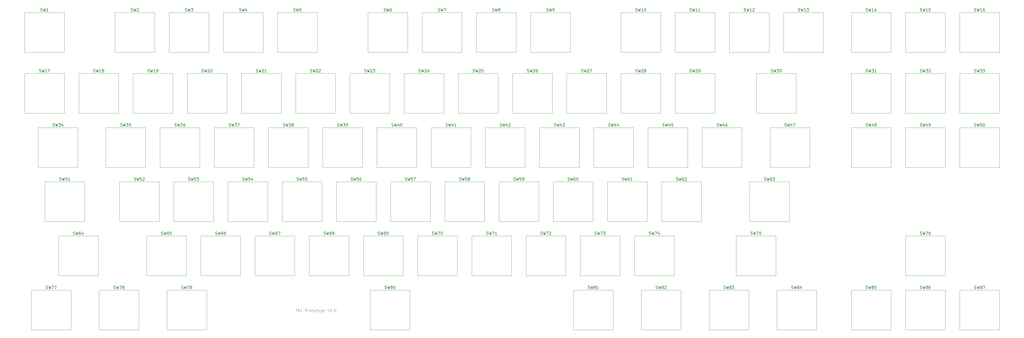
<source format=gbr>
%TF.GenerationSoftware,KiCad,Pcbnew,8.0.5*%
%TF.CreationDate,2024-09-22T14:43:58-07:00*%
%TF.ProjectId,keyboard_pcb,6b657962-6f61-4726-945f-7063622e6b69,rev?*%
%TF.SameCoordinates,Original*%
%TF.FileFunction,Legend,Top*%
%TF.FilePolarity,Positive*%
%FSLAX46Y46*%
G04 Gerber Fmt 4.6, Leading zero omitted, Abs format (unit mm)*
G04 Created by KiCad (PCBNEW 8.0.5) date 2024-09-22 14:43:58*
%MOMM*%
%LPD*%
G01*
G04 APERTURE LIST*
%ADD10C,0.100000*%
%ADD11C,0.150000*%
%ADD12C,0.120000*%
G04 APERTURE END LIST*
D10*
X134304777Y-194928669D02*
X134876205Y-194928669D01*
X134590491Y-195928669D02*
X134590491Y-194928669D01*
X135209539Y-195928669D02*
X135209539Y-194928669D01*
X135780967Y-195928669D02*
X135352396Y-195357240D01*
X135780967Y-194928669D02*
X135209539Y-195500097D01*
X136685729Y-195928669D02*
X136209539Y-195928669D01*
X136209539Y-195928669D02*
X136209539Y-194928669D01*
X137780968Y-195928669D02*
X137780968Y-194928669D01*
X137780968Y-194928669D02*
X138161920Y-194928669D01*
X138161920Y-194928669D02*
X138257158Y-194976288D01*
X138257158Y-194976288D02*
X138304777Y-195023907D01*
X138304777Y-195023907D02*
X138352396Y-195119145D01*
X138352396Y-195119145D02*
X138352396Y-195262002D01*
X138352396Y-195262002D02*
X138304777Y-195357240D01*
X138304777Y-195357240D02*
X138257158Y-195404859D01*
X138257158Y-195404859D02*
X138161920Y-195452478D01*
X138161920Y-195452478D02*
X137780968Y-195452478D01*
X138780968Y-195928669D02*
X138780968Y-195262002D01*
X138780968Y-195452478D02*
X138828587Y-195357240D01*
X138828587Y-195357240D02*
X138876206Y-195309621D01*
X138876206Y-195309621D02*
X138971444Y-195262002D01*
X138971444Y-195262002D02*
X139066682Y-195262002D01*
X139542873Y-195928669D02*
X139447635Y-195881050D01*
X139447635Y-195881050D02*
X139400016Y-195833430D01*
X139400016Y-195833430D02*
X139352397Y-195738192D01*
X139352397Y-195738192D02*
X139352397Y-195452478D01*
X139352397Y-195452478D02*
X139400016Y-195357240D01*
X139400016Y-195357240D02*
X139447635Y-195309621D01*
X139447635Y-195309621D02*
X139542873Y-195262002D01*
X139542873Y-195262002D02*
X139685730Y-195262002D01*
X139685730Y-195262002D02*
X139780968Y-195309621D01*
X139780968Y-195309621D02*
X139828587Y-195357240D01*
X139828587Y-195357240D02*
X139876206Y-195452478D01*
X139876206Y-195452478D02*
X139876206Y-195738192D01*
X139876206Y-195738192D02*
X139828587Y-195833430D01*
X139828587Y-195833430D02*
X139780968Y-195881050D01*
X139780968Y-195881050D02*
X139685730Y-195928669D01*
X139685730Y-195928669D02*
X139542873Y-195928669D01*
X140161921Y-195262002D02*
X140542873Y-195262002D01*
X140304778Y-194928669D02*
X140304778Y-195785811D01*
X140304778Y-195785811D02*
X140352397Y-195881050D01*
X140352397Y-195881050D02*
X140447635Y-195928669D01*
X140447635Y-195928669D02*
X140542873Y-195928669D01*
X141019064Y-195928669D02*
X140923826Y-195881050D01*
X140923826Y-195881050D02*
X140876207Y-195833430D01*
X140876207Y-195833430D02*
X140828588Y-195738192D01*
X140828588Y-195738192D02*
X140828588Y-195452478D01*
X140828588Y-195452478D02*
X140876207Y-195357240D01*
X140876207Y-195357240D02*
X140923826Y-195309621D01*
X140923826Y-195309621D02*
X141019064Y-195262002D01*
X141019064Y-195262002D02*
X141161921Y-195262002D01*
X141161921Y-195262002D02*
X141257159Y-195309621D01*
X141257159Y-195309621D02*
X141304778Y-195357240D01*
X141304778Y-195357240D02*
X141352397Y-195452478D01*
X141352397Y-195452478D02*
X141352397Y-195738192D01*
X141352397Y-195738192D02*
X141304778Y-195833430D01*
X141304778Y-195833430D02*
X141257159Y-195881050D01*
X141257159Y-195881050D02*
X141161921Y-195928669D01*
X141161921Y-195928669D02*
X141019064Y-195928669D01*
X141638112Y-195262002D02*
X142019064Y-195262002D01*
X141780969Y-194928669D02*
X141780969Y-195785811D01*
X141780969Y-195785811D02*
X141828588Y-195881050D01*
X141828588Y-195881050D02*
X141923826Y-195928669D01*
X141923826Y-195928669D02*
X142019064Y-195928669D01*
X142257160Y-195262002D02*
X142495255Y-195928669D01*
X142733350Y-195262002D02*
X142495255Y-195928669D01*
X142495255Y-195928669D02*
X142400017Y-196166764D01*
X142400017Y-196166764D02*
X142352398Y-196214383D01*
X142352398Y-196214383D02*
X142257160Y-196262002D01*
X143114303Y-195262002D02*
X143114303Y-196262002D01*
X143114303Y-195309621D02*
X143209541Y-195262002D01*
X143209541Y-195262002D02*
X143400017Y-195262002D01*
X143400017Y-195262002D02*
X143495255Y-195309621D01*
X143495255Y-195309621D02*
X143542874Y-195357240D01*
X143542874Y-195357240D02*
X143590493Y-195452478D01*
X143590493Y-195452478D02*
X143590493Y-195738192D01*
X143590493Y-195738192D02*
X143542874Y-195833430D01*
X143542874Y-195833430D02*
X143495255Y-195881050D01*
X143495255Y-195881050D02*
X143400017Y-195928669D01*
X143400017Y-195928669D02*
X143209541Y-195928669D01*
X143209541Y-195928669D02*
X143114303Y-195881050D01*
X144400017Y-195881050D02*
X144304779Y-195928669D01*
X144304779Y-195928669D02*
X144114303Y-195928669D01*
X144114303Y-195928669D02*
X144019065Y-195881050D01*
X144019065Y-195881050D02*
X143971446Y-195785811D01*
X143971446Y-195785811D02*
X143971446Y-195404859D01*
X143971446Y-195404859D02*
X144019065Y-195309621D01*
X144019065Y-195309621D02*
X144114303Y-195262002D01*
X144114303Y-195262002D02*
X144304779Y-195262002D01*
X144304779Y-195262002D02*
X144400017Y-195309621D01*
X144400017Y-195309621D02*
X144447636Y-195404859D01*
X144447636Y-195404859D02*
X144447636Y-195500097D01*
X144447636Y-195500097D02*
X143971446Y-195595335D01*
X145495256Y-194928669D02*
X145828589Y-195928669D01*
X145828589Y-195928669D02*
X146161922Y-194928669D01*
X147019065Y-195928669D02*
X146447637Y-195928669D01*
X146733351Y-195928669D02*
X146733351Y-194928669D01*
X146733351Y-194928669D02*
X146638113Y-195071526D01*
X146638113Y-195071526D02*
X146542875Y-195166764D01*
X146542875Y-195166764D02*
X146447637Y-195214383D01*
X147447637Y-195833430D02*
X147495256Y-195881050D01*
X147495256Y-195881050D02*
X147447637Y-195928669D01*
X147447637Y-195928669D02*
X147400018Y-195881050D01*
X147400018Y-195881050D02*
X147447637Y-195833430D01*
X147447637Y-195833430D02*
X147447637Y-195928669D01*
X148114303Y-194928669D02*
X148209541Y-194928669D01*
X148209541Y-194928669D02*
X148304779Y-194976288D01*
X148304779Y-194976288D02*
X148352398Y-195023907D01*
X148352398Y-195023907D02*
X148400017Y-195119145D01*
X148400017Y-195119145D02*
X148447636Y-195309621D01*
X148447636Y-195309621D02*
X148447636Y-195547716D01*
X148447636Y-195547716D02*
X148400017Y-195738192D01*
X148400017Y-195738192D02*
X148352398Y-195833430D01*
X148352398Y-195833430D02*
X148304779Y-195881050D01*
X148304779Y-195881050D02*
X148209541Y-195928669D01*
X148209541Y-195928669D02*
X148114303Y-195928669D01*
X148114303Y-195928669D02*
X148019065Y-195881050D01*
X148019065Y-195881050D02*
X147971446Y-195833430D01*
X147971446Y-195833430D02*
X147923827Y-195738192D01*
X147923827Y-195738192D02*
X147876208Y-195547716D01*
X147876208Y-195547716D02*
X147876208Y-195309621D01*
X147876208Y-195309621D02*
X147923827Y-195119145D01*
X147923827Y-195119145D02*
X147971446Y-195023907D01*
X147971446Y-195023907D02*
X148019065Y-194976288D01*
X148019065Y-194976288D02*
X148114303Y-194928669D01*
D11*
X284734226Y-187795700D02*
X284877083Y-187843319D01*
X284877083Y-187843319D02*
X285115178Y-187843319D01*
X285115178Y-187843319D02*
X285210416Y-187795700D01*
X285210416Y-187795700D02*
X285258035Y-187748080D01*
X285258035Y-187748080D02*
X285305654Y-187652842D01*
X285305654Y-187652842D02*
X285305654Y-187557604D01*
X285305654Y-187557604D02*
X285258035Y-187462366D01*
X285258035Y-187462366D02*
X285210416Y-187414747D01*
X285210416Y-187414747D02*
X285115178Y-187367128D01*
X285115178Y-187367128D02*
X284924702Y-187319509D01*
X284924702Y-187319509D02*
X284829464Y-187271890D01*
X284829464Y-187271890D02*
X284781845Y-187224271D01*
X284781845Y-187224271D02*
X284734226Y-187129033D01*
X284734226Y-187129033D02*
X284734226Y-187033795D01*
X284734226Y-187033795D02*
X284781845Y-186938557D01*
X284781845Y-186938557D02*
X284829464Y-186890938D01*
X284829464Y-186890938D02*
X284924702Y-186843319D01*
X284924702Y-186843319D02*
X285162797Y-186843319D01*
X285162797Y-186843319D02*
X285305654Y-186890938D01*
X285638988Y-186843319D02*
X285877083Y-187843319D01*
X285877083Y-187843319D02*
X286067559Y-187129033D01*
X286067559Y-187129033D02*
X286258035Y-187843319D01*
X286258035Y-187843319D02*
X286496131Y-186843319D01*
X287019940Y-187271890D02*
X286924702Y-187224271D01*
X286924702Y-187224271D02*
X286877083Y-187176652D01*
X286877083Y-187176652D02*
X286829464Y-187081414D01*
X286829464Y-187081414D02*
X286829464Y-187033795D01*
X286829464Y-187033795D02*
X286877083Y-186938557D01*
X286877083Y-186938557D02*
X286924702Y-186890938D01*
X286924702Y-186890938D02*
X287019940Y-186843319D01*
X287019940Y-186843319D02*
X287210416Y-186843319D01*
X287210416Y-186843319D02*
X287305654Y-186890938D01*
X287305654Y-186890938D02*
X287353273Y-186938557D01*
X287353273Y-186938557D02*
X287400892Y-187033795D01*
X287400892Y-187033795D02*
X287400892Y-187081414D01*
X287400892Y-187081414D02*
X287353273Y-187176652D01*
X287353273Y-187176652D02*
X287305654Y-187224271D01*
X287305654Y-187224271D02*
X287210416Y-187271890D01*
X287210416Y-187271890D02*
X287019940Y-187271890D01*
X287019940Y-187271890D02*
X286924702Y-187319509D01*
X286924702Y-187319509D02*
X286877083Y-187367128D01*
X286877083Y-187367128D02*
X286829464Y-187462366D01*
X286829464Y-187462366D02*
X286829464Y-187652842D01*
X286829464Y-187652842D02*
X286877083Y-187748080D01*
X286877083Y-187748080D02*
X286924702Y-187795700D01*
X286924702Y-187795700D02*
X287019940Y-187843319D01*
X287019940Y-187843319D02*
X287210416Y-187843319D01*
X287210416Y-187843319D02*
X287305654Y-187795700D01*
X287305654Y-187795700D02*
X287353273Y-187748080D01*
X287353273Y-187748080D02*
X287400892Y-187652842D01*
X287400892Y-187652842D02*
X287400892Y-187462366D01*
X287400892Y-187462366D02*
X287353273Y-187367128D01*
X287353273Y-187367128D02*
X287305654Y-187319509D01*
X287305654Y-187319509D02*
X287210416Y-187271890D01*
X287734226Y-186843319D02*
X288353273Y-186843319D01*
X288353273Y-186843319D02*
X288019940Y-187224271D01*
X288019940Y-187224271D02*
X288162797Y-187224271D01*
X288162797Y-187224271D02*
X288258035Y-187271890D01*
X288258035Y-187271890D02*
X288305654Y-187319509D01*
X288305654Y-187319509D02*
X288353273Y-187414747D01*
X288353273Y-187414747D02*
X288353273Y-187652842D01*
X288353273Y-187652842D02*
X288305654Y-187748080D01*
X288305654Y-187748080D02*
X288258035Y-187795700D01*
X288258035Y-187795700D02*
X288162797Y-187843319D01*
X288162797Y-187843319D02*
X287877083Y-187843319D01*
X287877083Y-187843319D02*
X287781845Y-187795700D01*
X287781845Y-187795700D02*
X287734226Y-187748080D01*
X272827976Y-90164450D02*
X272970833Y-90212069D01*
X272970833Y-90212069D02*
X273208928Y-90212069D01*
X273208928Y-90212069D02*
X273304166Y-90164450D01*
X273304166Y-90164450D02*
X273351785Y-90116830D01*
X273351785Y-90116830D02*
X273399404Y-90021592D01*
X273399404Y-90021592D02*
X273399404Y-89926354D01*
X273399404Y-89926354D02*
X273351785Y-89831116D01*
X273351785Y-89831116D02*
X273304166Y-89783497D01*
X273304166Y-89783497D02*
X273208928Y-89735878D01*
X273208928Y-89735878D02*
X273018452Y-89688259D01*
X273018452Y-89688259D02*
X272923214Y-89640640D01*
X272923214Y-89640640D02*
X272875595Y-89593021D01*
X272875595Y-89593021D02*
X272827976Y-89497783D01*
X272827976Y-89497783D02*
X272827976Y-89402545D01*
X272827976Y-89402545D02*
X272875595Y-89307307D01*
X272875595Y-89307307D02*
X272923214Y-89259688D01*
X272923214Y-89259688D02*
X273018452Y-89212069D01*
X273018452Y-89212069D02*
X273256547Y-89212069D01*
X273256547Y-89212069D02*
X273399404Y-89259688D01*
X273732738Y-89212069D02*
X273970833Y-90212069D01*
X273970833Y-90212069D02*
X274161309Y-89497783D01*
X274161309Y-89497783D02*
X274351785Y-90212069D01*
X274351785Y-90212069D02*
X274589881Y-89212069D01*
X275494642Y-90212069D02*
X274923214Y-90212069D01*
X275208928Y-90212069D02*
X275208928Y-89212069D01*
X275208928Y-89212069D02*
X275113690Y-89354926D01*
X275113690Y-89354926D02*
X275018452Y-89450164D01*
X275018452Y-89450164D02*
X274923214Y-89497783D01*
X276447023Y-90212069D02*
X275875595Y-90212069D01*
X276161309Y-90212069D02*
X276161309Y-89212069D01*
X276161309Y-89212069D02*
X276066071Y-89354926D01*
X276066071Y-89354926D02*
X275970833Y-89450164D01*
X275970833Y-89450164D02*
X275875595Y-89497783D01*
X51371726Y-149695700D02*
X51514583Y-149743319D01*
X51514583Y-149743319D02*
X51752678Y-149743319D01*
X51752678Y-149743319D02*
X51847916Y-149695700D01*
X51847916Y-149695700D02*
X51895535Y-149648080D01*
X51895535Y-149648080D02*
X51943154Y-149552842D01*
X51943154Y-149552842D02*
X51943154Y-149457604D01*
X51943154Y-149457604D02*
X51895535Y-149362366D01*
X51895535Y-149362366D02*
X51847916Y-149314747D01*
X51847916Y-149314747D02*
X51752678Y-149267128D01*
X51752678Y-149267128D02*
X51562202Y-149219509D01*
X51562202Y-149219509D02*
X51466964Y-149171890D01*
X51466964Y-149171890D02*
X51419345Y-149124271D01*
X51419345Y-149124271D02*
X51371726Y-149029033D01*
X51371726Y-149029033D02*
X51371726Y-148933795D01*
X51371726Y-148933795D02*
X51419345Y-148838557D01*
X51419345Y-148838557D02*
X51466964Y-148790938D01*
X51466964Y-148790938D02*
X51562202Y-148743319D01*
X51562202Y-148743319D02*
X51800297Y-148743319D01*
X51800297Y-148743319D02*
X51943154Y-148790938D01*
X52276488Y-148743319D02*
X52514583Y-149743319D01*
X52514583Y-149743319D02*
X52705059Y-149029033D01*
X52705059Y-149029033D02*
X52895535Y-149743319D01*
X52895535Y-149743319D02*
X53133631Y-148743319D01*
X53990773Y-148743319D02*
X53514583Y-148743319D01*
X53514583Y-148743319D02*
X53466964Y-149219509D01*
X53466964Y-149219509D02*
X53514583Y-149171890D01*
X53514583Y-149171890D02*
X53609821Y-149124271D01*
X53609821Y-149124271D02*
X53847916Y-149124271D01*
X53847916Y-149124271D02*
X53943154Y-149171890D01*
X53943154Y-149171890D02*
X53990773Y-149219509D01*
X53990773Y-149219509D02*
X54038392Y-149314747D01*
X54038392Y-149314747D02*
X54038392Y-149552842D01*
X54038392Y-149552842D02*
X53990773Y-149648080D01*
X53990773Y-149648080D02*
X53943154Y-149695700D01*
X53943154Y-149695700D02*
X53847916Y-149743319D01*
X53847916Y-149743319D02*
X53609821Y-149743319D01*
X53609821Y-149743319D02*
X53514583Y-149695700D01*
X53514583Y-149695700D02*
X53466964Y-149648080D01*
X54990773Y-149743319D02*
X54419345Y-149743319D01*
X54705059Y-149743319D02*
X54705059Y-148743319D01*
X54705059Y-148743319D02*
X54609821Y-148886176D01*
X54609821Y-148886176D02*
X54514583Y-148981414D01*
X54514583Y-148981414D02*
X54419345Y-149029033D01*
X353790476Y-90164450D02*
X353933333Y-90212069D01*
X353933333Y-90212069D02*
X354171428Y-90212069D01*
X354171428Y-90212069D02*
X354266666Y-90164450D01*
X354266666Y-90164450D02*
X354314285Y-90116830D01*
X354314285Y-90116830D02*
X354361904Y-90021592D01*
X354361904Y-90021592D02*
X354361904Y-89926354D01*
X354361904Y-89926354D02*
X354314285Y-89831116D01*
X354314285Y-89831116D02*
X354266666Y-89783497D01*
X354266666Y-89783497D02*
X354171428Y-89735878D01*
X354171428Y-89735878D02*
X353980952Y-89688259D01*
X353980952Y-89688259D02*
X353885714Y-89640640D01*
X353885714Y-89640640D02*
X353838095Y-89593021D01*
X353838095Y-89593021D02*
X353790476Y-89497783D01*
X353790476Y-89497783D02*
X353790476Y-89402545D01*
X353790476Y-89402545D02*
X353838095Y-89307307D01*
X353838095Y-89307307D02*
X353885714Y-89259688D01*
X353885714Y-89259688D02*
X353980952Y-89212069D01*
X353980952Y-89212069D02*
X354219047Y-89212069D01*
X354219047Y-89212069D02*
X354361904Y-89259688D01*
X354695238Y-89212069D02*
X354933333Y-90212069D01*
X354933333Y-90212069D02*
X355123809Y-89497783D01*
X355123809Y-89497783D02*
X355314285Y-90212069D01*
X355314285Y-90212069D02*
X355552381Y-89212069D01*
X356457142Y-90212069D02*
X355885714Y-90212069D01*
X356171428Y-90212069D02*
X356171428Y-89212069D01*
X356171428Y-89212069D02*
X356076190Y-89354926D01*
X356076190Y-89354926D02*
X355980952Y-89450164D01*
X355980952Y-89450164D02*
X355885714Y-89497783D01*
X357361904Y-89212069D02*
X356885714Y-89212069D01*
X356885714Y-89212069D02*
X356838095Y-89688259D01*
X356838095Y-89688259D02*
X356885714Y-89640640D01*
X356885714Y-89640640D02*
X356980952Y-89593021D01*
X356980952Y-89593021D02*
X357219047Y-89593021D01*
X357219047Y-89593021D02*
X357314285Y-89640640D01*
X357314285Y-89640640D02*
X357361904Y-89688259D01*
X357361904Y-89688259D02*
X357409523Y-89783497D01*
X357409523Y-89783497D02*
X357409523Y-90021592D01*
X357409523Y-90021592D02*
X357361904Y-90116830D01*
X357361904Y-90116830D02*
X357314285Y-90164450D01*
X357314285Y-90164450D02*
X357219047Y-90212069D01*
X357219047Y-90212069D02*
X356980952Y-90212069D01*
X356980952Y-90212069D02*
X356885714Y-90164450D01*
X356885714Y-90164450D02*
X356838095Y-90116830D01*
X187102976Y-130645700D02*
X187245833Y-130693319D01*
X187245833Y-130693319D02*
X187483928Y-130693319D01*
X187483928Y-130693319D02*
X187579166Y-130645700D01*
X187579166Y-130645700D02*
X187626785Y-130598080D01*
X187626785Y-130598080D02*
X187674404Y-130502842D01*
X187674404Y-130502842D02*
X187674404Y-130407604D01*
X187674404Y-130407604D02*
X187626785Y-130312366D01*
X187626785Y-130312366D02*
X187579166Y-130264747D01*
X187579166Y-130264747D02*
X187483928Y-130217128D01*
X187483928Y-130217128D02*
X187293452Y-130169509D01*
X187293452Y-130169509D02*
X187198214Y-130121890D01*
X187198214Y-130121890D02*
X187150595Y-130074271D01*
X187150595Y-130074271D02*
X187102976Y-129979033D01*
X187102976Y-129979033D02*
X187102976Y-129883795D01*
X187102976Y-129883795D02*
X187150595Y-129788557D01*
X187150595Y-129788557D02*
X187198214Y-129740938D01*
X187198214Y-129740938D02*
X187293452Y-129693319D01*
X187293452Y-129693319D02*
X187531547Y-129693319D01*
X187531547Y-129693319D02*
X187674404Y-129740938D01*
X188007738Y-129693319D02*
X188245833Y-130693319D01*
X188245833Y-130693319D02*
X188436309Y-129979033D01*
X188436309Y-129979033D02*
X188626785Y-130693319D01*
X188626785Y-130693319D02*
X188864881Y-129693319D01*
X189674404Y-130026652D02*
X189674404Y-130693319D01*
X189436309Y-129645700D02*
X189198214Y-130359985D01*
X189198214Y-130359985D02*
X189817261Y-130359985D01*
X190722023Y-130693319D02*
X190150595Y-130693319D01*
X190436309Y-130693319D02*
X190436309Y-129693319D01*
X190436309Y-129693319D02*
X190341071Y-129836176D01*
X190341071Y-129836176D02*
X190245833Y-129931414D01*
X190245833Y-129931414D02*
X190150595Y-129979033D01*
X134715476Y-149695700D02*
X134858333Y-149743319D01*
X134858333Y-149743319D02*
X135096428Y-149743319D01*
X135096428Y-149743319D02*
X135191666Y-149695700D01*
X135191666Y-149695700D02*
X135239285Y-149648080D01*
X135239285Y-149648080D02*
X135286904Y-149552842D01*
X135286904Y-149552842D02*
X135286904Y-149457604D01*
X135286904Y-149457604D02*
X135239285Y-149362366D01*
X135239285Y-149362366D02*
X135191666Y-149314747D01*
X135191666Y-149314747D02*
X135096428Y-149267128D01*
X135096428Y-149267128D02*
X134905952Y-149219509D01*
X134905952Y-149219509D02*
X134810714Y-149171890D01*
X134810714Y-149171890D02*
X134763095Y-149124271D01*
X134763095Y-149124271D02*
X134715476Y-149029033D01*
X134715476Y-149029033D02*
X134715476Y-148933795D01*
X134715476Y-148933795D02*
X134763095Y-148838557D01*
X134763095Y-148838557D02*
X134810714Y-148790938D01*
X134810714Y-148790938D02*
X134905952Y-148743319D01*
X134905952Y-148743319D02*
X135144047Y-148743319D01*
X135144047Y-148743319D02*
X135286904Y-148790938D01*
X135620238Y-148743319D02*
X135858333Y-149743319D01*
X135858333Y-149743319D02*
X136048809Y-149029033D01*
X136048809Y-149029033D02*
X136239285Y-149743319D01*
X136239285Y-149743319D02*
X136477381Y-148743319D01*
X137334523Y-148743319D02*
X136858333Y-148743319D01*
X136858333Y-148743319D02*
X136810714Y-149219509D01*
X136810714Y-149219509D02*
X136858333Y-149171890D01*
X136858333Y-149171890D02*
X136953571Y-149124271D01*
X136953571Y-149124271D02*
X137191666Y-149124271D01*
X137191666Y-149124271D02*
X137286904Y-149171890D01*
X137286904Y-149171890D02*
X137334523Y-149219509D01*
X137334523Y-149219509D02*
X137382142Y-149314747D01*
X137382142Y-149314747D02*
X137382142Y-149552842D01*
X137382142Y-149552842D02*
X137334523Y-149648080D01*
X137334523Y-149648080D02*
X137286904Y-149695700D01*
X137286904Y-149695700D02*
X137191666Y-149743319D01*
X137191666Y-149743319D02*
X136953571Y-149743319D01*
X136953571Y-149743319D02*
X136858333Y-149695700D01*
X136858333Y-149695700D02*
X136810714Y-149648080D01*
X138286904Y-148743319D02*
X137810714Y-148743319D01*
X137810714Y-148743319D02*
X137763095Y-149219509D01*
X137763095Y-149219509D02*
X137810714Y-149171890D01*
X137810714Y-149171890D02*
X137905952Y-149124271D01*
X137905952Y-149124271D02*
X138144047Y-149124271D01*
X138144047Y-149124271D02*
X138239285Y-149171890D01*
X138239285Y-149171890D02*
X138286904Y-149219509D01*
X138286904Y-149219509D02*
X138334523Y-149314747D01*
X138334523Y-149314747D02*
X138334523Y-149552842D01*
X138334523Y-149552842D02*
X138286904Y-149648080D01*
X138286904Y-149648080D02*
X138239285Y-149695700D01*
X138239285Y-149695700D02*
X138144047Y-149743319D01*
X138144047Y-149743319D02*
X137905952Y-149743319D01*
X137905952Y-149743319D02*
X137810714Y-149695700D01*
X137810714Y-149695700D02*
X137763095Y-149648080D01*
X239490476Y-168745700D02*
X239633333Y-168793319D01*
X239633333Y-168793319D02*
X239871428Y-168793319D01*
X239871428Y-168793319D02*
X239966666Y-168745700D01*
X239966666Y-168745700D02*
X240014285Y-168698080D01*
X240014285Y-168698080D02*
X240061904Y-168602842D01*
X240061904Y-168602842D02*
X240061904Y-168507604D01*
X240061904Y-168507604D02*
X240014285Y-168412366D01*
X240014285Y-168412366D02*
X239966666Y-168364747D01*
X239966666Y-168364747D02*
X239871428Y-168317128D01*
X239871428Y-168317128D02*
X239680952Y-168269509D01*
X239680952Y-168269509D02*
X239585714Y-168221890D01*
X239585714Y-168221890D02*
X239538095Y-168174271D01*
X239538095Y-168174271D02*
X239490476Y-168079033D01*
X239490476Y-168079033D02*
X239490476Y-167983795D01*
X239490476Y-167983795D02*
X239538095Y-167888557D01*
X239538095Y-167888557D02*
X239585714Y-167840938D01*
X239585714Y-167840938D02*
X239680952Y-167793319D01*
X239680952Y-167793319D02*
X239919047Y-167793319D01*
X239919047Y-167793319D02*
X240061904Y-167840938D01*
X240395238Y-167793319D02*
X240633333Y-168793319D01*
X240633333Y-168793319D02*
X240823809Y-168079033D01*
X240823809Y-168079033D02*
X241014285Y-168793319D01*
X241014285Y-168793319D02*
X241252381Y-167793319D01*
X241538095Y-167793319D02*
X242204761Y-167793319D01*
X242204761Y-167793319D02*
X241776190Y-168793319D01*
X242490476Y-167793319D02*
X243109523Y-167793319D01*
X243109523Y-167793319D02*
X242776190Y-168174271D01*
X242776190Y-168174271D02*
X242919047Y-168174271D01*
X242919047Y-168174271D02*
X243014285Y-168221890D01*
X243014285Y-168221890D02*
X243061904Y-168269509D01*
X243061904Y-168269509D02*
X243109523Y-168364747D01*
X243109523Y-168364747D02*
X243109523Y-168602842D01*
X243109523Y-168602842D02*
X243061904Y-168698080D01*
X243061904Y-168698080D02*
X243014285Y-168745700D01*
X243014285Y-168745700D02*
X242919047Y-168793319D01*
X242919047Y-168793319D02*
X242633333Y-168793319D01*
X242633333Y-168793319D02*
X242538095Y-168745700D01*
X242538095Y-168745700D02*
X242490476Y-168698080D01*
X94234226Y-187795700D02*
X94377083Y-187843319D01*
X94377083Y-187843319D02*
X94615178Y-187843319D01*
X94615178Y-187843319D02*
X94710416Y-187795700D01*
X94710416Y-187795700D02*
X94758035Y-187748080D01*
X94758035Y-187748080D02*
X94805654Y-187652842D01*
X94805654Y-187652842D02*
X94805654Y-187557604D01*
X94805654Y-187557604D02*
X94758035Y-187462366D01*
X94758035Y-187462366D02*
X94710416Y-187414747D01*
X94710416Y-187414747D02*
X94615178Y-187367128D01*
X94615178Y-187367128D02*
X94424702Y-187319509D01*
X94424702Y-187319509D02*
X94329464Y-187271890D01*
X94329464Y-187271890D02*
X94281845Y-187224271D01*
X94281845Y-187224271D02*
X94234226Y-187129033D01*
X94234226Y-187129033D02*
X94234226Y-187033795D01*
X94234226Y-187033795D02*
X94281845Y-186938557D01*
X94281845Y-186938557D02*
X94329464Y-186890938D01*
X94329464Y-186890938D02*
X94424702Y-186843319D01*
X94424702Y-186843319D02*
X94662797Y-186843319D01*
X94662797Y-186843319D02*
X94805654Y-186890938D01*
X95138988Y-186843319D02*
X95377083Y-187843319D01*
X95377083Y-187843319D02*
X95567559Y-187129033D01*
X95567559Y-187129033D02*
X95758035Y-187843319D01*
X95758035Y-187843319D02*
X95996131Y-186843319D01*
X96281845Y-186843319D02*
X96948511Y-186843319D01*
X96948511Y-186843319D02*
X96519940Y-187843319D01*
X97377083Y-187843319D02*
X97567559Y-187843319D01*
X97567559Y-187843319D02*
X97662797Y-187795700D01*
X97662797Y-187795700D02*
X97710416Y-187748080D01*
X97710416Y-187748080D02*
X97805654Y-187605223D01*
X97805654Y-187605223D02*
X97853273Y-187414747D01*
X97853273Y-187414747D02*
X97853273Y-187033795D01*
X97853273Y-187033795D02*
X97805654Y-186938557D01*
X97805654Y-186938557D02*
X97758035Y-186890938D01*
X97758035Y-186890938D02*
X97662797Y-186843319D01*
X97662797Y-186843319D02*
X97472321Y-186843319D01*
X97472321Y-186843319D02*
X97377083Y-186890938D01*
X97377083Y-186890938D02*
X97329464Y-186938557D01*
X97329464Y-186938557D02*
X97281845Y-187033795D01*
X97281845Y-187033795D02*
X97281845Y-187271890D01*
X97281845Y-187271890D02*
X97329464Y-187367128D01*
X97329464Y-187367128D02*
X97377083Y-187414747D01*
X97377083Y-187414747D02*
X97472321Y-187462366D01*
X97472321Y-187462366D02*
X97662797Y-187462366D01*
X97662797Y-187462366D02*
X97758035Y-187414747D01*
X97758035Y-187414747D02*
X97805654Y-187367128D01*
X97805654Y-187367128D02*
X97853273Y-187271890D01*
X253777976Y-111595700D02*
X253920833Y-111643319D01*
X253920833Y-111643319D02*
X254158928Y-111643319D01*
X254158928Y-111643319D02*
X254254166Y-111595700D01*
X254254166Y-111595700D02*
X254301785Y-111548080D01*
X254301785Y-111548080D02*
X254349404Y-111452842D01*
X254349404Y-111452842D02*
X254349404Y-111357604D01*
X254349404Y-111357604D02*
X254301785Y-111262366D01*
X254301785Y-111262366D02*
X254254166Y-111214747D01*
X254254166Y-111214747D02*
X254158928Y-111167128D01*
X254158928Y-111167128D02*
X253968452Y-111119509D01*
X253968452Y-111119509D02*
X253873214Y-111071890D01*
X253873214Y-111071890D02*
X253825595Y-111024271D01*
X253825595Y-111024271D02*
X253777976Y-110929033D01*
X253777976Y-110929033D02*
X253777976Y-110833795D01*
X253777976Y-110833795D02*
X253825595Y-110738557D01*
X253825595Y-110738557D02*
X253873214Y-110690938D01*
X253873214Y-110690938D02*
X253968452Y-110643319D01*
X253968452Y-110643319D02*
X254206547Y-110643319D01*
X254206547Y-110643319D02*
X254349404Y-110690938D01*
X254682738Y-110643319D02*
X254920833Y-111643319D01*
X254920833Y-111643319D02*
X255111309Y-110929033D01*
X255111309Y-110929033D02*
X255301785Y-111643319D01*
X255301785Y-111643319D02*
X255539881Y-110643319D01*
X255873214Y-110738557D02*
X255920833Y-110690938D01*
X255920833Y-110690938D02*
X256016071Y-110643319D01*
X256016071Y-110643319D02*
X256254166Y-110643319D01*
X256254166Y-110643319D02*
X256349404Y-110690938D01*
X256349404Y-110690938D02*
X256397023Y-110738557D01*
X256397023Y-110738557D02*
X256444642Y-110833795D01*
X256444642Y-110833795D02*
X256444642Y-110929033D01*
X256444642Y-110929033D02*
X256397023Y-111071890D01*
X256397023Y-111071890D02*
X255825595Y-111643319D01*
X255825595Y-111643319D02*
X256444642Y-111643319D01*
X257016071Y-111071890D02*
X256920833Y-111024271D01*
X256920833Y-111024271D02*
X256873214Y-110976652D01*
X256873214Y-110976652D02*
X256825595Y-110881414D01*
X256825595Y-110881414D02*
X256825595Y-110833795D01*
X256825595Y-110833795D02*
X256873214Y-110738557D01*
X256873214Y-110738557D02*
X256920833Y-110690938D01*
X256920833Y-110690938D02*
X257016071Y-110643319D01*
X257016071Y-110643319D02*
X257206547Y-110643319D01*
X257206547Y-110643319D02*
X257301785Y-110690938D01*
X257301785Y-110690938D02*
X257349404Y-110738557D01*
X257349404Y-110738557D02*
X257397023Y-110833795D01*
X257397023Y-110833795D02*
X257397023Y-110881414D01*
X257397023Y-110881414D02*
X257349404Y-110976652D01*
X257349404Y-110976652D02*
X257301785Y-111024271D01*
X257301785Y-111024271D02*
X257206547Y-111071890D01*
X257206547Y-111071890D02*
X257016071Y-111071890D01*
X257016071Y-111071890D02*
X256920833Y-111119509D01*
X256920833Y-111119509D02*
X256873214Y-111167128D01*
X256873214Y-111167128D02*
X256825595Y-111262366D01*
X256825595Y-111262366D02*
X256825595Y-111452842D01*
X256825595Y-111452842D02*
X256873214Y-111548080D01*
X256873214Y-111548080D02*
X256920833Y-111595700D01*
X256920833Y-111595700D02*
X257016071Y-111643319D01*
X257016071Y-111643319D02*
X257206547Y-111643319D01*
X257206547Y-111643319D02*
X257301785Y-111595700D01*
X257301785Y-111595700D02*
X257349404Y-111548080D01*
X257349404Y-111548080D02*
X257397023Y-111452842D01*
X257397023Y-111452842D02*
X257397023Y-111262366D01*
X257397023Y-111262366D02*
X257349404Y-111167128D01*
X257349404Y-111167128D02*
X257301785Y-111119509D01*
X257301785Y-111119509D02*
X257206547Y-111071890D01*
X201390476Y-168745700D02*
X201533333Y-168793319D01*
X201533333Y-168793319D02*
X201771428Y-168793319D01*
X201771428Y-168793319D02*
X201866666Y-168745700D01*
X201866666Y-168745700D02*
X201914285Y-168698080D01*
X201914285Y-168698080D02*
X201961904Y-168602842D01*
X201961904Y-168602842D02*
X201961904Y-168507604D01*
X201961904Y-168507604D02*
X201914285Y-168412366D01*
X201914285Y-168412366D02*
X201866666Y-168364747D01*
X201866666Y-168364747D02*
X201771428Y-168317128D01*
X201771428Y-168317128D02*
X201580952Y-168269509D01*
X201580952Y-168269509D02*
X201485714Y-168221890D01*
X201485714Y-168221890D02*
X201438095Y-168174271D01*
X201438095Y-168174271D02*
X201390476Y-168079033D01*
X201390476Y-168079033D02*
X201390476Y-167983795D01*
X201390476Y-167983795D02*
X201438095Y-167888557D01*
X201438095Y-167888557D02*
X201485714Y-167840938D01*
X201485714Y-167840938D02*
X201580952Y-167793319D01*
X201580952Y-167793319D02*
X201819047Y-167793319D01*
X201819047Y-167793319D02*
X201961904Y-167840938D01*
X202295238Y-167793319D02*
X202533333Y-168793319D01*
X202533333Y-168793319D02*
X202723809Y-168079033D01*
X202723809Y-168079033D02*
X202914285Y-168793319D01*
X202914285Y-168793319D02*
X203152381Y-167793319D01*
X203438095Y-167793319D02*
X204104761Y-167793319D01*
X204104761Y-167793319D02*
X203676190Y-168793319D01*
X205009523Y-168793319D02*
X204438095Y-168793319D01*
X204723809Y-168793319D02*
X204723809Y-167793319D01*
X204723809Y-167793319D02*
X204628571Y-167936176D01*
X204628571Y-167936176D02*
X204533333Y-168031414D01*
X204533333Y-168031414D02*
X204438095Y-168079033D01*
X372840476Y-111595700D02*
X372983333Y-111643319D01*
X372983333Y-111643319D02*
X373221428Y-111643319D01*
X373221428Y-111643319D02*
X373316666Y-111595700D01*
X373316666Y-111595700D02*
X373364285Y-111548080D01*
X373364285Y-111548080D02*
X373411904Y-111452842D01*
X373411904Y-111452842D02*
X373411904Y-111357604D01*
X373411904Y-111357604D02*
X373364285Y-111262366D01*
X373364285Y-111262366D02*
X373316666Y-111214747D01*
X373316666Y-111214747D02*
X373221428Y-111167128D01*
X373221428Y-111167128D02*
X373030952Y-111119509D01*
X373030952Y-111119509D02*
X372935714Y-111071890D01*
X372935714Y-111071890D02*
X372888095Y-111024271D01*
X372888095Y-111024271D02*
X372840476Y-110929033D01*
X372840476Y-110929033D02*
X372840476Y-110833795D01*
X372840476Y-110833795D02*
X372888095Y-110738557D01*
X372888095Y-110738557D02*
X372935714Y-110690938D01*
X372935714Y-110690938D02*
X373030952Y-110643319D01*
X373030952Y-110643319D02*
X373269047Y-110643319D01*
X373269047Y-110643319D02*
X373411904Y-110690938D01*
X373745238Y-110643319D02*
X373983333Y-111643319D01*
X373983333Y-111643319D02*
X374173809Y-110929033D01*
X374173809Y-110929033D02*
X374364285Y-111643319D01*
X374364285Y-111643319D02*
X374602381Y-110643319D01*
X374888095Y-110643319D02*
X375507142Y-110643319D01*
X375507142Y-110643319D02*
X375173809Y-111024271D01*
X375173809Y-111024271D02*
X375316666Y-111024271D01*
X375316666Y-111024271D02*
X375411904Y-111071890D01*
X375411904Y-111071890D02*
X375459523Y-111119509D01*
X375459523Y-111119509D02*
X375507142Y-111214747D01*
X375507142Y-111214747D02*
X375507142Y-111452842D01*
X375507142Y-111452842D02*
X375459523Y-111548080D01*
X375459523Y-111548080D02*
X375411904Y-111595700D01*
X375411904Y-111595700D02*
X375316666Y-111643319D01*
X375316666Y-111643319D02*
X375030952Y-111643319D01*
X375030952Y-111643319D02*
X374935714Y-111595700D01*
X374935714Y-111595700D02*
X374888095Y-111548080D01*
X375840476Y-110643319D02*
X376459523Y-110643319D01*
X376459523Y-110643319D02*
X376126190Y-111024271D01*
X376126190Y-111024271D02*
X376269047Y-111024271D01*
X376269047Y-111024271D02*
X376364285Y-111071890D01*
X376364285Y-111071890D02*
X376411904Y-111119509D01*
X376411904Y-111119509D02*
X376459523Y-111214747D01*
X376459523Y-111214747D02*
X376459523Y-111452842D01*
X376459523Y-111452842D02*
X376411904Y-111548080D01*
X376411904Y-111548080D02*
X376364285Y-111595700D01*
X376364285Y-111595700D02*
X376269047Y-111643319D01*
X376269047Y-111643319D02*
X375983333Y-111643319D01*
X375983333Y-111643319D02*
X375888095Y-111595700D01*
X375888095Y-111595700D02*
X375840476Y-111548080D01*
X133604167Y-90164450D02*
X133747024Y-90212069D01*
X133747024Y-90212069D02*
X133985119Y-90212069D01*
X133985119Y-90212069D02*
X134080357Y-90164450D01*
X134080357Y-90164450D02*
X134127976Y-90116830D01*
X134127976Y-90116830D02*
X134175595Y-90021592D01*
X134175595Y-90021592D02*
X134175595Y-89926354D01*
X134175595Y-89926354D02*
X134127976Y-89831116D01*
X134127976Y-89831116D02*
X134080357Y-89783497D01*
X134080357Y-89783497D02*
X133985119Y-89735878D01*
X133985119Y-89735878D02*
X133794643Y-89688259D01*
X133794643Y-89688259D02*
X133699405Y-89640640D01*
X133699405Y-89640640D02*
X133651786Y-89593021D01*
X133651786Y-89593021D02*
X133604167Y-89497783D01*
X133604167Y-89497783D02*
X133604167Y-89402545D01*
X133604167Y-89402545D02*
X133651786Y-89307307D01*
X133651786Y-89307307D02*
X133699405Y-89259688D01*
X133699405Y-89259688D02*
X133794643Y-89212069D01*
X133794643Y-89212069D02*
X134032738Y-89212069D01*
X134032738Y-89212069D02*
X134175595Y-89259688D01*
X134508929Y-89212069D02*
X134747024Y-90212069D01*
X134747024Y-90212069D02*
X134937500Y-89497783D01*
X134937500Y-89497783D02*
X135127976Y-90212069D01*
X135127976Y-90212069D02*
X135366072Y-89212069D01*
X136223214Y-89212069D02*
X135747024Y-89212069D01*
X135747024Y-89212069D02*
X135699405Y-89688259D01*
X135699405Y-89688259D02*
X135747024Y-89640640D01*
X135747024Y-89640640D02*
X135842262Y-89593021D01*
X135842262Y-89593021D02*
X136080357Y-89593021D01*
X136080357Y-89593021D02*
X136175595Y-89640640D01*
X136175595Y-89640640D02*
X136223214Y-89688259D01*
X136223214Y-89688259D02*
X136270833Y-89783497D01*
X136270833Y-89783497D02*
X136270833Y-90021592D01*
X136270833Y-90021592D02*
X136223214Y-90116830D01*
X136223214Y-90116830D02*
X136175595Y-90164450D01*
X136175595Y-90164450D02*
X136080357Y-90212069D01*
X136080357Y-90212069D02*
X135842262Y-90212069D01*
X135842262Y-90212069D02*
X135747024Y-90164450D01*
X135747024Y-90164450D02*
X135699405Y-90116830D01*
X260921726Y-187795700D02*
X261064583Y-187843319D01*
X261064583Y-187843319D02*
X261302678Y-187843319D01*
X261302678Y-187843319D02*
X261397916Y-187795700D01*
X261397916Y-187795700D02*
X261445535Y-187748080D01*
X261445535Y-187748080D02*
X261493154Y-187652842D01*
X261493154Y-187652842D02*
X261493154Y-187557604D01*
X261493154Y-187557604D02*
X261445535Y-187462366D01*
X261445535Y-187462366D02*
X261397916Y-187414747D01*
X261397916Y-187414747D02*
X261302678Y-187367128D01*
X261302678Y-187367128D02*
X261112202Y-187319509D01*
X261112202Y-187319509D02*
X261016964Y-187271890D01*
X261016964Y-187271890D02*
X260969345Y-187224271D01*
X260969345Y-187224271D02*
X260921726Y-187129033D01*
X260921726Y-187129033D02*
X260921726Y-187033795D01*
X260921726Y-187033795D02*
X260969345Y-186938557D01*
X260969345Y-186938557D02*
X261016964Y-186890938D01*
X261016964Y-186890938D02*
X261112202Y-186843319D01*
X261112202Y-186843319D02*
X261350297Y-186843319D01*
X261350297Y-186843319D02*
X261493154Y-186890938D01*
X261826488Y-186843319D02*
X262064583Y-187843319D01*
X262064583Y-187843319D02*
X262255059Y-187129033D01*
X262255059Y-187129033D02*
X262445535Y-187843319D01*
X262445535Y-187843319D02*
X262683631Y-186843319D01*
X263207440Y-187271890D02*
X263112202Y-187224271D01*
X263112202Y-187224271D02*
X263064583Y-187176652D01*
X263064583Y-187176652D02*
X263016964Y-187081414D01*
X263016964Y-187081414D02*
X263016964Y-187033795D01*
X263016964Y-187033795D02*
X263064583Y-186938557D01*
X263064583Y-186938557D02*
X263112202Y-186890938D01*
X263112202Y-186890938D02*
X263207440Y-186843319D01*
X263207440Y-186843319D02*
X263397916Y-186843319D01*
X263397916Y-186843319D02*
X263493154Y-186890938D01*
X263493154Y-186890938D02*
X263540773Y-186938557D01*
X263540773Y-186938557D02*
X263588392Y-187033795D01*
X263588392Y-187033795D02*
X263588392Y-187081414D01*
X263588392Y-187081414D02*
X263540773Y-187176652D01*
X263540773Y-187176652D02*
X263493154Y-187224271D01*
X263493154Y-187224271D02*
X263397916Y-187271890D01*
X263397916Y-187271890D02*
X263207440Y-187271890D01*
X263207440Y-187271890D02*
X263112202Y-187319509D01*
X263112202Y-187319509D02*
X263064583Y-187367128D01*
X263064583Y-187367128D02*
X263016964Y-187462366D01*
X263016964Y-187462366D02*
X263016964Y-187652842D01*
X263016964Y-187652842D02*
X263064583Y-187748080D01*
X263064583Y-187748080D02*
X263112202Y-187795700D01*
X263112202Y-187795700D02*
X263207440Y-187843319D01*
X263207440Y-187843319D02*
X263397916Y-187843319D01*
X263397916Y-187843319D02*
X263493154Y-187795700D01*
X263493154Y-187795700D02*
X263540773Y-187748080D01*
X263540773Y-187748080D02*
X263588392Y-187652842D01*
X263588392Y-187652842D02*
X263588392Y-187462366D01*
X263588392Y-187462366D02*
X263540773Y-187367128D01*
X263540773Y-187367128D02*
X263493154Y-187319509D01*
X263493154Y-187319509D02*
X263397916Y-187271890D01*
X263969345Y-186938557D02*
X264016964Y-186890938D01*
X264016964Y-186890938D02*
X264112202Y-186843319D01*
X264112202Y-186843319D02*
X264350297Y-186843319D01*
X264350297Y-186843319D02*
X264445535Y-186890938D01*
X264445535Y-186890938D02*
X264493154Y-186938557D01*
X264493154Y-186938557D02*
X264540773Y-187033795D01*
X264540773Y-187033795D02*
X264540773Y-187129033D01*
X264540773Y-187129033D02*
X264493154Y-187271890D01*
X264493154Y-187271890D02*
X263921726Y-187843319D01*
X263921726Y-187843319D02*
X264540773Y-187843319D01*
X203454167Y-90164450D02*
X203597024Y-90212069D01*
X203597024Y-90212069D02*
X203835119Y-90212069D01*
X203835119Y-90212069D02*
X203930357Y-90164450D01*
X203930357Y-90164450D02*
X203977976Y-90116830D01*
X203977976Y-90116830D02*
X204025595Y-90021592D01*
X204025595Y-90021592D02*
X204025595Y-89926354D01*
X204025595Y-89926354D02*
X203977976Y-89831116D01*
X203977976Y-89831116D02*
X203930357Y-89783497D01*
X203930357Y-89783497D02*
X203835119Y-89735878D01*
X203835119Y-89735878D02*
X203644643Y-89688259D01*
X203644643Y-89688259D02*
X203549405Y-89640640D01*
X203549405Y-89640640D02*
X203501786Y-89593021D01*
X203501786Y-89593021D02*
X203454167Y-89497783D01*
X203454167Y-89497783D02*
X203454167Y-89402545D01*
X203454167Y-89402545D02*
X203501786Y-89307307D01*
X203501786Y-89307307D02*
X203549405Y-89259688D01*
X203549405Y-89259688D02*
X203644643Y-89212069D01*
X203644643Y-89212069D02*
X203882738Y-89212069D01*
X203882738Y-89212069D02*
X204025595Y-89259688D01*
X204358929Y-89212069D02*
X204597024Y-90212069D01*
X204597024Y-90212069D02*
X204787500Y-89497783D01*
X204787500Y-89497783D02*
X204977976Y-90212069D01*
X204977976Y-90212069D02*
X205216072Y-89212069D01*
X205739881Y-89640640D02*
X205644643Y-89593021D01*
X205644643Y-89593021D02*
X205597024Y-89545402D01*
X205597024Y-89545402D02*
X205549405Y-89450164D01*
X205549405Y-89450164D02*
X205549405Y-89402545D01*
X205549405Y-89402545D02*
X205597024Y-89307307D01*
X205597024Y-89307307D02*
X205644643Y-89259688D01*
X205644643Y-89259688D02*
X205739881Y-89212069D01*
X205739881Y-89212069D02*
X205930357Y-89212069D01*
X205930357Y-89212069D02*
X206025595Y-89259688D01*
X206025595Y-89259688D02*
X206073214Y-89307307D01*
X206073214Y-89307307D02*
X206120833Y-89402545D01*
X206120833Y-89402545D02*
X206120833Y-89450164D01*
X206120833Y-89450164D02*
X206073214Y-89545402D01*
X206073214Y-89545402D02*
X206025595Y-89593021D01*
X206025595Y-89593021D02*
X205930357Y-89640640D01*
X205930357Y-89640640D02*
X205739881Y-89640640D01*
X205739881Y-89640640D02*
X205644643Y-89688259D01*
X205644643Y-89688259D02*
X205597024Y-89735878D01*
X205597024Y-89735878D02*
X205549405Y-89831116D01*
X205549405Y-89831116D02*
X205549405Y-90021592D01*
X205549405Y-90021592D02*
X205597024Y-90116830D01*
X205597024Y-90116830D02*
X205644643Y-90164450D01*
X205644643Y-90164450D02*
X205739881Y-90212069D01*
X205739881Y-90212069D02*
X205930357Y-90212069D01*
X205930357Y-90212069D02*
X206025595Y-90164450D01*
X206025595Y-90164450D02*
X206073214Y-90116830D01*
X206073214Y-90116830D02*
X206120833Y-90021592D01*
X206120833Y-90021592D02*
X206120833Y-89831116D01*
X206120833Y-89831116D02*
X206073214Y-89735878D01*
X206073214Y-89735878D02*
X206025595Y-89688259D01*
X206025595Y-89688259D02*
X205930357Y-89640640D01*
X353790476Y-187795700D02*
X353933333Y-187843319D01*
X353933333Y-187843319D02*
X354171428Y-187843319D01*
X354171428Y-187843319D02*
X354266666Y-187795700D01*
X354266666Y-187795700D02*
X354314285Y-187748080D01*
X354314285Y-187748080D02*
X354361904Y-187652842D01*
X354361904Y-187652842D02*
X354361904Y-187557604D01*
X354361904Y-187557604D02*
X354314285Y-187462366D01*
X354314285Y-187462366D02*
X354266666Y-187414747D01*
X354266666Y-187414747D02*
X354171428Y-187367128D01*
X354171428Y-187367128D02*
X353980952Y-187319509D01*
X353980952Y-187319509D02*
X353885714Y-187271890D01*
X353885714Y-187271890D02*
X353838095Y-187224271D01*
X353838095Y-187224271D02*
X353790476Y-187129033D01*
X353790476Y-187129033D02*
X353790476Y-187033795D01*
X353790476Y-187033795D02*
X353838095Y-186938557D01*
X353838095Y-186938557D02*
X353885714Y-186890938D01*
X353885714Y-186890938D02*
X353980952Y-186843319D01*
X353980952Y-186843319D02*
X354219047Y-186843319D01*
X354219047Y-186843319D02*
X354361904Y-186890938D01*
X354695238Y-186843319D02*
X354933333Y-187843319D01*
X354933333Y-187843319D02*
X355123809Y-187129033D01*
X355123809Y-187129033D02*
X355314285Y-187843319D01*
X355314285Y-187843319D02*
X355552381Y-186843319D01*
X356076190Y-187271890D02*
X355980952Y-187224271D01*
X355980952Y-187224271D02*
X355933333Y-187176652D01*
X355933333Y-187176652D02*
X355885714Y-187081414D01*
X355885714Y-187081414D02*
X355885714Y-187033795D01*
X355885714Y-187033795D02*
X355933333Y-186938557D01*
X355933333Y-186938557D02*
X355980952Y-186890938D01*
X355980952Y-186890938D02*
X356076190Y-186843319D01*
X356076190Y-186843319D02*
X356266666Y-186843319D01*
X356266666Y-186843319D02*
X356361904Y-186890938D01*
X356361904Y-186890938D02*
X356409523Y-186938557D01*
X356409523Y-186938557D02*
X356457142Y-187033795D01*
X356457142Y-187033795D02*
X356457142Y-187081414D01*
X356457142Y-187081414D02*
X356409523Y-187176652D01*
X356409523Y-187176652D02*
X356361904Y-187224271D01*
X356361904Y-187224271D02*
X356266666Y-187271890D01*
X356266666Y-187271890D02*
X356076190Y-187271890D01*
X356076190Y-187271890D02*
X355980952Y-187319509D01*
X355980952Y-187319509D02*
X355933333Y-187367128D01*
X355933333Y-187367128D02*
X355885714Y-187462366D01*
X355885714Y-187462366D02*
X355885714Y-187652842D01*
X355885714Y-187652842D02*
X355933333Y-187748080D01*
X355933333Y-187748080D02*
X355980952Y-187795700D01*
X355980952Y-187795700D02*
X356076190Y-187843319D01*
X356076190Y-187843319D02*
X356266666Y-187843319D01*
X356266666Y-187843319D02*
X356361904Y-187795700D01*
X356361904Y-187795700D02*
X356409523Y-187748080D01*
X356409523Y-187748080D02*
X356457142Y-187652842D01*
X356457142Y-187652842D02*
X356457142Y-187462366D01*
X356457142Y-187462366D02*
X356409523Y-187367128D01*
X356409523Y-187367128D02*
X356361904Y-187319509D01*
X356361904Y-187319509D02*
X356266666Y-187271890D01*
X357314285Y-186843319D02*
X357123809Y-186843319D01*
X357123809Y-186843319D02*
X357028571Y-186890938D01*
X357028571Y-186890938D02*
X356980952Y-186938557D01*
X356980952Y-186938557D02*
X356885714Y-187081414D01*
X356885714Y-187081414D02*
X356838095Y-187271890D01*
X356838095Y-187271890D02*
X356838095Y-187652842D01*
X356838095Y-187652842D02*
X356885714Y-187748080D01*
X356885714Y-187748080D02*
X356933333Y-187795700D01*
X356933333Y-187795700D02*
X357028571Y-187843319D01*
X357028571Y-187843319D02*
X357219047Y-187843319D01*
X357219047Y-187843319D02*
X357314285Y-187795700D01*
X357314285Y-187795700D02*
X357361904Y-187748080D01*
X357361904Y-187748080D02*
X357409523Y-187652842D01*
X357409523Y-187652842D02*
X357409523Y-187414747D01*
X357409523Y-187414747D02*
X357361904Y-187319509D01*
X357361904Y-187319509D02*
X357314285Y-187271890D01*
X357314285Y-187271890D02*
X357219047Y-187224271D01*
X357219047Y-187224271D02*
X357028571Y-187224271D01*
X357028571Y-187224271D02*
X356933333Y-187271890D01*
X356933333Y-187271890D02*
X356885714Y-187319509D01*
X356885714Y-187319509D02*
X356838095Y-187414747D01*
X334740476Y-111595700D02*
X334883333Y-111643319D01*
X334883333Y-111643319D02*
X335121428Y-111643319D01*
X335121428Y-111643319D02*
X335216666Y-111595700D01*
X335216666Y-111595700D02*
X335264285Y-111548080D01*
X335264285Y-111548080D02*
X335311904Y-111452842D01*
X335311904Y-111452842D02*
X335311904Y-111357604D01*
X335311904Y-111357604D02*
X335264285Y-111262366D01*
X335264285Y-111262366D02*
X335216666Y-111214747D01*
X335216666Y-111214747D02*
X335121428Y-111167128D01*
X335121428Y-111167128D02*
X334930952Y-111119509D01*
X334930952Y-111119509D02*
X334835714Y-111071890D01*
X334835714Y-111071890D02*
X334788095Y-111024271D01*
X334788095Y-111024271D02*
X334740476Y-110929033D01*
X334740476Y-110929033D02*
X334740476Y-110833795D01*
X334740476Y-110833795D02*
X334788095Y-110738557D01*
X334788095Y-110738557D02*
X334835714Y-110690938D01*
X334835714Y-110690938D02*
X334930952Y-110643319D01*
X334930952Y-110643319D02*
X335169047Y-110643319D01*
X335169047Y-110643319D02*
X335311904Y-110690938D01*
X335645238Y-110643319D02*
X335883333Y-111643319D01*
X335883333Y-111643319D02*
X336073809Y-110929033D01*
X336073809Y-110929033D02*
X336264285Y-111643319D01*
X336264285Y-111643319D02*
X336502381Y-110643319D01*
X336788095Y-110643319D02*
X337407142Y-110643319D01*
X337407142Y-110643319D02*
X337073809Y-111024271D01*
X337073809Y-111024271D02*
X337216666Y-111024271D01*
X337216666Y-111024271D02*
X337311904Y-111071890D01*
X337311904Y-111071890D02*
X337359523Y-111119509D01*
X337359523Y-111119509D02*
X337407142Y-111214747D01*
X337407142Y-111214747D02*
X337407142Y-111452842D01*
X337407142Y-111452842D02*
X337359523Y-111548080D01*
X337359523Y-111548080D02*
X337311904Y-111595700D01*
X337311904Y-111595700D02*
X337216666Y-111643319D01*
X337216666Y-111643319D02*
X336930952Y-111643319D01*
X336930952Y-111643319D02*
X336835714Y-111595700D01*
X336835714Y-111595700D02*
X336788095Y-111548080D01*
X338359523Y-111643319D02*
X337788095Y-111643319D01*
X338073809Y-111643319D02*
X338073809Y-110643319D01*
X338073809Y-110643319D02*
X337978571Y-110786176D01*
X337978571Y-110786176D02*
X337883333Y-110881414D01*
X337883333Y-110881414D02*
X337788095Y-110929033D01*
X220440476Y-168745700D02*
X220583333Y-168793319D01*
X220583333Y-168793319D02*
X220821428Y-168793319D01*
X220821428Y-168793319D02*
X220916666Y-168745700D01*
X220916666Y-168745700D02*
X220964285Y-168698080D01*
X220964285Y-168698080D02*
X221011904Y-168602842D01*
X221011904Y-168602842D02*
X221011904Y-168507604D01*
X221011904Y-168507604D02*
X220964285Y-168412366D01*
X220964285Y-168412366D02*
X220916666Y-168364747D01*
X220916666Y-168364747D02*
X220821428Y-168317128D01*
X220821428Y-168317128D02*
X220630952Y-168269509D01*
X220630952Y-168269509D02*
X220535714Y-168221890D01*
X220535714Y-168221890D02*
X220488095Y-168174271D01*
X220488095Y-168174271D02*
X220440476Y-168079033D01*
X220440476Y-168079033D02*
X220440476Y-167983795D01*
X220440476Y-167983795D02*
X220488095Y-167888557D01*
X220488095Y-167888557D02*
X220535714Y-167840938D01*
X220535714Y-167840938D02*
X220630952Y-167793319D01*
X220630952Y-167793319D02*
X220869047Y-167793319D01*
X220869047Y-167793319D02*
X221011904Y-167840938D01*
X221345238Y-167793319D02*
X221583333Y-168793319D01*
X221583333Y-168793319D02*
X221773809Y-168079033D01*
X221773809Y-168079033D02*
X221964285Y-168793319D01*
X221964285Y-168793319D02*
X222202381Y-167793319D01*
X222488095Y-167793319D02*
X223154761Y-167793319D01*
X223154761Y-167793319D02*
X222726190Y-168793319D01*
X223488095Y-167888557D02*
X223535714Y-167840938D01*
X223535714Y-167840938D02*
X223630952Y-167793319D01*
X223630952Y-167793319D02*
X223869047Y-167793319D01*
X223869047Y-167793319D02*
X223964285Y-167840938D01*
X223964285Y-167840938D02*
X224011904Y-167888557D01*
X224011904Y-167888557D02*
X224059523Y-167983795D01*
X224059523Y-167983795D02*
X224059523Y-168079033D01*
X224059523Y-168079033D02*
X224011904Y-168221890D01*
X224011904Y-168221890D02*
X223440476Y-168793319D01*
X223440476Y-168793319D02*
X224059523Y-168793319D01*
X182340476Y-168745700D02*
X182483333Y-168793319D01*
X182483333Y-168793319D02*
X182721428Y-168793319D01*
X182721428Y-168793319D02*
X182816666Y-168745700D01*
X182816666Y-168745700D02*
X182864285Y-168698080D01*
X182864285Y-168698080D02*
X182911904Y-168602842D01*
X182911904Y-168602842D02*
X182911904Y-168507604D01*
X182911904Y-168507604D02*
X182864285Y-168412366D01*
X182864285Y-168412366D02*
X182816666Y-168364747D01*
X182816666Y-168364747D02*
X182721428Y-168317128D01*
X182721428Y-168317128D02*
X182530952Y-168269509D01*
X182530952Y-168269509D02*
X182435714Y-168221890D01*
X182435714Y-168221890D02*
X182388095Y-168174271D01*
X182388095Y-168174271D02*
X182340476Y-168079033D01*
X182340476Y-168079033D02*
X182340476Y-167983795D01*
X182340476Y-167983795D02*
X182388095Y-167888557D01*
X182388095Y-167888557D02*
X182435714Y-167840938D01*
X182435714Y-167840938D02*
X182530952Y-167793319D01*
X182530952Y-167793319D02*
X182769047Y-167793319D01*
X182769047Y-167793319D02*
X182911904Y-167840938D01*
X183245238Y-167793319D02*
X183483333Y-168793319D01*
X183483333Y-168793319D02*
X183673809Y-168079033D01*
X183673809Y-168079033D02*
X183864285Y-168793319D01*
X183864285Y-168793319D02*
X184102381Y-167793319D01*
X184388095Y-167793319D02*
X185054761Y-167793319D01*
X185054761Y-167793319D02*
X184626190Y-168793319D01*
X185626190Y-167793319D02*
X185721428Y-167793319D01*
X185721428Y-167793319D02*
X185816666Y-167840938D01*
X185816666Y-167840938D02*
X185864285Y-167888557D01*
X185864285Y-167888557D02*
X185911904Y-167983795D01*
X185911904Y-167983795D02*
X185959523Y-168174271D01*
X185959523Y-168174271D02*
X185959523Y-168412366D01*
X185959523Y-168412366D02*
X185911904Y-168602842D01*
X185911904Y-168602842D02*
X185864285Y-168698080D01*
X185864285Y-168698080D02*
X185816666Y-168745700D01*
X185816666Y-168745700D02*
X185721428Y-168793319D01*
X185721428Y-168793319D02*
X185626190Y-168793319D01*
X185626190Y-168793319D02*
X185530952Y-168745700D01*
X185530952Y-168745700D02*
X185483333Y-168698080D01*
X185483333Y-168698080D02*
X185435714Y-168602842D01*
X185435714Y-168602842D02*
X185388095Y-168412366D01*
X185388095Y-168412366D02*
X185388095Y-168174271D01*
X185388095Y-168174271D02*
X185435714Y-167983795D01*
X185435714Y-167983795D02*
X185483333Y-167888557D01*
X185483333Y-167888557D02*
X185530952Y-167840938D01*
X185530952Y-167840938D02*
X185626190Y-167793319D01*
X191865476Y-149695700D02*
X192008333Y-149743319D01*
X192008333Y-149743319D02*
X192246428Y-149743319D01*
X192246428Y-149743319D02*
X192341666Y-149695700D01*
X192341666Y-149695700D02*
X192389285Y-149648080D01*
X192389285Y-149648080D02*
X192436904Y-149552842D01*
X192436904Y-149552842D02*
X192436904Y-149457604D01*
X192436904Y-149457604D02*
X192389285Y-149362366D01*
X192389285Y-149362366D02*
X192341666Y-149314747D01*
X192341666Y-149314747D02*
X192246428Y-149267128D01*
X192246428Y-149267128D02*
X192055952Y-149219509D01*
X192055952Y-149219509D02*
X191960714Y-149171890D01*
X191960714Y-149171890D02*
X191913095Y-149124271D01*
X191913095Y-149124271D02*
X191865476Y-149029033D01*
X191865476Y-149029033D02*
X191865476Y-148933795D01*
X191865476Y-148933795D02*
X191913095Y-148838557D01*
X191913095Y-148838557D02*
X191960714Y-148790938D01*
X191960714Y-148790938D02*
X192055952Y-148743319D01*
X192055952Y-148743319D02*
X192294047Y-148743319D01*
X192294047Y-148743319D02*
X192436904Y-148790938D01*
X192770238Y-148743319D02*
X193008333Y-149743319D01*
X193008333Y-149743319D02*
X193198809Y-149029033D01*
X193198809Y-149029033D02*
X193389285Y-149743319D01*
X193389285Y-149743319D02*
X193627381Y-148743319D01*
X194484523Y-148743319D02*
X194008333Y-148743319D01*
X194008333Y-148743319D02*
X193960714Y-149219509D01*
X193960714Y-149219509D02*
X194008333Y-149171890D01*
X194008333Y-149171890D02*
X194103571Y-149124271D01*
X194103571Y-149124271D02*
X194341666Y-149124271D01*
X194341666Y-149124271D02*
X194436904Y-149171890D01*
X194436904Y-149171890D02*
X194484523Y-149219509D01*
X194484523Y-149219509D02*
X194532142Y-149314747D01*
X194532142Y-149314747D02*
X194532142Y-149552842D01*
X194532142Y-149552842D02*
X194484523Y-149648080D01*
X194484523Y-149648080D02*
X194436904Y-149695700D01*
X194436904Y-149695700D02*
X194341666Y-149743319D01*
X194341666Y-149743319D02*
X194103571Y-149743319D01*
X194103571Y-149743319D02*
X194008333Y-149695700D01*
X194008333Y-149695700D02*
X193960714Y-149648080D01*
X195103571Y-149171890D02*
X195008333Y-149124271D01*
X195008333Y-149124271D02*
X194960714Y-149076652D01*
X194960714Y-149076652D02*
X194913095Y-148981414D01*
X194913095Y-148981414D02*
X194913095Y-148933795D01*
X194913095Y-148933795D02*
X194960714Y-148838557D01*
X194960714Y-148838557D02*
X195008333Y-148790938D01*
X195008333Y-148790938D02*
X195103571Y-148743319D01*
X195103571Y-148743319D02*
X195294047Y-148743319D01*
X195294047Y-148743319D02*
X195389285Y-148790938D01*
X195389285Y-148790938D02*
X195436904Y-148838557D01*
X195436904Y-148838557D02*
X195484523Y-148933795D01*
X195484523Y-148933795D02*
X195484523Y-148981414D01*
X195484523Y-148981414D02*
X195436904Y-149076652D01*
X195436904Y-149076652D02*
X195389285Y-149124271D01*
X195389285Y-149124271D02*
X195294047Y-149171890D01*
X195294047Y-149171890D02*
X195103571Y-149171890D01*
X195103571Y-149171890D02*
X195008333Y-149219509D01*
X195008333Y-149219509D02*
X194960714Y-149267128D01*
X194960714Y-149267128D02*
X194913095Y-149362366D01*
X194913095Y-149362366D02*
X194913095Y-149552842D01*
X194913095Y-149552842D02*
X194960714Y-149648080D01*
X194960714Y-149648080D02*
X195008333Y-149695700D01*
X195008333Y-149695700D02*
X195103571Y-149743319D01*
X195103571Y-149743319D02*
X195294047Y-149743319D01*
X195294047Y-149743319D02*
X195389285Y-149695700D01*
X195389285Y-149695700D02*
X195436904Y-149648080D01*
X195436904Y-149648080D02*
X195484523Y-149552842D01*
X195484523Y-149552842D02*
X195484523Y-149362366D01*
X195484523Y-149362366D02*
X195436904Y-149267128D01*
X195436904Y-149267128D02*
X195389285Y-149219509D01*
X195389285Y-149219509D02*
X195294047Y-149171890D01*
X215677976Y-111595700D02*
X215820833Y-111643319D01*
X215820833Y-111643319D02*
X216058928Y-111643319D01*
X216058928Y-111643319D02*
X216154166Y-111595700D01*
X216154166Y-111595700D02*
X216201785Y-111548080D01*
X216201785Y-111548080D02*
X216249404Y-111452842D01*
X216249404Y-111452842D02*
X216249404Y-111357604D01*
X216249404Y-111357604D02*
X216201785Y-111262366D01*
X216201785Y-111262366D02*
X216154166Y-111214747D01*
X216154166Y-111214747D02*
X216058928Y-111167128D01*
X216058928Y-111167128D02*
X215868452Y-111119509D01*
X215868452Y-111119509D02*
X215773214Y-111071890D01*
X215773214Y-111071890D02*
X215725595Y-111024271D01*
X215725595Y-111024271D02*
X215677976Y-110929033D01*
X215677976Y-110929033D02*
X215677976Y-110833795D01*
X215677976Y-110833795D02*
X215725595Y-110738557D01*
X215725595Y-110738557D02*
X215773214Y-110690938D01*
X215773214Y-110690938D02*
X215868452Y-110643319D01*
X215868452Y-110643319D02*
X216106547Y-110643319D01*
X216106547Y-110643319D02*
X216249404Y-110690938D01*
X216582738Y-110643319D02*
X216820833Y-111643319D01*
X216820833Y-111643319D02*
X217011309Y-110929033D01*
X217011309Y-110929033D02*
X217201785Y-111643319D01*
X217201785Y-111643319D02*
X217439881Y-110643319D01*
X217773214Y-110738557D02*
X217820833Y-110690938D01*
X217820833Y-110690938D02*
X217916071Y-110643319D01*
X217916071Y-110643319D02*
X218154166Y-110643319D01*
X218154166Y-110643319D02*
X218249404Y-110690938D01*
X218249404Y-110690938D02*
X218297023Y-110738557D01*
X218297023Y-110738557D02*
X218344642Y-110833795D01*
X218344642Y-110833795D02*
X218344642Y-110929033D01*
X218344642Y-110929033D02*
X218297023Y-111071890D01*
X218297023Y-111071890D02*
X217725595Y-111643319D01*
X217725595Y-111643319D02*
X218344642Y-111643319D01*
X219201785Y-110643319D02*
X219011309Y-110643319D01*
X219011309Y-110643319D02*
X218916071Y-110690938D01*
X218916071Y-110690938D02*
X218868452Y-110738557D01*
X218868452Y-110738557D02*
X218773214Y-110881414D01*
X218773214Y-110881414D02*
X218725595Y-111071890D01*
X218725595Y-111071890D02*
X218725595Y-111452842D01*
X218725595Y-111452842D02*
X218773214Y-111548080D01*
X218773214Y-111548080D02*
X218820833Y-111595700D01*
X218820833Y-111595700D02*
X218916071Y-111643319D01*
X218916071Y-111643319D02*
X219106547Y-111643319D01*
X219106547Y-111643319D02*
X219201785Y-111595700D01*
X219201785Y-111595700D02*
X219249404Y-111548080D01*
X219249404Y-111548080D02*
X219297023Y-111452842D01*
X219297023Y-111452842D02*
X219297023Y-111214747D01*
X219297023Y-111214747D02*
X219249404Y-111119509D01*
X219249404Y-111119509D02*
X219201785Y-111071890D01*
X219201785Y-111071890D02*
X219106547Y-111024271D01*
X219106547Y-111024271D02*
X218916071Y-111024271D01*
X218916071Y-111024271D02*
X218820833Y-111071890D01*
X218820833Y-111071890D02*
X218773214Y-111119509D01*
X218773214Y-111119509D02*
X218725595Y-111214747D01*
X70421726Y-187795700D02*
X70564583Y-187843319D01*
X70564583Y-187843319D02*
X70802678Y-187843319D01*
X70802678Y-187843319D02*
X70897916Y-187795700D01*
X70897916Y-187795700D02*
X70945535Y-187748080D01*
X70945535Y-187748080D02*
X70993154Y-187652842D01*
X70993154Y-187652842D02*
X70993154Y-187557604D01*
X70993154Y-187557604D02*
X70945535Y-187462366D01*
X70945535Y-187462366D02*
X70897916Y-187414747D01*
X70897916Y-187414747D02*
X70802678Y-187367128D01*
X70802678Y-187367128D02*
X70612202Y-187319509D01*
X70612202Y-187319509D02*
X70516964Y-187271890D01*
X70516964Y-187271890D02*
X70469345Y-187224271D01*
X70469345Y-187224271D02*
X70421726Y-187129033D01*
X70421726Y-187129033D02*
X70421726Y-187033795D01*
X70421726Y-187033795D02*
X70469345Y-186938557D01*
X70469345Y-186938557D02*
X70516964Y-186890938D01*
X70516964Y-186890938D02*
X70612202Y-186843319D01*
X70612202Y-186843319D02*
X70850297Y-186843319D01*
X70850297Y-186843319D02*
X70993154Y-186890938D01*
X71326488Y-186843319D02*
X71564583Y-187843319D01*
X71564583Y-187843319D02*
X71755059Y-187129033D01*
X71755059Y-187129033D02*
X71945535Y-187843319D01*
X71945535Y-187843319D02*
X72183631Y-186843319D01*
X72469345Y-186843319D02*
X73136011Y-186843319D01*
X73136011Y-186843319D02*
X72707440Y-187843319D01*
X73659821Y-187271890D02*
X73564583Y-187224271D01*
X73564583Y-187224271D02*
X73516964Y-187176652D01*
X73516964Y-187176652D02*
X73469345Y-187081414D01*
X73469345Y-187081414D02*
X73469345Y-187033795D01*
X73469345Y-187033795D02*
X73516964Y-186938557D01*
X73516964Y-186938557D02*
X73564583Y-186890938D01*
X73564583Y-186890938D02*
X73659821Y-186843319D01*
X73659821Y-186843319D02*
X73850297Y-186843319D01*
X73850297Y-186843319D02*
X73945535Y-186890938D01*
X73945535Y-186890938D02*
X73993154Y-186938557D01*
X73993154Y-186938557D02*
X74040773Y-187033795D01*
X74040773Y-187033795D02*
X74040773Y-187081414D01*
X74040773Y-187081414D02*
X73993154Y-187176652D01*
X73993154Y-187176652D02*
X73945535Y-187224271D01*
X73945535Y-187224271D02*
X73850297Y-187271890D01*
X73850297Y-187271890D02*
X73659821Y-187271890D01*
X73659821Y-187271890D02*
X73564583Y-187319509D01*
X73564583Y-187319509D02*
X73516964Y-187367128D01*
X73516964Y-187367128D02*
X73469345Y-187462366D01*
X73469345Y-187462366D02*
X73469345Y-187652842D01*
X73469345Y-187652842D02*
X73516964Y-187748080D01*
X73516964Y-187748080D02*
X73564583Y-187795700D01*
X73564583Y-187795700D02*
X73659821Y-187843319D01*
X73659821Y-187843319D02*
X73850297Y-187843319D01*
X73850297Y-187843319D02*
X73945535Y-187795700D01*
X73945535Y-187795700D02*
X73993154Y-187748080D01*
X73993154Y-187748080D02*
X74040773Y-187652842D01*
X74040773Y-187652842D02*
X74040773Y-187462366D01*
X74040773Y-187462366D02*
X73993154Y-187367128D01*
X73993154Y-187367128D02*
X73945535Y-187319509D01*
X73945535Y-187319509D02*
X73850297Y-187271890D01*
X372840476Y-187795700D02*
X372983333Y-187843319D01*
X372983333Y-187843319D02*
X373221428Y-187843319D01*
X373221428Y-187843319D02*
X373316666Y-187795700D01*
X373316666Y-187795700D02*
X373364285Y-187748080D01*
X373364285Y-187748080D02*
X373411904Y-187652842D01*
X373411904Y-187652842D02*
X373411904Y-187557604D01*
X373411904Y-187557604D02*
X373364285Y-187462366D01*
X373364285Y-187462366D02*
X373316666Y-187414747D01*
X373316666Y-187414747D02*
X373221428Y-187367128D01*
X373221428Y-187367128D02*
X373030952Y-187319509D01*
X373030952Y-187319509D02*
X372935714Y-187271890D01*
X372935714Y-187271890D02*
X372888095Y-187224271D01*
X372888095Y-187224271D02*
X372840476Y-187129033D01*
X372840476Y-187129033D02*
X372840476Y-187033795D01*
X372840476Y-187033795D02*
X372888095Y-186938557D01*
X372888095Y-186938557D02*
X372935714Y-186890938D01*
X372935714Y-186890938D02*
X373030952Y-186843319D01*
X373030952Y-186843319D02*
X373269047Y-186843319D01*
X373269047Y-186843319D02*
X373411904Y-186890938D01*
X373745238Y-186843319D02*
X373983333Y-187843319D01*
X373983333Y-187843319D02*
X374173809Y-187129033D01*
X374173809Y-187129033D02*
X374364285Y-187843319D01*
X374364285Y-187843319D02*
X374602381Y-186843319D01*
X375126190Y-187271890D02*
X375030952Y-187224271D01*
X375030952Y-187224271D02*
X374983333Y-187176652D01*
X374983333Y-187176652D02*
X374935714Y-187081414D01*
X374935714Y-187081414D02*
X374935714Y-187033795D01*
X374935714Y-187033795D02*
X374983333Y-186938557D01*
X374983333Y-186938557D02*
X375030952Y-186890938D01*
X375030952Y-186890938D02*
X375126190Y-186843319D01*
X375126190Y-186843319D02*
X375316666Y-186843319D01*
X375316666Y-186843319D02*
X375411904Y-186890938D01*
X375411904Y-186890938D02*
X375459523Y-186938557D01*
X375459523Y-186938557D02*
X375507142Y-187033795D01*
X375507142Y-187033795D02*
X375507142Y-187081414D01*
X375507142Y-187081414D02*
X375459523Y-187176652D01*
X375459523Y-187176652D02*
X375411904Y-187224271D01*
X375411904Y-187224271D02*
X375316666Y-187271890D01*
X375316666Y-187271890D02*
X375126190Y-187271890D01*
X375126190Y-187271890D02*
X375030952Y-187319509D01*
X375030952Y-187319509D02*
X374983333Y-187367128D01*
X374983333Y-187367128D02*
X374935714Y-187462366D01*
X374935714Y-187462366D02*
X374935714Y-187652842D01*
X374935714Y-187652842D02*
X374983333Y-187748080D01*
X374983333Y-187748080D02*
X375030952Y-187795700D01*
X375030952Y-187795700D02*
X375126190Y-187843319D01*
X375126190Y-187843319D02*
X375316666Y-187843319D01*
X375316666Y-187843319D02*
X375411904Y-187795700D01*
X375411904Y-187795700D02*
X375459523Y-187748080D01*
X375459523Y-187748080D02*
X375507142Y-187652842D01*
X375507142Y-187652842D02*
X375507142Y-187462366D01*
X375507142Y-187462366D02*
X375459523Y-187367128D01*
X375459523Y-187367128D02*
X375411904Y-187319509D01*
X375411904Y-187319509D02*
X375316666Y-187271890D01*
X375840476Y-186843319D02*
X376507142Y-186843319D01*
X376507142Y-186843319D02*
X376078571Y-187843319D01*
X253777976Y-90164450D02*
X253920833Y-90212069D01*
X253920833Y-90212069D02*
X254158928Y-90212069D01*
X254158928Y-90212069D02*
X254254166Y-90164450D01*
X254254166Y-90164450D02*
X254301785Y-90116830D01*
X254301785Y-90116830D02*
X254349404Y-90021592D01*
X254349404Y-90021592D02*
X254349404Y-89926354D01*
X254349404Y-89926354D02*
X254301785Y-89831116D01*
X254301785Y-89831116D02*
X254254166Y-89783497D01*
X254254166Y-89783497D02*
X254158928Y-89735878D01*
X254158928Y-89735878D02*
X253968452Y-89688259D01*
X253968452Y-89688259D02*
X253873214Y-89640640D01*
X253873214Y-89640640D02*
X253825595Y-89593021D01*
X253825595Y-89593021D02*
X253777976Y-89497783D01*
X253777976Y-89497783D02*
X253777976Y-89402545D01*
X253777976Y-89402545D02*
X253825595Y-89307307D01*
X253825595Y-89307307D02*
X253873214Y-89259688D01*
X253873214Y-89259688D02*
X253968452Y-89212069D01*
X253968452Y-89212069D02*
X254206547Y-89212069D01*
X254206547Y-89212069D02*
X254349404Y-89259688D01*
X254682738Y-89212069D02*
X254920833Y-90212069D01*
X254920833Y-90212069D02*
X255111309Y-89497783D01*
X255111309Y-89497783D02*
X255301785Y-90212069D01*
X255301785Y-90212069D02*
X255539881Y-89212069D01*
X256444642Y-90212069D02*
X255873214Y-90212069D01*
X256158928Y-90212069D02*
X256158928Y-89212069D01*
X256158928Y-89212069D02*
X256063690Y-89354926D01*
X256063690Y-89354926D02*
X255968452Y-89450164D01*
X255968452Y-89450164D02*
X255873214Y-89497783D01*
X257063690Y-89212069D02*
X257158928Y-89212069D01*
X257158928Y-89212069D02*
X257254166Y-89259688D01*
X257254166Y-89259688D02*
X257301785Y-89307307D01*
X257301785Y-89307307D02*
X257349404Y-89402545D01*
X257349404Y-89402545D02*
X257397023Y-89593021D01*
X257397023Y-89593021D02*
X257397023Y-89831116D01*
X257397023Y-89831116D02*
X257349404Y-90021592D01*
X257349404Y-90021592D02*
X257301785Y-90116830D01*
X257301785Y-90116830D02*
X257254166Y-90164450D01*
X257254166Y-90164450D02*
X257158928Y-90212069D01*
X257158928Y-90212069D02*
X257063690Y-90212069D01*
X257063690Y-90212069D02*
X256968452Y-90164450D01*
X256968452Y-90164450D02*
X256920833Y-90116830D01*
X256920833Y-90116830D02*
X256873214Y-90021592D01*
X256873214Y-90021592D02*
X256825595Y-89831116D01*
X256825595Y-89831116D02*
X256825595Y-89593021D01*
X256825595Y-89593021D02*
X256873214Y-89402545D01*
X256873214Y-89402545D02*
X256920833Y-89307307D01*
X256920833Y-89307307D02*
X256968452Y-89259688D01*
X256968452Y-89259688D02*
X257063690Y-89212069D01*
X82327976Y-111595700D02*
X82470833Y-111643319D01*
X82470833Y-111643319D02*
X82708928Y-111643319D01*
X82708928Y-111643319D02*
X82804166Y-111595700D01*
X82804166Y-111595700D02*
X82851785Y-111548080D01*
X82851785Y-111548080D02*
X82899404Y-111452842D01*
X82899404Y-111452842D02*
X82899404Y-111357604D01*
X82899404Y-111357604D02*
X82851785Y-111262366D01*
X82851785Y-111262366D02*
X82804166Y-111214747D01*
X82804166Y-111214747D02*
X82708928Y-111167128D01*
X82708928Y-111167128D02*
X82518452Y-111119509D01*
X82518452Y-111119509D02*
X82423214Y-111071890D01*
X82423214Y-111071890D02*
X82375595Y-111024271D01*
X82375595Y-111024271D02*
X82327976Y-110929033D01*
X82327976Y-110929033D02*
X82327976Y-110833795D01*
X82327976Y-110833795D02*
X82375595Y-110738557D01*
X82375595Y-110738557D02*
X82423214Y-110690938D01*
X82423214Y-110690938D02*
X82518452Y-110643319D01*
X82518452Y-110643319D02*
X82756547Y-110643319D01*
X82756547Y-110643319D02*
X82899404Y-110690938D01*
X83232738Y-110643319D02*
X83470833Y-111643319D01*
X83470833Y-111643319D02*
X83661309Y-110929033D01*
X83661309Y-110929033D02*
X83851785Y-111643319D01*
X83851785Y-111643319D02*
X84089881Y-110643319D01*
X84994642Y-111643319D02*
X84423214Y-111643319D01*
X84708928Y-111643319D02*
X84708928Y-110643319D01*
X84708928Y-110643319D02*
X84613690Y-110786176D01*
X84613690Y-110786176D02*
X84518452Y-110881414D01*
X84518452Y-110881414D02*
X84423214Y-110929033D01*
X85470833Y-111643319D02*
X85661309Y-111643319D01*
X85661309Y-111643319D02*
X85756547Y-111595700D01*
X85756547Y-111595700D02*
X85804166Y-111548080D01*
X85804166Y-111548080D02*
X85899404Y-111405223D01*
X85899404Y-111405223D02*
X85947023Y-111214747D01*
X85947023Y-111214747D02*
X85947023Y-110833795D01*
X85947023Y-110833795D02*
X85899404Y-110738557D01*
X85899404Y-110738557D02*
X85851785Y-110690938D01*
X85851785Y-110690938D02*
X85756547Y-110643319D01*
X85756547Y-110643319D02*
X85566071Y-110643319D01*
X85566071Y-110643319D02*
X85470833Y-110690938D01*
X85470833Y-110690938D02*
X85423214Y-110738557D01*
X85423214Y-110738557D02*
X85375595Y-110833795D01*
X85375595Y-110833795D02*
X85375595Y-111071890D01*
X85375595Y-111071890D02*
X85423214Y-111167128D01*
X85423214Y-111167128D02*
X85470833Y-111214747D01*
X85470833Y-111214747D02*
X85566071Y-111262366D01*
X85566071Y-111262366D02*
X85756547Y-111262366D01*
X85756547Y-111262366D02*
X85851785Y-111214747D01*
X85851785Y-111214747D02*
X85899404Y-111167128D01*
X85899404Y-111167128D02*
X85947023Y-111071890D01*
X125190476Y-168745700D02*
X125333333Y-168793319D01*
X125333333Y-168793319D02*
X125571428Y-168793319D01*
X125571428Y-168793319D02*
X125666666Y-168745700D01*
X125666666Y-168745700D02*
X125714285Y-168698080D01*
X125714285Y-168698080D02*
X125761904Y-168602842D01*
X125761904Y-168602842D02*
X125761904Y-168507604D01*
X125761904Y-168507604D02*
X125714285Y-168412366D01*
X125714285Y-168412366D02*
X125666666Y-168364747D01*
X125666666Y-168364747D02*
X125571428Y-168317128D01*
X125571428Y-168317128D02*
X125380952Y-168269509D01*
X125380952Y-168269509D02*
X125285714Y-168221890D01*
X125285714Y-168221890D02*
X125238095Y-168174271D01*
X125238095Y-168174271D02*
X125190476Y-168079033D01*
X125190476Y-168079033D02*
X125190476Y-167983795D01*
X125190476Y-167983795D02*
X125238095Y-167888557D01*
X125238095Y-167888557D02*
X125285714Y-167840938D01*
X125285714Y-167840938D02*
X125380952Y-167793319D01*
X125380952Y-167793319D02*
X125619047Y-167793319D01*
X125619047Y-167793319D02*
X125761904Y-167840938D01*
X126095238Y-167793319D02*
X126333333Y-168793319D01*
X126333333Y-168793319D02*
X126523809Y-168079033D01*
X126523809Y-168079033D02*
X126714285Y-168793319D01*
X126714285Y-168793319D02*
X126952381Y-167793319D01*
X127761904Y-167793319D02*
X127571428Y-167793319D01*
X127571428Y-167793319D02*
X127476190Y-167840938D01*
X127476190Y-167840938D02*
X127428571Y-167888557D01*
X127428571Y-167888557D02*
X127333333Y-168031414D01*
X127333333Y-168031414D02*
X127285714Y-168221890D01*
X127285714Y-168221890D02*
X127285714Y-168602842D01*
X127285714Y-168602842D02*
X127333333Y-168698080D01*
X127333333Y-168698080D02*
X127380952Y-168745700D01*
X127380952Y-168745700D02*
X127476190Y-168793319D01*
X127476190Y-168793319D02*
X127666666Y-168793319D01*
X127666666Y-168793319D02*
X127761904Y-168745700D01*
X127761904Y-168745700D02*
X127809523Y-168698080D01*
X127809523Y-168698080D02*
X127857142Y-168602842D01*
X127857142Y-168602842D02*
X127857142Y-168364747D01*
X127857142Y-168364747D02*
X127809523Y-168269509D01*
X127809523Y-168269509D02*
X127761904Y-168221890D01*
X127761904Y-168221890D02*
X127666666Y-168174271D01*
X127666666Y-168174271D02*
X127476190Y-168174271D01*
X127476190Y-168174271D02*
X127380952Y-168221890D01*
X127380952Y-168221890D02*
X127333333Y-168269509D01*
X127333333Y-168269509D02*
X127285714Y-168364747D01*
X128190476Y-167793319D02*
X128857142Y-167793319D01*
X128857142Y-167793319D02*
X128428571Y-168793319D01*
X72802976Y-130645700D02*
X72945833Y-130693319D01*
X72945833Y-130693319D02*
X73183928Y-130693319D01*
X73183928Y-130693319D02*
X73279166Y-130645700D01*
X73279166Y-130645700D02*
X73326785Y-130598080D01*
X73326785Y-130598080D02*
X73374404Y-130502842D01*
X73374404Y-130502842D02*
X73374404Y-130407604D01*
X73374404Y-130407604D02*
X73326785Y-130312366D01*
X73326785Y-130312366D02*
X73279166Y-130264747D01*
X73279166Y-130264747D02*
X73183928Y-130217128D01*
X73183928Y-130217128D02*
X72993452Y-130169509D01*
X72993452Y-130169509D02*
X72898214Y-130121890D01*
X72898214Y-130121890D02*
X72850595Y-130074271D01*
X72850595Y-130074271D02*
X72802976Y-129979033D01*
X72802976Y-129979033D02*
X72802976Y-129883795D01*
X72802976Y-129883795D02*
X72850595Y-129788557D01*
X72850595Y-129788557D02*
X72898214Y-129740938D01*
X72898214Y-129740938D02*
X72993452Y-129693319D01*
X72993452Y-129693319D02*
X73231547Y-129693319D01*
X73231547Y-129693319D02*
X73374404Y-129740938D01*
X73707738Y-129693319D02*
X73945833Y-130693319D01*
X73945833Y-130693319D02*
X74136309Y-129979033D01*
X74136309Y-129979033D02*
X74326785Y-130693319D01*
X74326785Y-130693319D02*
X74564881Y-129693319D01*
X74850595Y-129693319D02*
X75469642Y-129693319D01*
X75469642Y-129693319D02*
X75136309Y-130074271D01*
X75136309Y-130074271D02*
X75279166Y-130074271D01*
X75279166Y-130074271D02*
X75374404Y-130121890D01*
X75374404Y-130121890D02*
X75422023Y-130169509D01*
X75422023Y-130169509D02*
X75469642Y-130264747D01*
X75469642Y-130264747D02*
X75469642Y-130502842D01*
X75469642Y-130502842D02*
X75422023Y-130598080D01*
X75422023Y-130598080D02*
X75374404Y-130645700D01*
X75374404Y-130645700D02*
X75279166Y-130693319D01*
X75279166Y-130693319D02*
X74993452Y-130693319D01*
X74993452Y-130693319D02*
X74898214Y-130645700D01*
X74898214Y-130645700D02*
X74850595Y-130598080D01*
X76374404Y-129693319D02*
X75898214Y-129693319D01*
X75898214Y-129693319D02*
X75850595Y-130169509D01*
X75850595Y-130169509D02*
X75898214Y-130121890D01*
X75898214Y-130121890D02*
X75993452Y-130074271D01*
X75993452Y-130074271D02*
X76231547Y-130074271D01*
X76231547Y-130074271D02*
X76326785Y-130121890D01*
X76326785Y-130121890D02*
X76374404Y-130169509D01*
X76374404Y-130169509D02*
X76422023Y-130264747D01*
X76422023Y-130264747D02*
X76422023Y-130502842D01*
X76422023Y-130502842D02*
X76374404Y-130598080D01*
X76374404Y-130598080D02*
X76326785Y-130645700D01*
X76326785Y-130645700D02*
X76231547Y-130693319D01*
X76231547Y-130693319D02*
X75993452Y-130693319D01*
X75993452Y-130693319D02*
X75898214Y-130645700D01*
X75898214Y-130645700D02*
X75850595Y-130598080D01*
X372840476Y-90164450D02*
X372983333Y-90212069D01*
X372983333Y-90212069D02*
X373221428Y-90212069D01*
X373221428Y-90212069D02*
X373316666Y-90164450D01*
X373316666Y-90164450D02*
X373364285Y-90116830D01*
X373364285Y-90116830D02*
X373411904Y-90021592D01*
X373411904Y-90021592D02*
X373411904Y-89926354D01*
X373411904Y-89926354D02*
X373364285Y-89831116D01*
X373364285Y-89831116D02*
X373316666Y-89783497D01*
X373316666Y-89783497D02*
X373221428Y-89735878D01*
X373221428Y-89735878D02*
X373030952Y-89688259D01*
X373030952Y-89688259D02*
X372935714Y-89640640D01*
X372935714Y-89640640D02*
X372888095Y-89593021D01*
X372888095Y-89593021D02*
X372840476Y-89497783D01*
X372840476Y-89497783D02*
X372840476Y-89402545D01*
X372840476Y-89402545D02*
X372888095Y-89307307D01*
X372888095Y-89307307D02*
X372935714Y-89259688D01*
X372935714Y-89259688D02*
X373030952Y-89212069D01*
X373030952Y-89212069D02*
X373269047Y-89212069D01*
X373269047Y-89212069D02*
X373411904Y-89259688D01*
X373745238Y-89212069D02*
X373983333Y-90212069D01*
X373983333Y-90212069D02*
X374173809Y-89497783D01*
X374173809Y-89497783D02*
X374364285Y-90212069D01*
X374364285Y-90212069D02*
X374602381Y-89212069D01*
X375507142Y-90212069D02*
X374935714Y-90212069D01*
X375221428Y-90212069D02*
X375221428Y-89212069D01*
X375221428Y-89212069D02*
X375126190Y-89354926D01*
X375126190Y-89354926D02*
X375030952Y-89450164D01*
X375030952Y-89450164D02*
X374935714Y-89497783D01*
X376364285Y-89212069D02*
X376173809Y-89212069D01*
X376173809Y-89212069D02*
X376078571Y-89259688D01*
X376078571Y-89259688D02*
X376030952Y-89307307D01*
X376030952Y-89307307D02*
X375935714Y-89450164D01*
X375935714Y-89450164D02*
X375888095Y-89640640D01*
X375888095Y-89640640D02*
X375888095Y-90021592D01*
X375888095Y-90021592D02*
X375935714Y-90116830D01*
X375935714Y-90116830D02*
X375983333Y-90164450D01*
X375983333Y-90164450D02*
X376078571Y-90212069D01*
X376078571Y-90212069D02*
X376269047Y-90212069D01*
X376269047Y-90212069D02*
X376364285Y-90164450D01*
X376364285Y-90164450D02*
X376411904Y-90116830D01*
X376411904Y-90116830D02*
X376459523Y-90021592D01*
X376459523Y-90021592D02*
X376459523Y-89783497D01*
X376459523Y-89783497D02*
X376411904Y-89688259D01*
X376411904Y-89688259D02*
X376364285Y-89640640D01*
X376364285Y-89640640D02*
X376269047Y-89593021D01*
X376269047Y-89593021D02*
X376078571Y-89593021D01*
X376078571Y-89593021D02*
X375983333Y-89640640D01*
X375983333Y-89640640D02*
X375935714Y-89688259D01*
X375935714Y-89688259D02*
X375888095Y-89783497D01*
X91852976Y-130645700D02*
X91995833Y-130693319D01*
X91995833Y-130693319D02*
X92233928Y-130693319D01*
X92233928Y-130693319D02*
X92329166Y-130645700D01*
X92329166Y-130645700D02*
X92376785Y-130598080D01*
X92376785Y-130598080D02*
X92424404Y-130502842D01*
X92424404Y-130502842D02*
X92424404Y-130407604D01*
X92424404Y-130407604D02*
X92376785Y-130312366D01*
X92376785Y-130312366D02*
X92329166Y-130264747D01*
X92329166Y-130264747D02*
X92233928Y-130217128D01*
X92233928Y-130217128D02*
X92043452Y-130169509D01*
X92043452Y-130169509D02*
X91948214Y-130121890D01*
X91948214Y-130121890D02*
X91900595Y-130074271D01*
X91900595Y-130074271D02*
X91852976Y-129979033D01*
X91852976Y-129979033D02*
X91852976Y-129883795D01*
X91852976Y-129883795D02*
X91900595Y-129788557D01*
X91900595Y-129788557D02*
X91948214Y-129740938D01*
X91948214Y-129740938D02*
X92043452Y-129693319D01*
X92043452Y-129693319D02*
X92281547Y-129693319D01*
X92281547Y-129693319D02*
X92424404Y-129740938D01*
X92757738Y-129693319D02*
X92995833Y-130693319D01*
X92995833Y-130693319D02*
X93186309Y-129979033D01*
X93186309Y-129979033D02*
X93376785Y-130693319D01*
X93376785Y-130693319D02*
X93614881Y-129693319D01*
X93900595Y-129693319D02*
X94519642Y-129693319D01*
X94519642Y-129693319D02*
X94186309Y-130074271D01*
X94186309Y-130074271D02*
X94329166Y-130074271D01*
X94329166Y-130074271D02*
X94424404Y-130121890D01*
X94424404Y-130121890D02*
X94472023Y-130169509D01*
X94472023Y-130169509D02*
X94519642Y-130264747D01*
X94519642Y-130264747D02*
X94519642Y-130502842D01*
X94519642Y-130502842D02*
X94472023Y-130598080D01*
X94472023Y-130598080D02*
X94424404Y-130645700D01*
X94424404Y-130645700D02*
X94329166Y-130693319D01*
X94329166Y-130693319D02*
X94043452Y-130693319D01*
X94043452Y-130693319D02*
X93948214Y-130645700D01*
X93948214Y-130645700D02*
X93900595Y-130598080D01*
X95376785Y-129693319D02*
X95186309Y-129693319D01*
X95186309Y-129693319D02*
X95091071Y-129740938D01*
X95091071Y-129740938D02*
X95043452Y-129788557D01*
X95043452Y-129788557D02*
X94948214Y-129931414D01*
X94948214Y-129931414D02*
X94900595Y-130121890D01*
X94900595Y-130121890D02*
X94900595Y-130502842D01*
X94900595Y-130502842D02*
X94948214Y-130598080D01*
X94948214Y-130598080D02*
X94995833Y-130645700D01*
X94995833Y-130645700D02*
X95091071Y-130693319D01*
X95091071Y-130693319D02*
X95281547Y-130693319D01*
X95281547Y-130693319D02*
X95376785Y-130645700D01*
X95376785Y-130645700D02*
X95424404Y-130598080D01*
X95424404Y-130598080D02*
X95472023Y-130502842D01*
X95472023Y-130502842D02*
X95472023Y-130264747D01*
X95472023Y-130264747D02*
X95424404Y-130169509D01*
X95424404Y-130169509D02*
X95376785Y-130121890D01*
X95376785Y-130121890D02*
X95281547Y-130074271D01*
X95281547Y-130074271D02*
X95091071Y-130074271D01*
X95091071Y-130074271D02*
X94995833Y-130121890D01*
X94995833Y-130121890D02*
X94948214Y-130169509D01*
X94948214Y-130169509D02*
X94900595Y-130264747D01*
X237109226Y-187795700D02*
X237252083Y-187843319D01*
X237252083Y-187843319D02*
X237490178Y-187843319D01*
X237490178Y-187843319D02*
X237585416Y-187795700D01*
X237585416Y-187795700D02*
X237633035Y-187748080D01*
X237633035Y-187748080D02*
X237680654Y-187652842D01*
X237680654Y-187652842D02*
X237680654Y-187557604D01*
X237680654Y-187557604D02*
X237633035Y-187462366D01*
X237633035Y-187462366D02*
X237585416Y-187414747D01*
X237585416Y-187414747D02*
X237490178Y-187367128D01*
X237490178Y-187367128D02*
X237299702Y-187319509D01*
X237299702Y-187319509D02*
X237204464Y-187271890D01*
X237204464Y-187271890D02*
X237156845Y-187224271D01*
X237156845Y-187224271D02*
X237109226Y-187129033D01*
X237109226Y-187129033D02*
X237109226Y-187033795D01*
X237109226Y-187033795D02*
X237156845Y-186938557D01*
X237156845Y-186938557D02*
X237204464Y-186890938D01*
X237204464Y-186890938D02*
X237299702Y-186843319D01*
X237299702Y-186843319D02*
X237537797Y-186843319D01*
X237537797Y-186843319D02*
X237680654Y-186890938D01*
X238013988Y-186843319D02*
X238252083Y-187843319D01*
X238252083Y-187843319D02*
X238442559Y-187129033D01*
X238442559Y-187129033D02*
X238633035Y-187843319D01*
X238633035Y-187843319D02*
X238871131Y-186843319D01*
X239394940Y-187271890D02*
X239299702Y-187224271D01*
X239299702Y-187224271D02*
X239252083Y-187176652D01*
X239252083Y-187176652D02*
X239204464Y-187081414D01*
X239204464Y-187081414D02*
X239204464Y-187033795D01*
X239204464Y-187033795D02*
X239252083Y-186938557D01*
X239252083Y-186938557D02*
X239299702Y-186890938D01*
X239299702Y-186890938D02*
X239394940Y-186843319D01*
X239394940Y-186843319D02*
X239585416Y-186843319D01*
X239585416Y-186843319D02*
X239680654Y-186890938D01*
X239680654Y-186890938D02*
X239728273Y-186938557D01*
X239728273Y-186938557D02*
X239775892Y-187033795D01*
X239775892Y-187033795D02*
X239775892Y-187081414D01*
X239775892Y-187081414D02*
X239728273Y-187176652D01*
X239728273Y-187176652D02*
X239680654Y-187224271D01*
X239680654Y-187224271D02*
X239585416Y-187271890D01*
X239585416Y-187271890D02*
X239394940Y-187271890D01*
X239394940Y-187271890D02*
X239299702Y-187319509D01*
X239299702Y-187319509D02*
X239252083Y-187367128D01*
X239252083Y-187367128D02*
X239204464Y-187462366D01*
X239204464Y-187462366D02*
X239204464Y-187652842D01*
X239204464Y-187652842D02*
X239252083Y-187748080D01*
X239252083Y-187748080D02*
X239299702Y-187795700D01*
X239299702Y-187795700D02*
X239394940Y-187843319D01*
X239394940Y-187843319D02*
X239585416Y-187843319D01*
X239585416Y-187843319D02*
X239680654Y-187795700D01*
X239680654Y-187795700D02*
X239728273Y-187748080D01*
X239728273Y-187748080D02*
X239775892Y-187652842D01*
X239775892Y-187652842D02*
X239775892Y-187462366D01*
X239775892Y-187462366D02*
X239728273Y-187367128D01*
X239728273Y-187367128D02*
X239680654Y-187319509D01*
X239680654Y-187319509D02*
X239585416Y-187271890D01*
X240728273Y-187843319D02*
X240156845Y-187843319D01*
X240442559Y-187843319D02*
X240442559Y-186843319D01*
X240442559Y-186843319D02*
X240347321Y-186986176D01*
X240347321Y-186986176D02*
X240252083Y-187081414D01*
X240252083Y-187081414D02*
X240156845Y-187129033D01*
X291877976Y-90164450D02*
X292020833Y-90212069D01*
X292020833Y-90212069D02*
X292258928Y-90212069D01*
X292258928Y-90212069D02*
X292354166Y-90164450D01*
X292354166Y-90164450D02*
X292401785Y-90116830D01*
X292401785Y-90116830D02*
X292449404Y-90021592D01*
X292449404Y-90021592D02*
X292449404Y-89926354D01*
X292449404Y-89926354D02*
X292401785Y-89831116D01*
X292401785Y-89831116D02*
X292354166Y-89783497D01*
X292354166Y-89783497D02*
X292258928Y-89735878D01*
X292258928Y-89735878D02*
X292068452Y-89688259D01*
X292068452Y-89688259D02*
X291973214Y-89640640D01*
X291973214Y-89640640D02*
X291925595Y-89593021D01*
X291925595Y-89593021D02*
X291877976Y-89497783D01*
X291877976Y-89497783D02*
X291877976Y-89402545D01*
X291877976Y-89402545D02*
X291925595Y-89307307D01*
X291925595Y-89307307D02*
X291973214Y-89259688D01*
X291973214Y-89259688D02*
X292068452Y-89212069D01*
X292068452Y-89212069D02*
X292306547Y-89212069D01*
X292306547Y-89212069D02*
X292449404Y-89259688D01*
X292782738Y-89212069D02*
X293020833Y-90212069D01*
X293020833Y-90212069D02*
X293211309Y-89497783D01*
X293211309Y-89497783D02*
X293401785Y-90212069D01*
X293401785Y-90212069D02*
X293639881Y-89212069D01*
X294544642Y-90212069D02*
X293973214Y-90212069D01*
X294258928Y-90212069D02*
X294258928Y-89212069D01*
X294258928Y-89212069D02*
X294163690Y-89354926D01*
X294163690Y-89354926D02*
X294068452Y-89450164D01*
X294068452Y-89450164D02*
X293973214Y-89497783D01*
X294925595Y-89307307D02*
X294973214Y-89259688D01*
X294973214Y-89259688D02*
X295068452Y-89212069D01*
X295068452Y-89212069D02*
X295306547Y-89212069D01*
X295306547Y-89212069D02*
X295401785Y-89259688D01*
X295401785Y-89259688D02*
X295449404Y-89307307D01*
X295449404Y-89307307D02*
X295497023Y-89402545D01*
X295497023Y-89402545D02*
X295497023Y-89497783D01*
X295497023Y-89497783D02*
X295449404Y-89640640D01*
X295449404Y-89640640D02*
X294877976Y-90212069D01*
X294877976Y-90212069D02*
X295497023Y-90212069D01*
X334740476Y-90164450D02*
X334883333Y-90212069D01*
X334883333Y-90212069D02*
X335121428Y-90212069D01*
X335121428Y-90212069D02*
X335216666Y-90164450D01*
X335216666Y-90164450D02*
X335264285Y-90116830D01*
X335264285Y-90116830D02*
X335311904Y-90021592D01*
X335311904Y-90021592D02*
X335311904Y-89926354D01*
X335311904Y-89926354D02*
X335264285Y-89831116D01*
X335264285Y-89831116D02*
X335216666Y-89783497D01*
X335216666Y-89783497D02*
X335121428Y-89735878D01*
X335121428Y-89735878D02*
X334930952Y-89688259D01*
X334930952Y-89688259D02*
X334835714Y-89640640D01*
X334835714Y-89640640D02*
X334788095Y-89593021D01*
X334788095Y-89593021D02*
X334740476Y-89497783D01*
X334740476Y-89497783D02*
X334740476Y-89402545D01*
X334740476Y-89402545D02*
X334788095Y-89307307D01*
X334788095Y-89307307D02*
X334835714Y-89259688D01*
X334835714Y-89259688D02*
X334930952Y-89212069D01*
X334930952Y-89212069D02*
X335169047Y-89212069D01*
X335169047Y-89212069D02*
X335311904Y-89259688D01*
X335645238Y-89212069D02*
X335883333Y-90212069D01*
X335883333Y-90212069D02*
X336073809Y-89497783D01*
X336073809Y-89497783D02*
X336264285Y-90212069D01*
X336264285Y-90212069D02*
X336502381Y-89212069D01*
X337407142Y-90212069D02*
X336835714Y-90212069D01*
X337121428Y-90212069D02*
X337121428Y-89212069D01*
X337121428Y-89212069D02*
X337026190Y-89354926D01*
X337026190Y-89354926D02*
X336930952Y-89450164D01*
X336930952Y-89450164D02*
X336835714Y-89497783D01*
X338264285Y-89545402D02*
X338264285Y-90212069D01*
X338026190Y-89164450D02*
X337788095Y-89878735D01*
X337788095Y-89878735D02*
X338407142Y-89878735D01*
X48990476Y-130645700D02*
X49133333Y-130693319D01*
X49133333Y-130693319D02*
X49371428Y-130693319D01*
X49371428Y-130693319D02*
X49466666Y-130645700D01*
X49466666Y-130645700D02*
X49514285Y-130598080D01*
X49514285Y-130598080D02*
X49561904Y-130502842D01*
X49561904Y-130502842D02*
X49561904Y-130407604D01*
X49561904Y-130407604D02*
X49514285Y-130312366D01*
X49514285Y-130312366D02*
X49466666Y-130264747D01*
X49466666Y-130264747D02*
X49371428Y-130217128D01*
X49371428Y-130217128D02*
X49180952Y-130169509D01*
X49180952Y-130169509D02*
X49085714Y-130121890D01*
X49085714Y-130121890D02*
X49038095Y-130074271D01*
X49038095Y-130074271D02*
X48990476Y-129979033D01*
X48990476Y-129979033D02*
X48990476Y-129883795D01*
X48990476Y-129883795D02*
X49038095Y-129788557D01*
X49038095Y-129788557D02*
X49085714Y-129740938D01*
X49085714Y-129740938D02*
X49180952Y-129693319D01*
X49180952Y-129693319D02*
X49419047Y-129693319D01*
X49419047Y-129693319D02*
X49561904Y-129740938D01*
X49895238Y-129693319D02*
X50133333Y-130693319D01*
X50133333Y-130693319D02*
X50323809Y-129979033D01*
X50323809Y-129979033D02*
X50514285Y-130693319D01*
X50514285Y-130693319D02*
X50752381Y-129693319D01*
X51038095Y-129693319D02*
X51657142Y-129693319D01*
X51657142Y-129693319D02*
X51323809Y-130074271D01*
X51323809Y-130074271D02*
X51466666Y-130074271D01*
X51466666Y-130074271D02*
X51561904Y-130121890D01*
X51561904Y-130121890D02*
X51609523Y-130169509D01*
X51609523Y-130169509D02*
X51657142Y-130264747D01*
X51657142Y-130264747D02*
X51657142Y-130502842D01*
X51657142Y-130502842D02*
X51609523Y-130598080D01*
X51609523Y-130598080D02*
X51561904Y-130645700D01*
X51561904Y-130645700D02*
X51466666Y-130693319D01*
X51466666Y-130693319D02*
X51180952Y-130693319D01*
X51180952Y-130693319D02*
X51085714Y-130645700D01*
X51085714Y-130645700D02*
X51038095Y-130598080D01*
X52514285Y-130026652D02*
X52514285Y-130693319D01*
X52276190Y-129645700D02*
X52038095Y-130359985D01*
X52038095Y-130359985D02*
X52657142Y-130359985D01*
X95504167Y-90164450D02*
X95647024Y-90212069D01*
X95647024Y-90212069D02*
X95885119Y-90212069D01*
X95885119Y-90212069D02*
X95980357Y-90164450D01*
X95980357Y-90164450D02*
X96027976Y-90116830D01*
X96027976Y-90116830D02*
X96075595Y-90021592D01*
X96075595Y-90021592D02*
X96075595Y-89926354D01*
X96075595Y-89926354D02*
X96027976Y-89831116D01*
X96027976Y-89831116D02*
X95980357Y-89783497D01*
X95980357Y-89783497D02*
X95885119Y-89735878D01*
X95885119Y-89735878D02*
X95694643Y-89688259D01*
X95694643Y-89688259D02*
X95599405Y-89640640D01*
X95599405Y-89640640D02*
X95551786Y-89593021D01*
X95551786Y-89593021D02*
X95504167Y-89497783D01*
X95504167Y-89497783D02*
X95504167Y-89402545D01*
X95504167Y-89402545D02*
X95551786Y-89307307D01*
X95551786Y-89307307D02*
X95599405Y-89259688D01*
X95599405Y-89259688D02*
X95694643Y-89212069D01*
X95694643Y-89212069D02*
X95932738Y-89212069D01*
X95932738Y-89212069D02*
X96075595Y-89259688D01*
X96408929Y-89212069D02*
X96647024Y-90212069D01*
X96647024Y-90212069D02*
X96837500Y-89497783D01*
X96837500Y-89497783D02*
X97027976Y-90212069D01*
X97027976Y-90212069D02*
X97266072Y-89212069D01*
X97551786Y-89212069D02*
X98170833Y-89212069D01*
X98170833Y-89212069D02*
X97837500Y-89593021D01*
X97837500Y-89593021D02*
X97980357Y-89593021D01*
X97980357Y-89593021D02*
X98075595Y-89640640D01*
X98075595Y-89640640D02*
X98123214Y-89688259D01*
X98123214Y-89688259D02*
X98170833Y-89783497D01*
X98170833Y-89783497D02*
X98170833Y-90021592D01*
X98170833Y-90021592D02*
X98123214Y-90116830D01*
X98123214Y-90116830D02*
X98075595Y-90164450D01*
X98075595Y-90164450D02*
X97980357Y-90212069D01*
X97980357Y-90212069D02*
X97694643Y-90212069D01*
X97694643Y-90212069D02*
X97599405Y-90164450D01*
X97599405Y-90164450D02*
X97551786Y-90116830D01*
X63277976Y-111595700D02*
X63420833Y-111643319D01*
X63420833Y-111643319D02*
X63658928Y-111643319D01*
X63658928Y-111643319D02*
X63754166Y-111595700D01*
X63754166Y-111595700D02*
X63801785Y-111548080D01*
X63801785Y-111548080D02*
X63849404Y-111452842D01*
X63849404Y-111452842D02*
X63849404Y-111357604D01*
X63849404Y-111357604D02*
X63801785Y-111262366D01*
X63801785Y-111262366D02*
X63754166Y-111214747D01*
X63754166Y-111214747D02*
X63658928Y-111167128D01*
X63658928Y-111167128D02*
X63468452Y-111119509D01*
X63468452Y-111119509D02*
X63373214Y-111071890D01*
X63373214Y-111071890D02*
X63325595Y-111024271D01*
X63325595Y-111024271D02*
X63277976Y-110929033D01*
X63277976Y-110929033D02*
X63277976Y-110833795D01*
X63277976Y-110833795D02*
X63325595Y-110738557D01*
X63325595Y-110738557D02*
X63373214Y-110690938D01*
X63373214Y-110690938D02*
X63468452Y-110643319D01*
X63468452Y-110643319D02*
X63706547Y-110643319D01*
X63706547Y-110643319D02*
X63849404Y-110690938D01*
X64182738Y-110643319D02*
X64420833Y-111643319D01*
X64420833Y-111643319D02*
X64611309Y-110929033D01*
X64611309Y-110929033D02*
X64801785Y-111643319D01*
X64801785Y-111643319D02*
X65039881Y-110643319D01*
X65944642Y-111643319D02*
X65373214Y-111643319D01*
X65658928Y-111643319D02*
X65658928Y-110643319D01*
X65658928Y-110643319D02*
X65563690Y-110786176D01*
X65563690Y-110786176D02*
X65468452Y-110881414D01*
X65468452Y-110881414D02*
X65373214Y-110929033D01*
X66516071Y-111071890D02*
X66420833Y-111024271D01*
X66420833Y-111024271D02*
X66373214Y-110976652D01*
X66373214Y-110976652D02*
X66325595Y-110881414D01*
X66325595Y-110881414D02*
X66325595Y-110833795D01*
X66325595Y-110833795D02*
X66373214Y-110738557D01*
X66373214Y-110738557D02*
X66420833Y-110690938D01*
X66420833Y-110690938D02*
X66516071Y-110643319D01*
X66516071Y-110643319D02*
X66706547Y-110643319D01*
X66706547Y-110643319D02*
X66801785Y-110690938D01*
X66801785Y-110690938D02*
X66849404Y-110738557D01*
X66849404Y-110738557D02*
X66897023Y-110833795D01*
X66897023Y-110833795D02*
X66897023Y-110881414D01*
X66897023Y-110881414D02*
X66849404Y-110976652D01*
X66849404Y-110976652D02*
X66801785Y-111024271D01*
X66801785Y-111024271D02*
X66706547Y-111071890D01*
X66706547Y-111071890D02*
X66516071Y-111071890D01*
X66516071Y-111071890D02*
X66420833Y-111119509D01*
X66420833Y-111119509D02*
X66373214Y-111167128D01*
X66373214Y-111167128D02*
X66325595Y-111262366D01*
X66325595Y-111262366D02*
X66325595Y-111452842D01*
X66325595Y-111452842D02*
X66373214Y-111548080D01*
X66373214Y-111548080D02*
X66420833Y-111595700D01*
X66420833Y-111595700D02*
X66516071Y-111643319D01*
X66516071Y-111643319D02*
X66706547Y-111643319D01*
X66706547Y-111643319D02*
X66801785Y-111595700D01*
X66801785Y-111595700D02*
X66849404Y-111548080D01*
X66849404Y-111548080D02*
X66897023Y-111452842D01*
X66897023Y-111452842D02*
X66897023Y-111262366D01*
X66897023Y-111262366D02*
X66849404Y-111167128D01*
X66849404Y-111167128D02*
X66801785Y-111119509D01*
X66801785Y-111119509D02*
X66706547Y-111071890D01*
X144240476Y-168745700D02*
X144383333Y-168793319D01*
X144383333Y-168793319D02*
X144621428Y-168793319D01*
X144621428Y-168793319D02*
X144716666Y-168745700D01*
X144716666Y-168745700D02*
X144764285Y-168698080D01*
X144764285Y-168698080D02*
X144811904Y-168602842D01*
X144811904Y-168602842D02*
X144811904Y-168507604D01*
X144811904Y-168507604D02*
X144764285Y-168412366D01*
X144764285Y-168412366D02*
X144716666Y-168364747D01*
X144716666Y-168364747D02*
X144621428Y-168317128D01*
X144621428Y-168317128D02*
X144430952Y-168269509D01*
X144430952Y-168269509D02*
X144335714Y-168221890D01*
X144335714Y-168221890D02*
X144288095Y-168174271D01*
X144288095Y-168174271D02*
X144240476Y-168079033D01*
X144240476Y-168079033D02*
X144240476Y-167983795D01*
X144240476Y-167983795D02*
X144288095Y-167888557D01*
X144288095Y-167888557D02*
X144335714Y-167840938D01*
X144335714Y-167840938D02*
X144430952Y-167793319D01*
X144430952Y-167793319D02*
X144669047Y-167793319D01*
X144669047Y-167793319D02*
X144811904Y-167840938D01*
X145145238Y-167793319D02*
X145383333Y-168793319D01*
X145383333Y-168793319D02*
X145573809Y-168079033D01*
X145573809Y-168079033D02*
X145764285Y-168793319D01*
X145764285Y-168793319D02*
X146002381Y-167793319D01*
X146811904Y-167793319D02*
X146621428Y-167793319D01*
X146621428Y-167793319D02*
X146526190Y-167840938D01*
X146526190Y-167840938D02*
X146478571Y-167888557D01*
X146478571Y-167888557D02*
X146383333Y-168031414D01*
X146383333Y-168031414D02*
X146335714Y-168221890D01*
X146335714Y-168221890D02*
X146335714Y-168602842D01*
X146335714Y-168602842D02*
X146383333Y-168698080D01*
X146383333Y-168698080D02*
X146430952Y-168745700D01*
X146430952Y-168745700D02*
X146526190Y-168793319D01*
X146526190Y-168793319D02*
X146716666Y-168793319D01*
X146716666Y-168793319D02*
X146811904Y-168745700D01*
X146811904Y-168745700D02*
X146859523Y-168698080D01*
X146859523Y-168698080D02*
X146907142Y-168602842D01*
X146907142Y-168602842D02*
X146907142Y-168364747D01*
X146907142Y-168364747D02*
X146859523Y-168269509D01*
X146859523Y-168269509D02*
X146811904Y-168221890D01*
X146811904Y-168221890D02*
X146716666Y-168174271D01*
X146716666Y-168174271D02*
X146526190Y-168174271D01*
X146526190Y-168174271D02*
X146430952Y-168221890D01*
X146430952Y-168221890D02*
X146383333Y-168269509D01*
X146383333Y-168269509D02*
X146335714Y-168364747D01*
X147478571Y-168221890D02*
X147383333Y-168174271D01*
X147383333Y-168174271D02*
X147335714Y-168126652D01*
X147335714Y-168126652D02*
X147288095Y-168031414D01*
X147288095Y-168031414D02*
X147288095Y-167983795D01*
X147288095Y-167983795D02*
X147335714Y-167888557D01*
X147335714Y-167888557D02*
X147383333Y-167840938D01*
X147383333Y-167840938D02*
X147478571Y-167793319D01*
X147478571Y-167793319D02*
X147669047Y-167793319D01*
X147669047Y-167793319D02*
X147764285Y-167840938D01*
X147764285Y-167840938D02*
X147811904Y-167888557D01*
X147811904Y-167888557D02*
X147859523Y-167983795D01*
X147859523Y-167983795D02*
X147859523Y-168031414D01*
X147859523Y-168031414D02*
X147811904Y-168126652D01*
X147811904Y-168126652D02*
X147764285Y-168174271D01*
X147764285Y-168174271D02*
X147669047Y-168221890D01*
X147669047Y-168221890D02*
X147478571Y-168221890D01*
X147478571Y-168221890D02*
X147383333Y-168269509D01*
X147383333Y-168269509D02*
X147335714Y-168317128D01*
X147335714Y-168317128D02*
X147288095Y-168412366D01*
X147288095Y-168412366D02*
X147288095Y-168602842D01*
X147288095Y-168602842D02*
X147335714Y-168698080D01*
X147335714Y-168698080D02*
X147383333Y-168745700D01*
X147383333Y-168745700D02*
X147478571Y-168793319D01*
X147478571Y-168793319D02*
X147669047Y-168793319D01*
X147669047Y-168793319D02*
X147764285Y-168745700D01*
X147764285Y-168745700D02*
X147811904Y-168698080D01*
X147811904Y-168698080D02*
X147859523Y-168602842D01*
X147859523Y-168602842D02*
X147859523Y-168412366D01*
X147859523Y-168412366D02*
X147811904Y-168317128D01*
X147811904Y-168317128D02*
X147764285Y-168269509D01*
X147764285Y-168269509D02*
X147669047Y-168221890D01*
X77565476Y-149695700D02*
X77708333Y-149743319D01*
X77708333Y-149743319D02*
X77946428Y-149743319D01*
X77946428Y-149743319D02*
X78041666Y-149695700D01*
X78041666Y-149695700D02*
X78089285Y-149648080D01*
X78089285Y-149648080D02*
X78136904Y-149552842D01*
X78136904Y-149552842D02*
X78136904Y-149457604D01*
X78136904Y-149457604D02*
X78089285Y-149362366D01*
X78089285Y-149362366D02*
X78041666Y-149314747D01*
X78041666Y-149314747D02*
X77946428Y-149267128D01*
X77946428Y-149267128D02*
X77755952Y-149219509D01*
X77755952Y-149219509D02*
X77660714Y-149171890D01*
X77660714Y-149171890D02*
X77613095Y-149124271D01*
X77613095Y-149124271D02*
X77565476Y-149029033D01*
X77565476Y-149029033D02*
X77565476Y-148933795D01*
X77565476Y-148933795D02*
X77613095Y-148838557D01*
X77613095Y-148838557D02*
X77660714Y-148790938D01*
X77660714Y-148790938D02*
X77755952Y-148743319D01*
X77755952Y-148743319D02*
X77994047Y-148743319D01*
X77994047Y-148743319D02*
X78136904Y-148790938D01*
X78470238Y-148743319D02*
X78708333Y-149743319D01*
X78708333Y-149743319D02*
X78898809Y-149029033D01*
X78898809Y-149029033D02*
X79089285Y-149743319D01*
X79089285Y-149743319D02*
X79327381Y-148743319D01*
X80184523Y-148743319D02*
X79708333Y-148743319D01*
X79708333Y-148743319D02*
X79660714Y-149219509D01*
X79660714Y-149219509D02*
X79708333Y-149171890D01*
X79708333Y-149171890D02*
X79803571Y-149124271D01*
X79803571Y-149124271D02*
X80041666Y-149124271D01*
X80041666Y-149124271D02*
X80136904Y-149171890D01*
X80136904Y-149171890D02*
X80184523Y-149219509D01*
X80184523Y-149219509D02*
X80232142Y-149314747D01*
X80232142Y-149314747D02*
X80232142Y-149552842D01*
X80232142Y-149552842D02*
X80184523Y-149648080D01*
X80184523Y-149648080D02*
X80136904Y-149695700D01*
X80136904Y-149695700D02*
X80041666Y-149743319D01*
X80041666Y-149743319D02*
X79803571Y-149743319D01*
X79803571Y-149743319D02*
X79708333Y-149695700D01*
X79708333Y-149695700D02*
X79660714Y-149648080D01*
X80613095Y-148838557D02*
X80660714Y-148790938D01*
X80660714Y-148790938D02*
X80755952Y-148743319D01*
X80755952Y-148743319D02*
X80994047Y-148743319D01*
X80994047Y-148743319D02*
X81089285Y-148790938D01*
X81089285Y-148790938D02*
X81136904Y-148838557D01*
X81136904Y-148838557D02*
X81184523Y-148933795D01*
X81184523Y-148933795D02*
X81184523Y-149029033D01*
X81184523Y-149029033D02*
X81136904Y-149171890D01*
X81136904Y-149171890D02*
X80565476Y-149743319D01*
X80565476Y-149743319D02*
X81184523Y-149743319D01*
X272827976Y-111595700D02*
X272970833Y-111643319D01*
X272970833Y-111643319D02*
X273208928Y-111643319D01*
X273208928Y-111643319D02*
X273304166Y-111595700D01*
X273304166Y-111595700D02*
X273351785Y-111548080D01*
X273351785Y-111548080D02*
X273399404Y-111452842D01*
X273399404Y-111452842D02*
X273399404Y-111357604D01*
X273399404Y-111357604D02*
X273351785Y-111262366D01*
X273351785Y-111262366D02*
X273304166Y-111214747D01*
X273304166Y-111214747D02*
X273208928Y-111167128D01*
X273208928Y-111167128D02*
X273018452Y-111119509D01*
X273018452Y-111119509D02*
X272923214Y-111071890D01*
X272923214Y-111071890D02*
X272875595Y-111024271D01*
X272875595Y-111024271D02*
X272827976Y-110929033D01*
X272827976Y-110929033D02*
X272827976Y-110833795D01*
X272827976Y-110833795D02*
X272875595Y-110738557D01*
X272875595Y-110738557D02*
X272923214Y-110690938D01*
X272923214Y-110690938D02*
X273018452Y-110643319D01*
X273018452Y-110643319D02*
X273256547Y-110643319D01*
X273256547Y-110643319D02*
X273399404Y-110690938D01*
X273732738Y-110643319D02*
X273970833Y-111643319D01*
X273970833Y-111643319D02*
X274161309Y-110929033D01*
X274161309Y-110929033D02*
X274351785Y-111643319D01*
X274351785Y-111643319D02*
X274589881Y-110643319D01*
X274923214Y-110738557D02*
X274970833Y-110690938D01*
X274970833Y-110690938D02*
X275066071Y-110643319D01*
X275066071Y-110643319D02*
X275304166Y-110643319D01*
X275304166Y-110643319D02*
X275399404Y-110690938D01*
X275399404Y-110690938D02*
X275447023Y-110738557D01*
X275447023Y-110738557D02*
X275494642Y-110833795D01*
X275494642Y-110833795D02*
X275494642Y-110929033D01*
X275494642Y-110929033D02*
X275447023Y-111071890D01*
X275447023Y-111071890D02*
X274875595Y-111643319D01*
X274875595Y-111643319D02*
X275494642Y-111643319D01*
X275970833Y-111643319D02*
X276161309Y-111643319D01*
X276161309Y-111643319D02*
X276256547Y-111595700D01*
X276256547Y-111595700D02*
X276304166Y-111548080D01*
X276304166Y-111548080D02*
X276399404Y-111405223D01*
X276399404Y-111405223D02*
X276447023Y-111214747D01*
X276447023Y-111214747D02*
X276447023Y-110833795D01*
X276447023Y-110833795D02*
X276399404Y-110738557D01*
X276399404Y-110738557D02*
X276351785Y-110690938D01*
X276351785Y-110690938D02*
X276256547Y-110643319D01*
X276256547Y-110643319D02*
X276066071Y-110643319D01*
X276066071Y-110643319D02*
X275970833Y-110690938D01*
X275970833Y-110690938D02*
X275923214Y-110738557D01*
X275923214Y-110738557D02*
X275875595Y-110833795D01*
X275875595Y-110833795D02*
X275875595Y-111071890D01*
X275875595Y-111071890D02*
X275923214Y-111167128D01*
X275923214Y-111167128D02*
X275970833Y-111214747D01*
X275970833Y-111214747D02*
X276066071Y-111262366D01*
X276066071Y-111262366D02*
X276256547Y-111262366D01*
X276256547Y-111262366D02*
X276351785Y-111214747D01*
X276351785Y-111214747D02*
X276399404Y-111167128D01*
X276399404Y-111167128D02*
X276447023Y-111071890D01*
X115665476Y-149695700D02*
X115808333Y-149743319D01*
X115808333Y-149743319D02*
X116046428Y-149743319D01*
X116046428Y-149743319D02*
X116141666Y-149695700D01*
X116141666Y-149695700D02*
X116189285Y-149648080D01*
X116189285Y-149648080D02*
X116236904Y-149552842D01*
X116236904Y-149552842D02*
X116236904Y-149457604D01*
X116236904Y-149457604D02*
X116189285Y-149362366D01*
X116189285Y-149362366D02*
X116141666Y-149314747D01*
X116141666Y-149314747D02*
X116046428Y-149267128D01*
X116046428Y-149267128D02*
X115855952Y-149219509D01*
X115855952Y-149219509D02*
X115760714Y-149171890D01*
X115760714Y-149171890D02*
X115713095Y-149124271D01*
X115713095Y-149124271D02*
X115665476Y-149029033D01*
X115665476Y-149029033D02*
X115665476Y-148933795D01*
X115665476Y-148933795D02*
X115713095Y-148838557D01*
X115713095Y-148838557D02*
X115760714Y-148790938D01*
X115760714Y-148790938D02*
X115855952Y-148743319D01*
X115855952Y-148743319D02*
X116094047Y-148743319D01*
X116094047Y-148743319D02*
X116236904Y-148790938D01*
X116570238Y-148743319D02*
X116808333Y-149743319D01*
X116808333Y-149743319D02*
X116998809Y-149029033D01*
X116998809Y-149029033D02*
X117189285Y-149743319D01*
X117189285Y-149743319D02*
X117427381Y-148743319D01*
X118284523Y-148743319D02*
X117808333Y-148743319D01*
X117808333Y-148743319D02*
X117760714Y-149219509D01*
X117760714Y-149219509D02*
X117808333Y-149171890D01*
X117808333Y-149171890D02*
X117903571Y-149124271D01*
X117903571Y-149124271D02*
X118141666Y-149124271D01*
X118141666Y-149124271D02*
X118236904Y-149171890D01*
X118236904Y-149171890D02*
X118284523Y-149219509D01*
X118284523Y-149219509D02*
X118332142Y-149314747D01*
X118332142Y-149314747D02*
X118332142Y-149552842D01*
X118332142Y-149552842D02*
X118284523Y-149648080D01*
X118284523Y-149648080D02*
X118236904Y-149695700D01*
X118236904Y-149695700D02*
X118141666Y-149743319D01*
X118141666Y-149743319D02*
X117903571Y-149743319D01*
X117903571Y-149743319D02*
X117808333Y-149695700D01*
X117808333Y-149695700D02*
X117760714Y-149648080D01*
X119189285Y-149076652D02*
X119189285Y-149743319D01*
X118951190Y-148695700D02*
X118713095Y-149409985D01*
X118713095Y-149409985D02*
X119332142Y-149409985D01*
X225202976Y-130645700D02*
X225345833Y-130693319D01*
X225345833Y-130693319D02*
X225583928Y-130693319D01*
X225583928Y-130693319D02*
X225679166Y-130645700D01*
X225679166Y-130645700D02*
X225726785Y-130598080D01*
X225726785Y-130598080D02*
X225774404Y-130502842D01*
X225774404Y-130502842D02*
X225774404Y-130407604D01*
X225774404Y-130407604D02*
X225726785Y-130312366D01*
X225726785Y-130312366D02*
X225679166Y-130264747D01*
X225679166Y-130264747D02*
X225583928Y-130217128D01*
X225583928Y-130217128D02*
X225393452Y-130169509D01*
X225393452Y-130169509D02*
X225298214Y-130121890D01*
X225298214Y-130121890D02*
X225250595Y-130074271D01*
X225250595Y-130074271D02*
X225202976Y-129979033D01*
X225202976Y-129979033D02*
X225202976Y-129883795D01*
X225202976Y-129883795D02*
X225250595Y-129788557D01*
X225250595Y-129788557D02*
X225298214Y-129740938D01*
X225298214Y-129740938D02*
X225393452Y-129693319D01*
X225393452Y-129693319D02*
X225631547Y-129693319D01*
X225631547Y-129693319D02*
X225774404Y-129740938D01*
X226107738Y-129693319D02*
X226345833Y-130693319D01*
X226345833Y-130693319D02*
X226536309Y-129979033D01*
X226536309Y-129979033D02*
X226726785Y-130693319D01*
X226726785Y-130693319D02*
X226964881Y-129693319D01*
X227774404Y-130026652D02*
X227774404Y-130693319D01*
X227536309Y-129645700D02*
X227298214Y-130359985D01*
X227298214Y-130359985D02*
X227917261Y-130359985D01*
X228202976Y-129693319D02*
X228822023Y-129693319D01*
X228822023Y-129693319D02*
X228488690Y-130074271D01*
X228488690Y-130074271D02*
X228631547Y-130074271D01*
X228631547Y-130074271D02*
X228726785Y-130121890D01*
X228726785Y-130121890D02*
X228774404Y-130169509D01*
X228774404Y-130169509D02*
X228822023Y-130264747D01*
X228822023Y-130264747D02*
X228822023Y-130502842D01*
X228822023Y-130502842D02*
X228774404Y-130598080D01*
X228774404Y-130598080D02*
X228726785Y-130645700D01*
X228726785Y-130645700D02*
X228631547Y-130693319D01*
X228631547Y-130693319D02*
X228345833Y-130693319D01*
X228345833Y-130693319D02*
X228250595Y-130645700D01*
X228250595Y-130645700D02*
X228202976Y-130598080D01*
X244252976Y-130645700D02*
X244395833Y-130693319D01*
X244395833Y-130693319D02*
X244633928Y-130693319D01*
X244633928Y-130693319D02*
X244729166Y-130645700D01*
X244729166Y-130645700D02*
X244776785Y-130598080D01*
X244776785Y-130598080D02*
X244824404Y-130502842D01*
X244824404Y-130502842D02*
X244824404Y-130407604D01*
X244824404Y-130407604D02*
X244776785Y-130312366D01*
X244776785Y-130312366D02*
X244729166Y-130264747D01*
X244729166Y-130264747D02*
X244633928Y-130217128D01*
X244633928Y-130217128D02*
X244443452Y-130169509D01*
X244443452Y-130169509D02*
X244348214Y-130121890D01*
X244348214Y-130121890D02*
X244300595Y-130074271D01*
X244300595Y-130074271D02*
X244252976Y-129979033D01*
X244252976Y-129979033D02*
X244252976Y-129883795D01*
X244252976Y-129883795D02*
X244300595Y-129788557D01*
X244300595Y-129788557D02*
X244348214Y-129740938D01*
X244348214Y-129740938D02*
X244443452Y-129693319D01*
X244443452Y-129693319D02*
X244681547Y-129693319D01*
X244681547Y-129693319D02*
X244824404Y-129740938D01*
X245157738Y-129693319D02*
X245395833Y-130693319D01*
X245395833Y-130693319D02*
X245586309Y-129979033D01*
X245586309Y-129979033D02*
X245776785Y-130693319D01*
X245776785Y-130693319D02*
X246014881Y-129693319D01*
X246824404Y-130026652D02*
X246824404Y-130693319D01*
X246586309Y-129645700D02*
X246348214Y-130359985D01*
X246348214Y-130359985D02*
X246967261Y-130359985D01*
X247776785Y-130026652D02*
X247776785Y-130693319D01*
X247538690Y-129645700D02*
X247300595Y-130359985D01*
X247300595Y-130359985D02*
X247919642Y-130359985D01*
X308546726Y-187795700D02*
X308689583Y-187843319D01*
X308689583Y-187843319D02*
X308927678Y-187843319D01*
X308927678Y-187843319D02*
X309022916Y-187795700D01*
X309022916Y-187795700D02*
X309070535Y-187748080D01*
X309070535Y-187748080D02*
X309118154Y-187652842D01*
X309118154Y-187652842D02*
X309118154Y-187557604D01*
X309118154Y-187557604D02*
X309070535Y-187462366D01*
X309070535Y-187462366D02*
X309022916Y-187414747D01*
X309022916Y-187414747D02*
X308927678Y-187367128D01*
X308927678Y-187367128D02*
X308737202Y-187319509D01*
X308737202Y-187319509D02*
X308641964Y-187271890D01*
X308641964Y-187271890D02*
X308594345Y-187224271D01*
X308594345Y-187224271D02*
X308546726Y-187129033D01*
X308546726Y-187129033D02*
X308546726Y-187033795D01*
X308546726Y-187033795D02*
X308594345Y-186938557D01*
X308594345Y-186938557D02*
X308641964Y-186890938D01*
X308641964Y-186890938D02*
X308737202Y-186843319D01*
X308737202Y-186843319D02*
X308975297Y-186843319D01*
X308975297Y-186843319D02*
X309118154Y-186890938D01*
X309451488Y-186843319D02*
X309689583Y-187843319D01*
X309689583Y-187843319D02*
X309880059Y-187129033D01*
X309880059Y-187129033D02*
X310070535Y-187843319D01*
X310070535Y-187843319D02*
X310308631Y-186843319D01*
X310832440Y-187271890D02*
X310737202Y-187224271D01*
X310737202Y-187224271D02*
X310689583Y-187176652D01*
X310689583Y-187176652D02*
X310641964Y-187081414D01*
X310641964Y-187081414D02*
X310641964Y-187033795D01*
X310641964Y-187033795D02*
X310689583Y-186938557D01*
X310689583Y-186938557D02*
X310737202Y-186890938D01*
X310737202Y-186890938D02*
X310832440Y-186843319D01*
X310832440Y-186843319D02*
X311022916Y-186843319D01*
X311022916Y-186843319D02*
X311118154Y-186890938D01*
X311118154Y-186890938D02*
X311165773Y-186938557D01*
X311165773Y-186938557D02*
X311213392Y-187033795D01*
X311213392Y-187033795D02*
X311213392Y-187081414D01*
X311213392Y-187081414D02*
X311165773Y-187176652D01*
X311165773Y-187176652D02*
X311118154Y-187224271D01*
X311118154Y-187224271D02*
X311022916Y-187271890D01*
X311022916Y-187271890D02*
X310832440Y-187271890D01*
X310832440Y-187271890D02*
X310737202Y-187319509D01*
X310737202Y-187319509D02*
X310689583Y-187367128D01*
X310689583Y-187367128D02*
X310641964Y-187462366D01*
X310641964Y-187462366D02*
X310641964Y-187652842D01*
X310641964Y-187652842D02*
X310689583Y-187748080D01*
X310689583Y-187748080D02*
X310737202Y-187795700D01*
X310737202Y-187795700D02*
X310832440Y-187843319D01*
X310832440Y-187843319D02*
X311022916Y-187843319D01*
X311022916Y-187843319D02*
X311118154Y-187795700D01*
X311118154Y-187795700D02*
X311165773Y-187748080D01*
X311165773Y-187748080D02*
X311213392Y-187652842D01*
X311213392Y-187652842D02*
X311213392Y-187462366D01*
X311213392Y-187462366D02*
X311165773Y-187367128D01*
X311165773Y-187367128D02*
X311118154Y-187319509D01*
X311118154Y-187319509D02*
X311022916Y-187271890D01*
X312070535Y-187176652D02*
X312070535Y-187843319D01*
X311832440Y-186795700D02*
X311594345Y-187509985D01*
X311594345Y-187509985D02*
X312213392Y-187509985D01*
X153765476Y-149695700D02*
X153908333Y-149743319D01*
X153908333Y-149743319D02*
X154146428Y-149743319D01*
X154146428Y-149743319D02*
X154241666Y-149695700D01*
X154241666Y-149695700D02*
X154289285Y-149648080D01*
X154289285Y-149648080D02*
X154336904Y-149552842D01*
X154336904Y-149552842D02*
X154336904Y-149457604D01*
X154336904Y-149457604D02*
X154289285Y-149362366D01*
X154289285Y-149362366D02*
X154241666Y-149314747D01*
X154241666Y-149314747D02*
X154146428Y-149267128D01*
X154146428Y-149267128D02*
X153955952Y-149219509D01*
X153955952Y-149219509D02*
X153860714Y-149171890D01*
X153860714Y-149171890D02*
X153813095Y-149124271D01*
X153813095Y-149124271D02*
X153765476Y-149029033D01*
X153765476Y-149029033D02*
X153765476Y-148933795D01*
X153765476Y-148933795D02*
X153813095Y-148838557D01*
X153813095Y-148838557D02*
X153860714Y-148790938D01*
X153860714Y-148790938D02*
X153955952Y-148743319D01*
X153955952Y-148743319D02*
X154194047Y-148743319D01*
X154194047Y-148743319D02*
X154336904Y-148790938D01*
X154670238Y-148743319D02*
X154908333Y-149743319D01*
X154908333Y-149743319D02*
X155098809Y-149029033D01*
X155098809Y-149029033D02*
X155289285Y-149743319D01*
X155289285Y-149743319D02*
X155527381Y-148743319D01*
X156384523Y-148743319D02*
X155908333Y-148743319D01*
X155908333Y-148743319D02*
X155860714Y-149219509D01*
X155860714Y-149219509D02*
X155908333Y-149171890D01*
X155908333Y-149171890D02*
X156003571Y-149124271D01*
X156003571Y-149124271D02*
X156241666Y-149124271D01*
X156241666Y-149124271D02*
X156336904Y-149171890D01*
X156336904Y-149171890D02*
X156384523Y-149219509D01*
X156384523Y-149219509D02*
X156432142Y-149314747D01*
X156432142Y-149314747D02*
X156432142Y-149552842D01*
X156432142Y-149552842D02*
X156384523Y-149648080D01*
X156384523Y-149648080D02*
X156336904Y-149695700D01*
X156336904Y-149695700D02*
X156241666Y-149743319D01*
X156241666Y-149743319D02*
X156003571Y-149743319D01*
X156003571Y-149743319D02*
X155908333Y-149695700D01*
X155908333Y-149695700D02*
X155860714Y-149648080D01*
X157289285Y-148743319D02*
X157098809Y-148743319D01*
X157098809Y-148743319D02*
X157003571Y-148790938D01*
X157003571Y-148790938D02*
X156955952Y-148838557D01*
X156955952Y-148838557D02*
X156860714Y-148981414D01*
X156860714Y-148981414D02*
X156813095Y-149171890D01*
X156813095Y-149171890D02*
X156813095Y-149552842D01*
X156813095Y-149552842D02*
X156860714Y-149648080D01*
X156860714Y-149648080D02*
X156908333Y-149695700D01*
X156908333Y-149695700D02*
X157003571Y-149743319D01*
X157003571Y-149743319D02*
X157194047Y-149743319D01*
X157194047Y-149743319D02*
X157289285Y-149695700D01*
X157289285Y-149695700D02*
X157336904Y-149648080D01*
X157336904Y-149648080D02*
X157384523Y-149552842D01*
X157384523Y-149552842D02*
X157384523Y-149314747D01*
X157384523Y-149314747D02*
X157336904Y-149219509D01*
X157336904Y-149219509D02*
X157289285Y-149171890D01*
X157289285Y-149171890D02*
X157194047Y-149124271D01*
X157194047Y-149124271D02*
X157003571Y-149124271D01*
X157003571Y-149124271D02*
X156908333Y-149171890D01*
X156908333Y-149171890D02*
X156860714Y-149219509D01*
X156860714Y-149219509D02*
X156813095Y-149314747D01*
X87090476Y-168745700D02*
X87233333Y-168793319D01*
X87233333Y-168793319D02*
X87471428Y-168793319D01*
X87471428Y-168793319D02*
X87566666Y-168745700D01*
X87566666Y-168745700D02*
X87614285Y-168698080D01*
X87614285Y-168698080D02*
X87661904Y-168602842D01*
X87661904Y-168602842D02*
X87661904Y-168507604D01*
X87661904Y-168507604D02*
X87614285Y-168412366D01*
X87614285Y-168412366D02*
X87566666Y-168364747D01*
X87566666Y-168364747D02*
X87471428Y-168317128D01*
X87471428Y-168317128D02*
X87280952Y-168269509D01*
X87280952Y-168269509D02*
X87185714Y-168221890D01*
X87185714Y-168221890D02*
X87138095Y-168174271D01*
X87138095Y-168174271D02*
X87090476Y-168079033D01*
X87090476Y-168079033D02*
X87090476Y-167983795D01*
X87090476Y-167983795D02*
X87138095Y-167888557D01*
X87138095Y-167888557D02*
X87185714Y-167840938D01*
X87185714Y-167840938D02*
X87280952Y-167793319D01*
X87280952Y-167793319D02*
X87519047Y-167793319D01*
X87519047Y-167793319D02*
X87661904Y-167840938D01*
X87995238Y-167793319D02*
X88233333Y-168793319D01*
X88233333Y-168793319D02*
X88423809Y-168079033D01*
X88423809Y-168079033D02*
X88614285Y-168793319D01*
X88614285Y-168793319D02*
X88852381Y-167793319D01*
X89661904Y-167793319D02*
X89471428Y-167793319D01*
X89471428Y-167793319D02*
X89376190Y-167840938D01*
X89376190Y-167840938D02*
X89328571Y-167888557D01*
X89328571Y-167888557D02*
X89233333Y-168031414D01*
X89233333Y-168031414D02*
X89185714Y-168221890D01*
X89185714Y-168221890D02*
X89185714Y-168602842D01*
X89185714Y-168602842D02*
X89233333Y-168698080D01*
X89233333Y-168698080D02*
X89280952Y-168745700D01*
X89280952Y-168745700D02*
X89376190Y-168793319D01*
X89376190Y-168793319D02*
X89566666Y-168793319D01*
X89566666Y-168793319D02*
X89661904Y-168745700D01*
X89661904Y-168745700D02*
X89709523Y-168698080D01*
X89709523Y-168698080D02*
X89757142Y-168602842D01*
X89757142Y-168602842D02*
X89757142Y-168364747D01*
X89757142Y-168364747D02*
X89709523Y-168269509D01*
X89709523Y-168269509D02*
X89661904Y-168221890D01*
X89661904Y-168221890D02*
X89566666Y-168174271D01*
X89566666Y-168174271D02*
X89376190Y-168174271D01*
X89376190Y-168174271D02*
X89280952Y-168221890D01*
X89280952Y-168221890D02*
X89233333Y-168269509D01*
X89233333Y-168269509D02*
X89185714Y-168364747D01*
X90661904Y-167793319D02*
X90185714Y-167793319D01*
X90185714Y-167793319D02*
X90138095Y-168269509D01*
X90138095Y-168269509D02*
X90185714Y-168221890D01*
X90185714Y-168221890D02*
X90280952Y-168174271D01*
X90280952Y-168174271D02*
X90519047Y-168174271D01*
X90519047Y-168174271D02*
X90614285Y-168221890D01*
X90614285Y-168221890D02*
X90661904Y-168269509D01*
X90661904Y-168269509D02*
X90709523Y-168364747D01*
X90709523Y-168364747D02*
X90709523Y-168602842D01*
X90709523Y-168602842D02*
X90661904Y-168698080D01*
X90661904Y-168698080D02*
X90614285Y-168745700D01*
X90614285Y-168745700D02*
X90519047Y-168793319D01*
X90519047Y-168793319D02*
X90280952Y-168793319D01*
X90280952Y-168793319D02*
X90185714Y-168745700D01*
X90185714Y-168745700D02*
X90138095Y-168698080D01*
X229965476Y-149695700D02*
X230108333Y-149743319D01*
X230108333Y-149743319D02*
X230346428Y-149743319D01*
X230346428Y-149743319D02*
X230441666Y-149695700D01*
X230441666Y-149695700D02*
X230489285Y-149648080D01*
X230489285Y-149648080D02*
X230536904Y-149552842D01*
X230536904Y-149552842D02*
X230536904Y-149457604D01*
X230536904Y-149457604D02*
X230489285Y-149362366D01*
X230489285Y-149362366D02*
X230441666Y-149314747D01*
X230441666Y-149314747D02*
X230346428Y-149267128D01*
X230346428Y-149267128D02*
X230155952Y-149219509D01*
X230155952Y-149219509D02*
X230060714Y-149171890D01*
X230060714Y-149171890D02*
X230013095Y-149124271D01*
X230013095Y-149124271D02*
X229965476Y-149029033D01*
X229965476Y-149029033D02*
X229965476Y-148933795D01*
X229965476Y-148933795D02*
X230013095Y-148838557D01*
X230013095Y-148838557D02*
X230060714Y-148790938D01*
X230060714Y-148790938D02*
X230155952Y-148743319D01*
X230155952Y-148743319D02*
X230394047Y-148743319D01*
X230394047Y-148743319D02*
X230536904Y-148790938D01*
X230870238Y-148743319D02*
X231108333Y-149743319D01*
X231108333Y-149743319D02*
X231298809Y-149029033D01*
X231298809Y-149029033D02*
X231489285Y-149743319D01*
X231489285Y-149743319D02*
X231727381Y-148743319D01*
X232536904Y-148743319D02*
X232346428Y-148743319D01*
X232346428Y-148743319D02*
X232251190Y-148790938D01*
X232251190Y-148790938D02*
X232203571Y-148838557D01*
X232203571Y-148838557D02*
X232108333Y-148981414D01*
X232108333Y-148981414D02*
X232060714Y-149171890D01*
X232060714Y-149171890D02*
X232060714Y-149552842D01*
X232060714Y-149552842D02*
X232108333Y-149648080D01*
X232108333Y-149648080D02*
X232155952Y-149695700D01*
X232155952Y-149695700D02*
X232251190Y-149743319D01*
X232251190Y-149743319D02*
X232441666Y-149743319D01*
X232441666Y-149743319D02*
X232536904Y-149695700D01*
X232536904Y-149695700D02*
X232584523Y-149648080D01*
X232584523Y-149648080D02*
X232632142Y-149552842D01*
X232632142Y-149552842D02*
X232632142Y-149314747D01*
X232632142Y-149314747D02*
X232584523Y-149219509D01*
X232584523Y-149219509D02*
X232536904Y-149171890D01*
X232536904Y-149171890D02*
X232441666Y-149124271D01*
X232441666Y-149124271D02*
X232251190Y-149124271D01*
X232251190Y-149124271D02*
X232155952Y-149171890D01*
X232155952Y-149171890D02*
X232108333Y-149219509D01*
X232108333Y-149219509D02*
X232060714Y-149314747D01*
X233251190Y-148743319D02*
X233346428Y-148743319D01*
X233346428Y-148743319D02*
X233441666Y-148790938D01*
X233441666Y-148790938D02*
X233489285Y-148838557D01*
X233489285Y-148838557D02*
X233536904Y-148933795D01*
X233536904Y-148933795D02*
X233584523Y-149124271D01*
X233584523Y-149124271D02*
X233584523Y-149362366D01*
X233584523Y-149362366D02*
X233536904Y-149552842D01*
X233536904Y-149552842D02*
X233489285Y-149648080D01*
X233489285Y-149648080D02*
X233441666Y-149695700D01*
X233441666Y-149695700D02*
X233346428Y-149743319D01*
X233346428Y-149743319D02*
X233251190Y-149743319D01*
X233251190Y-149743319D02*
X233155952Y-149695700D01*
X233155952Y-149695700D02*
X233108333Y-149648080D01*
X233108333Y-149648080D02*
X233060714Y-149552842D01*
X233060714Y-149552842D02*
X233013095Y-149362366D01*
X233013095Y-149362366D02*
X233013095Y-149124271D01*
X233013095Y-149124271D02*
X233060714Y-148933795D01*
X233060714Y-148933795D02*
X233108333Y-148838557D01*
X233108333Y-148838557D02*
X233155952Y-148790938D01*
X233155952Y-148790938D02*
X233251190Y-148743319D01*
X210915476Y-149695700D02*
X211058333Y-149743319D01*
X211058333Y-149743319D02*
X211296428Y-149743319D01*
X211296428Y-149743319D02*
X211391666Y-149695700D01*
X211391666Y-149695700D02*
X211439285Y-149648080D01*
X211439285Y-149648080D02*
X211486904Y-149552842D01*
X211486904Y-149552842D02*
X211486904Y-149457604D01*
X211486904Y-149457604D02*
X211439285Y-149362366D01*
X211439285Y-149362366D02*
X211391666Y-149314747D01*
X211391666Y-149314747D02*
X211296428Y-149267128D01*
X211296428Y-149267128D02*
X211105952Y-149219509D01*
X211105952Y-149219509D02*
X211010714Y-149171890D01*
X211010714Y-149171890D02*
X210963095Y-149124271D01*
X210963095Y-149124271D02*
X210915476Y-149029033D01*
X210915476Y-149029033D02*
X210915476Y-148933795D01*
X210915476Y-148933795D02*
X210963095Y-148838557D01*
X210963095Y-148838557D02*
X211010714Y-148790938D01*
X211010714Y-148790938D02*
X211105952Y-148743319D01*
X211105952Y-148743319D02*
X211344047Y-148743319D01*
X211344047Y-148743319D02*
X211486904Y-148790938D01*
X211820238Y-148743319D02*
X212058333Y-149743319D01*
X212058333Y-149743319D02*
X212248809Y-149029033D01*
X212248809Y-149029033D02*
X212439285Y-149743319D01*
X212439285Y-149743319D02*
X212677381Y-148743319D01*
X213534523Y-148743319D02*
X213058333Y-148743319D01*
X213058333Y-148743319D02*
X213010714Y-149219509D01*
X213010714Y-149219509D02*
X213058333Y-149171890D01*
X213058333Y-149171890D02*
X213153571Y-149124271D01*
X213153571Y-149124271D02*
X213391666Y-149124271D01*
X213391666Y-149124271D02*
X213486904Y-149171890D01*
X213486904Y-149171890D02*
X213534523Y-149219509D01*
X213534523Y-149219509D02*
X213582142Y-149314747D01*
X213582142Y-149314747D02*
X213582142Y-149552842D01*
X213582142Y-149552842D02*
X213534523Y-149648080D01*
X213534523Y-149648080D02*
X213486904Y-149695700D01*
X213486904Y-149695700D02*
X213391666Y-149743319D01*
X213391666Y-149743319D02*
X213153571Y-149743319D01*
X213153571Y-149743319D02*
X213058333Y-149695700D01*
X213058333Y-149695700D02*
X213010714Y-149648080D01*
X214058333Y-149743319D02*
X214248809Y-149743319D01*
X214248809Y-149743319D02*
X214344047Y-149695700D01*
X214344047Y-149695700D02*
X214391666Y-149648080D01*
X214391666Y-149648080D02*
X214486904Y-149505223D01*
X214486904Y-149505223D02*
X214534523Y-149314747D01*
X214534523Y-149314747D02*
X214534523Y-148933795D01*
X214534523Y-148933795D02*
X214486904Y-148838557D01*
X214486904Y-148838557D02*
X214439285Y-148790938D01*
X214439285Y-148790938D02*
X214344047Y-148743319D01*
X214344047Y-148743319D02*
X214153571Y-148743319D01*
X214153571Y-148743319D02*
X214058333Y-148790938D01*
X214058333Y-148790938D02*
X214010714Y-148838557D01*
X214010714Y-148838557D02*
X213963095Y-148933795D01*
X213963095Y-148933795D02*
X213963095Y-149171890D01*
X213963095Y-149171890D02*
X214010714Y-149267128D01*
X214010714Y-149267128D02*
X214058333Y-149314747D01*
X214058333Y-149314747D02*
X214153571Y-149362366D01*
X214153571Y-149362366D02*
X214344047Y-149362366D01*
X214344047Y-149362366D02*
X214439285Y-149314747D01*
X214439285Y-149314747D02*
X214486904Y-149267128D01*
X214486904Y-149267128D02*
X214534523Y-149171890D01*
X165671726Y-187795700D02*
X165814583Y-187843319D01*
X165814583Y-187843319D02*
X166052678Y-187843319D01*
X166052678Y-187843319D02*
X166147916Y-187795700D01*
X166147916Y-187795700D02*
X166195535Y-187748080D01*
X166195535Y-187748080D02*
X166243154Y-187652842D01*
X166243154Y-187652842D02*
X166243154Y-187557604D01*
X166243154Y-187557604D02*
X166195535Y-187462366D01*
X166195535Y-187462366D02*
X166147916Y-187414747D01*
X166147916Y-187414747D02*
X166052678Y-187367128D01*
X166052678Y-187367128D02*
X165862202Y-187319509D01*
X165862202Y-187319509D02*
X165766964Y-187271890D01*
X165766964Y-187271890D02*
X165719345Y-187224271D01*
X165719345Y-187224271D02*
X165671726Y-187129033D01*
X165671726Y-187129033D02*
X165671726Y-187033795D01*
X165671726Y-187033795D02*
X165719345Y-186938557D01*
X165719345Y-186938557D02*
X165766964Y-186890938D01*
X165766964Y-186890938D02*
X165862202Y-186843319D01*
X165862202Y-186843319D02*
X166100297Y-186843319D01*
X166100297Y-186843319D02*
X166243154Y-186890938D01*
X166576488Y-186843319D02*
X166814583Y-187843319D01*
X166814583Y-187843319D02*
X167005059Y-187129033D01*
X167005059Y-187129033D02*
X167195535Y-187843319D01*
X167195535Y-187843319D02*
X167433631Y-186843319D01*
X167957440Y-187271890D02*
X167862202Y-187224271D01*
X167862202Y-187224271D02*
X167814583Y-187176652D01*
X167814583Y-187176652D02*
X167766964Y-187081414D01*
X167766964Y-187081414D02*
X167766964Y-187033795D01*
X167766964Y-187033795D02*
X167814583Y-186938557D01*
X167814583Y-186938557D02*
X167862202Y-186890938D01*
X167862202Y-186890938D02*
X167957440Y-186843319D01*
X167957440Y-186843319D02*
X168147916Y-186843319D01*
X168147916Y-186843319D02*
X168243154Y-186890938D01*
X168243154Y-186890938D02*
X168290773Y-186938557D01*
X168290773Y-186938557D02*
X168338392Y-187033795D01*
X168338392Y-187033795D02*
X168338392Y-187081414D01*
X168338392Y-187081414D02*
X168290773Y-187176652D01*
X168290773Y-187176652D02*
X168243154Y-187224271D01*
X168243154Y-187224271D02*
X168147916Y-187271890D01*
X168147916Y-187271890D02*
X167957440Y-187271890D01*
X167957440Y-187271890D02*
X167862202Y-187319509D01*
X167862202Y-187319509D02*
X167814583Y-187367128D01*
X167814583Y-187367128D02*
X167766964Y-187462366D01*
X167766964Y-187462366D02*
X167766964Y-187652842D01*
X167766964Y-187652842D02*
X167814583Y-187748080D01*
X167814583Y-187748080D02*
X167862202Y-187795700D01*
X167862202Y-187795700D02*
X167957440Y-187843319D01*
X167957440Y-187843319D02*
X168147916Y-187843319D01*
X168147916Y-187843319D02*
X168243154Y-187795700D01*
X168243154Y-187795700D02*
X168290773Y-187748080D01*
X168290773Y-187748080D02*
X168338392Y-187652842D01*
X168338392Y-187652842D02*
X168338392Y-187462366D01*
X168338392Y-187462366D02*
X168290773Y-187367128D01*
X168290773Y-187367128D02*
X168243154Y-187319509D01*
X168243154Y-187319509D02*
X168147916Y-187271890D01*
X168957440Y-186843319D02*
X169052678Y-186843319D01*
X169052678Y-186843319D02*
X169147916Y-186890938D01*
X169147916Y-186890938D02*
X169195535Y-186938557D01*
X169195535Y-186938557D02*
X169243154Y-187033795D01*
X169243154Y-187033795D02*
X169290773Y-187224271D01*
X169290773Y-187224271D02*
X169290773Y-187462366D01*
X169290773Y-187462366D02*
X169243154Y-187652842D01*
X169243154Y-187652842D02*
X169195535Y-187748080D01*
X169195535Y-187748080D02*
X169147916Y-187795700D01*
X169147916Y-187795700D02*
X169052678Y-187843319D01*
X169052678Y-187843319D02*
X168957440Y-187843319D01*
X168957440Y-187843319D02*
X168862202Y-187795700D01*
X168862202Y-187795700D02*
X168814583Y-187748080D01*
X168814583Y-187748080D02*
X168766964Y-187652842D01*
X168766964Y-187652842D02*
X168719345Y-187462366D01*
X168719345Y-187462366D02*
X168719345Y-187224271D01*
X168719345Y-187224271D02*
X168766964Y-187033795D01*
X168766964Y-187033795D02*
X168814583Y-186938557D01*
X168814583Y-186938557D02*
X168862202Y-186890938D01*
X168862202Y-186890938D02*
X168957440Y-186843319D01*
X234727976Y-111595700D02*
X234870833Y-111643319D01*
X234870833Y-111643319D02*
X235108928Y-111643319D01*
X235108928Y-111643319D02*
X235204166Y-111595700D01*
X235204166Y-111595700D02*
X235251785Y-111548080D01*
X235251785Y-111548080D02*
X235299404Y-111452842D01*
X235299404Y-111452842D02*
X235299404Y-111357604D01*
X235299404Y-111357604D02*
X235251785Y-111262366D01*
X235251785Y-111262366D02*
X235204166Y-111214747D01*
X235204166Y-111214747D02*
X235108928Y-111167128D01*
X235108928Y-111167128D02*
X234918452Y-111119509D01*
X234918452Y-111119509D02*
X234823214Y-111071890D01*
X234823214Y-111071890D02*
X234775595Y-111024271D01*
X234775595Y-111024271D02*
X234727976Y-110929033D01*
X234727976Y-110929033D02*
X234727976Y-110833795D01*
X234727976Y-110833795D02*
X234775595Y-110738557D01*
X234775595Y-110738557D02*
X234823214Y-110690938D01*
X234823214Y-110690938D02*
X234918452Y-110643319D01*
X234918452Y-110643319D02*
X235156547Y-110643319D01*
X235156547Y-110643319D02*
X235299404Y-110690938D01*
X235632738Y-110643319D02*
X235870833Y-111643319D01*
X235870833Y-111643319D02*
X236061309Y-110929033D01*
X236061309Y-110929033D02*
X236251785Y-111643319D01*
X236251785Y-111643319D02*
X236489881Y-110643319D01*
X236823214Y-110738557D02*
X236870833Y-110690938D01*
X236870833Y-110690938D02*
X236966071Y-110643319D01*
X236966071Y-110643319D02*
X237204166Y-110643319D01*
X237204166Y-110643319D02*
X237299404Y-110690938D01*
X237299404Y-110690938D02*
X237347023Y-110738557D01*
X237347023Y-110738557D02*
X237394642Y-110833795D01*
X237394642Y-110833795D02*
X237394642Y-110929033D01*
X237394642Y-110929033D02*
X237347023Y-111071890D01*
X237347023Y-111071890D02*
X236775595Y-111643319D01*
X236775595Y-111643319D02*
X237394642Y-111643319D01*
X237727976Y-110643319D02*
X238394642Y-110643319D01*
X238394642Y-110643319D02*
X237966071Y-111643319D01*
X168052976Y-130645700D02*
X168195833Y-130693319D01*
X168195833Y-130693319D02*
X168433928Y-130693319D01*
X168433928Y-130693319D02*
X168529166Y-130645700D01*
X168529166Y-130645700D02*
X168576785Y-130598080D01*
X168576785Y-130598080D02*
X168624404Y-130502842D01*
X168624404Y-130502842D02*
X168624404Y-130407604D01*
X168624404Y-130407604D02*
X168576785Y-130312366D01*
X168576785Y-130312366D02*
X168529166Y-130264747D01*
X168529166Y-130264747D02*
X168433928Y-130217128D01*
X168433928Y-130217128D02*
X168243452Y-130169509D01*
X168243452Y-130169509D02*
X168148214Y-130121890D01*
X168148214Y-130121890D02*
X168100595Y-130074271D01*
X168100595Y-130074271D02*
X168052976Y-129979033D01*
X168052976Y-129979033D02*
X168052976Y-129883795D01*
X168052976Y-129883795D02*
X168100595Y-129788557D01*
X168100595Y-129788557D02*
X168148214Y-129740938D01*
X168148214Y-129740938D02*
X168243452Y-129693319D01*
X168243452Y-129693319D02*
X168481547Y-129693319D01*
X168481547Y-129693319D02*
X168624404Y-129740938D01*
X168957738Y-129693319D02*
X169195833Y-130693319D01*
X169195833Y-130693319D02*
X169386309Y-129979033D01*
X169386309Y-129979033D02*
X169576785Y-130693319D01*
X169576785Y-130693319D02*
X169814881Y-129693319D01*
X170624404Y-130026652D02*
X170624404Y-130693319D01*
X170386309Y-129645700D02*
X170148214Y-130359985D01*
X170148214Y-130359985D02*
X170767261Y-130359985D01*
X171338690Y-129693319D02*
X171433928Y-129693319D01*
X171433928Y-129693319D02*
X171529166Y-129740938D01*
X171529166Y-129740938D02*
X171576785Y-129788557D01*
X171576785Y-129788557D02*
X171624404Y-129883795D01*
X171624404Y-129883795D02*
X171672023Y-130074271D01*
X171672023Y-130074271D02*
X171672023Y-130312366D01*
X171672023Y-130312366D02*
X171624404Y-130502842D01*
X171624404Y-130502842D02*
X171576785Y-130598080D01*
X171576785Y-130598080D02*
X171529166Y-130645700D01*
X171529166Y-130645700D02*
X171433928Y-130693319D01*
X171433928Y-130693319D02*
X171338690Y-130693319D01*
X171338690Y-130693319D02*
X171243452Y-130645700D01*
X171243452Y-130645700D02*
X171195833Y-130598080D01*
X171195833Y-130598080D02*
X171148214Y-130502842D01*
X171148214Y-130502842D02*
X171100595Y-130312366D01*
X171100595Y-130312366D02*
X171100595Y-130074271D01*
X171100595Y-130074271D02*
X171148214Y-129883795D01*
X171148214Y-129883795D02*
X171195833Y-129788557D01*
X171195833Y-129788557D02*
X171243452Y-129740938D01*
X171243452Y-129740938D02*
X171338690Y-129693319D01*
X196627976Y-111595700D02*
X196770833Y-111643319D01*
X196770833Y-111643319D02*
X197008928Y-111643319D01*
X197008928Y-111643319D02*
X197104166Y-111595700D01*
X197104166Y-111595700D02*
X197151785Y-111548080D01*
X197151785Y-111548080D02*
X197199404Y-111452842D01*
X197199404Y-111452842D02*
X197199404Y-111357604D01*
X197199404Y-111357604D02*
X197151785Y-111262366D01*
X197151785Y-111262366D02*
X197104166Y-111214747D01*
X197104166Y-111214747D02*
X197008928Y-111167128D01*
X197008928Y-111167128D02*
X196818452Y-111119509D01*
X196818452Y-111119509D02*
X196723214Y-111071890D01*
X196723214Y-111071890D02*
X196675595Y-111024271D01*
X196675595Y-111024271D02*
X196627976Y-110929033D01*
X196627976Y-110929033D02*
X196627976Y-110833795D01*
X196627976Y-110833795D02*
X196675595Y-110738557D01*
X196675595Y-110738557D02*
X196723214Y-110690938D01*
X196723214Y-110690938D02*
X196818452Y-110643319D01*
X196818452Y-110643319D02*
X197056547Y-110643319D01*
X197056547Y-110643319D02*
X197199404Y-110690938D01*
X197532738Y-110643319D02*
X197770833Y-111643319D01*
X197770833Y-111643319D02*
X197961309Y-110929033D01*
X197961309Y-110929033D02*
X198151785Y-111643319D01*
X198151785Y-111643319D02*
X198389881Y-110643319D01*
X198723214Y-110738557D02*
X198770833Y-110690938D01*
X198770833Y-110690938D02*
X198866071Y-110643319D01*
X198866071Y-110643319D02*
X199104166Y-110643319D01*
X199104166Y-110643319D02*
X199199404Y-110690938D01*
X199199404Y-110690938D02*
X199247023Y-110738557D01*
X199247023Y-110738557D02*
X199294642Y-110833795D01*
X199294642Y-110833795D02*
X199294642Y-110929033D01*
X199294642Y-110929033D02*
X199247023Y-111071890D01*
X199247023Y-111071890D02*
X198675595Y-111643319D01*
X198675595Y-111643319D02*
X199294642Y-111643319D01*
X200199404Y-110643319D02*
X199723214Y-110643319D01*
X199723214Y-110643319D02*
X199675595Y-111119509D01*
X199675595Y-111119509D02*
X199723214Y-111071890D01*
X199723214Y-111071890D02*
X199818452Y-111024271D01*
X199818452Y-111024271D02*
X200056547Y-111024271D01*
X200056547Y-111024271D02*
X200151785Y-111071890D01*
X200151785Y-111071890D02*
X200199404Y-111119509D01*
X200199404Y-111119509D02*
X200247023Y-111214747D01*
X200247023Y-111214747D02*
X200247023Y-111452842D01*
X200247023Y-111452842D02*
X200199404Y-111548080D01*
X200199404Y-111548080D02*
X200151785Y-111595700D01*
X200151785Y-111595700D02*
X200056547Y-111643319D01*
X200056547Y-111643319D02*
X199818452Y-111643319D01*
X199818452Y-111643319D02*
X199723214Y-111595700D01*
X199723214Y-111595700D02*
X199675595Y-111548080D01*
X120427976Y-111595700D02*
X120570833Y-111643319D01*
X120570833Y-111643319D02*
X120808928Y-111643319D01*
X120808928Y-111643319D02*
X120904166Y-111595700D01*
X120904166Y-111595700D02*
X120951785Y-111548080D01*
X120951785Y-111548080D02*
X120999404Y-111452842D01*
X120999404Y-111452842D02*
X120999404Y-111357604D01*
X120999404Y-111357604D02*
X120951785Y-111262366D01*
X120951785Y-111262366D02*
X120904166Y-111214747D01*
X120904166Y-111214747D02*
X120808928Y-111167128D01*
X120808928Y-111167128D02*
X120618452Y-111119509D01*
X120618452Y-111119509D02*
X120523214Y-111071890D01*
X120523214Y-111071890D02*
X120475595Y-111024271D01*
X120475595Y-111024271D02*
X120427976Y-110929033D01*
X120427976Y-110929033D02*
X120427976Y-110833795D01*
X120427976Y-110833795D02*
X120475595Y-110738557D01*
X120475595Y-110738557D02*
X120523214Y-110690938D01*
X120523214Y-110690938D02*
X120618452Y-110643319D01*
X120618452Y-110643319D02*
X120856547Y-110643319D01*
X120856547Y-110643319D02*
X120999404Y-110690938D01*
X121332738Y-110643319D02*
X121570833Y-111643319D01*
X121570833Y-111643319D02*
X121761309Y-110929033D01*
X121761309Y-110929033D02*
X121951785Y-111643319D01*
X121951785Y-111643319D02*
X122189881Y-110643319D01*
X122523214Y-110738557D02*
X122570833Y-110690938D01*
X122570833Y-110690938D02*
X122666071Y-110643319D01*
X122666071Y-110643319D02*
X122904166Y-110643319D01*
X122904166Y-110643319D02*
X122999404Y-110690938D01*
X122999404Y-110690938D02*
X123047023Y-110738557D01*
X123047023Y-110738557D02*
X123094642Y-110833795D01*
X123094642Y-110833795D02*
X123094642Y-110929033D01*
X123094642Y-110929033D02*
X123047023Y-111071890D01*
X123047023Y-111071890D02*
X122475595Y-111643319D01*
X122475595Y-111643319D02*
X123094642Y-111643319D01*
X124047023Y-111643319D02*
X123475595Y-111643319D01*
X123761309Y-111643319D02*
X123761309Y-110643319D01*
X123761309Y-110643319D02*
X123666071Y-110786176D01*
X123666071Y-110786176D02*
X123570833Y-110881414D01*
X123570833Y-110881414D02*
X123475595Y-110929033D01*
X184404167Y-90164450D02*
X184547024Y-90212069D01*
X184547024Y-90212069D02*
X184785119Y-90212069D01*
X184785119Y-90212069D02*
X184880357Y-90164450D01*
X184880357Y-90164450D02*
X184927976Y-90116830D01*
X184927976Y-90116830D02*
X184975595Y-90021592D01*
X184975595Y-90021592D02*
X184975595Y-89926354D01*
X184975595Y-89926354D02*
X184927976Y-89831116D01*
X184927976Y-89831116D02*
X184880357Y-89783497D01*
X184880357Y-89783497D02*
X184785119Y-89735878D01*
X184785119Y-89735878D02*
X184594643Y-89688259D01*
X184594643Y-89688259D02*
X184499405Y-89640640D01*
X184499405Y-89640640D02*
X184451786Y-89593021D01*
X184451786Y-89593021D02*
X184404167Y-89497783D01*
X184404167Y-89497783D02*
X184404167Y-89402545D01*
X184404167Y-89402545D02*
X184451786Y-89307307D01*
X184451786Y-89307307D02*
X184499405Y-89259688D01*
X184499405Y-89259688D02*
X184594643Y-89212069D01*
X184594643Y-89212069D02*
X184832738Y-89212069D01*
X184832738Y-89212069D02*
X184975595Y-89259688D01*
X185308929Y-89212069D02*
X185547024Y-90212069D01*
X185547024Y-90212069D02*
X185737500Y-89497783D01*
X185737500Y-89497783D02*
X185927976Y-90212069D01*
X185927976Y-90212069D02*
X186166072Y-89212069D01*
X186451786Y-89212069D02*
X187118452Y-89212069D01*
X187118452Y-89212069D02*
X186689881Y-90212069D01*
X282352976Y-130645700D02*
X282495833Y-130693319D01*
X282495833Y-130693319D02*
X282733928Y-130693319D01*
X282733928Y-130693319D02*
X282829166Y-130645700D01*
X282829166Y-130645700D02*
X282876785Y-130598080D01*
X282876785Y-130598080D02*
X282924404Y-130502842D01*
X282924404Y-130502842D02*
X282924404Y-130407604D01*
X282924404Y-130407604D02*
X282876785Y-130312366D01*
X282876785Y-130312366D02*
X282829166Y-130264747D01*
X282829166Y-130264747D02*
X282733928Y-130217128D01*
X282733928Y-130217128D02*
X282543452Y-130169509D01*
X282543452Y-130169509D02*
X282448214Y-130121890D01*
X282448214Y-130121890D02*
X282400595Y-130074271D01*
X282400595Y-130074271D02*
X282352976Y-129979033D01*
X282352976Y-129979033D02*
X282352976Y-129883795D01*
X282352976Y-129883795D02*
X282400595Y-129788557D01*
X282400595Y-129788557D02*
X282448214Y-129740938D01*
X282448214Y-129740938D02*
X282543452Y-129693319D01*
X282543452Y-129693319D02*
X282781547Y-129693319D01*
X282781547Y-129693319D02*
X282924404Y-129740938D01*
X283257738Y-129693319D02*
X283495833Y-130693319D01*
X283495833Y-130693319D02*
X283686309Y-129979033D01*
X283686309Y-129979033D02*
X283876785Y-130693319D01*
X283876785Y-130693319D02*
X284114881Y-129693319D01*
X284924404Y-130026652D02*
X284924404Y-130693319D01*
X284686309Y-129645700D02*
X284448214Y-130359985D01*
X284448214Y-130359985D02*
X285067261Y-130359985D01*
X285876785Y-129693319D02*
X285686309Y-129693319D01*
X285686309Y-129693319D02*
X285591071Y-129740938D01*
X285591071Y-129740938D02*
X285543452Y-129788557D01*
X285543452Y-129788557D02*
X285448214Y-129931414D01*
X285448214Y-129931414D02*
X285400595Y-130121890D01*
X285400595Y-130121890D02*
X285400595Y-130502842D01*
X285400595Y-130502842D02*
X285448214Y-130598080D01*
X285448214Y-130598080D02*
X285495833Y-130645700D01*
X285495833Y-130645700D02*
X285591071Y-130693319D01*
X285591071Y-130693319D02*
X285781547Y-130693319D01*
X285781547Y-130693319D02*
X285876785Y-130645700D01*
X285876785Y-130645700D02*
X285924404Y-130598080D01*
X285924404Y-130598080D02*
X285972023Y-130502842D01*
X285972023Y-130502842D02*
X285972023Y-130264747D01*
X285972023Y-130264747D02*
X285924404Y-130169509D01*
X285924404Y-130169509D02*
X285876785Y-130121890D01*
X285876785Y-130121890D02*
X285781547Y-130074271D01*
X285781547Y-130074271D02*
X285591071Y-130074271D01*
X285591071Y-130074271D02*
X285495833Y-130121890D01*
X285495833Y-130121890D02*
X285448214Y-130169509D01*
X285448214Y-130169509D02*
X285400595Y-130264747D01*
X299021726Y-149695700D02*
X299164583Y-149743319D01*
X299164583Y-149743319D02*
X299402678Y-149743319D01*
X299402678Y-149743319D02*
X299497916Y-149695700D01*
X299497916Y-149695700D02*
X299545535Y-149648080D01*
X299545535Y-149648080D02*
X299593154Y-149552842D01*
X299593154Y-149552842D02*
X299593154Y-149457604D01*
X299593154Y-149457604D02*
X299545535Y-149362366D01*
X299545535Y-149362366D02*
X299497916Y-149314747D01*
X299497916Y-149314747D02*
X299402678Y-149267128D01*
X299402678Y-149267128D02*
X299212202Y-149219509D01*
X299212202Y-149219509D02*
X299116964Y-149171890D01*
X299116964Y-149171890D02*
X299069345Y-149124271D01*
X299069345Y-149124271D02*
X299021726Y-149029033D01*
X299021726Y-149029033D02*
X299021726Y-148933795D01*
X299021726Y-148933795D02*
X299069345Y-148838557D01*
X299069345Y-148838557D02*
X299116964Y-148790938D01*
X299116964Y-148790938D02*
X299212202Y-148743319D01*
X299212202Y-148743319D02*
X299450297Y-148743319D01*
X299450297Y-148743319D02*
X299593154Y-148790938D01*
X299926488Y-148743319D02*
X300164583Y-149743319D01*
X300164583Y-149743319D02*
X300355059Y-149029033D01*
X300355059Y-149029033D02*
X300545535Y-149743319D01*
X300545535Y-149743319D02*
X300783631Y-148743319D01*
X301593154Y-148743319D02*
X301402678Y-148743319D01*
X301402678Y-148743319D02*
X301307440Y-148790938D01*
X301307440Y-148790938D02*
X301259821Y-148838557D01*
X301259821Y-148838557D02*
X301164583Y-148981414D01*
X301164583Y-148981414D02*
X301116964Y-149171890D01*
X301116964Y-149171890D02*
X301116964Y-149552842D01*
X301116964Y-149552842D02*
X301164583Y-149648080D01*
X301164583Y-149648080D02*
X301212202Y-149695700D01*
X301212202Y-149695700D02*
X301307440Y-149743319D01*
X301307440Y-149743319D02*
X301497916Y-149743319D01*
X301497916Y-149743319D02*
X301593154Y-149695700D01*
X301593154Y-149695700D02*
X301640773Y-149648080D01*
X301640773Y-149648080D02*
X301688392Y-149552842D01*
X301688392Y-149552842D02*
X301688392Y-149314747D01*
X301688392Y-149314747D02*
X301640773Y-149219509D01*
X301640773Y-149219509D02*
X301593154Y-149171890D01*
X301593154Y-149171890D02*
X301497916Y-149124271D01*
X301497916Y-149124271D02*
X301307440Y-149124271D01*
X301307440Y-149124271D02*
X301212202Y-149171890D01*
X301212202Y-149171890D02*
X301164583Y-149219509D01*
X301164583Y-149219509D02*
X301116964Y-149314747D01*
X302021726Y-148743319D02*
X302640773Y-148743319D01*
X302640773Y-148743319D02*
X302307440Y-149124271D01*
X302307440Y-149124271D02*
X302450297Y-149124271D01*
X302450297Y-149124271D02*
X302545535Y-149171890D01*
X302545535Y-149171890D02*
X302593154Y-149219509D01*
X302593154Y-149219509D02*
X302640773Y-149314747D01*
X302640773Y-149314747D02*
X302640773Y-149552842D01*
X302640773Y-149552842D02*
X302593154Y-149648080D01*
X302593154Y-149648080D02*
X302545535Y-149695700D01*
X302545535Y-149695700D02*
X302450297Y-149743319D01*
X302450297Y-149743319D02*
X302164583Y-149743319D01*
X302164583Y-149743319D02*
X302069345Y-149695700D01*
X302069345Y-149695700D02*
X302021726Y-149648080D01*
X353790476Y-130645700D02*
X353933333Y-130693319D01*
X353933333Y-130693319D02*
X354171428Y-130693319D01*
X354171428Y-130693319D02*
X354266666Y-130645700D01*
X354266666Y-130645700D02*
X354314285Y-130598080D01*
X354314285Y-130598080D02*
X354361904Y-130502842D01*
X354361904Y-130502842D02*
X354361904Y-130407604D01*
X354361904Y-130407604D02*
X354314285Y-130312366D01*
X354314285Y-130312366D02*
X354266666Y-130264747D01*
X354266666Y-130264747D02*
X354171428Y-130217128D01*
X354171428Y-130217128D02*
X353980952Y-130169509D01*
X353980952Y-130169509D02*
X353885714Y-130121890D01*
X353885714Y-130121890D02*
X353838095Y-130074271D01*
X353838095Y-130074271D02*
X353790476Y-129979033D01*
X353790476Y-129979033D02*
X353790476Y-129883795D01*
X353790476Y-129883795D02*
X353838095Y-129788557D01*
X353838095Y-129788557D02*
X353885714Y-129740938D01*
X353885714Y-129740938D02*
X353980952Y-129693319D01*
X353980952Y-129693319D02*
X354219047Y-129693319D01*
X354219047Y-129693319D02*
X354361904Y-129740938D01*
X354695238Y-129693319D02*
X354933333Y-130693319D01*
X354933333Y-130693319D02*
X355123809Y-129979033D01*
X355123809Y-129979033D02*
X355314285Y-130693319D01*
X355314285Y-130693319D02*
X355552381Y-129693319D01*
X356361904Y-130026652D02*
X356361904Y-130693319D01*
X356123809Y-129645700D02*
X355885714Y-130359985D01*
X355885714Y-130359985D02*
X356504761Y-130359985D01*
X356933333Y-130693319D02*
X357123809Y-130693319D01*
X357123809Y-130693319D02*
X357219047Y-130645700D01*
X357219047Y-130645700D02*
X357266666Y-130598080D01*
X357266666Y-130598080D02*
X357361904Y-130455223D01*
X357361904Y-130455223D02*
X357409523Y-130264747D01*
X357409523Y-130264747D02*
X357409523Y-129883795D01*
X357409523Y-129883795D02*
X357361904Y-129788557D01*
X357361904Y-129788557D02*
X357314285Y-129740938D01*
X357314285Y-129740938D02*
X357219047Y-129693319D01*
X357219047Y-129693319D02*
X357028571Y-129693319D01*
X357028571Y-129693319D02*
X356933333Y-129740938D01*
X356933333Y-129740938D02*
X356885714Y-129788557D01*
X356885714Y-129788557D02*
X356838095Y-129883795D01*
X356838095Y-129883795D02*
X356838095Y-130121890D01*
X356838095Y-130121890D02*
X356885714Y-130217128D01*
X356885714Y-130217128D02*
X356933333Y-130264747D01*
X356933333Y-130264747D02*
X357028571Y-130312366D01*
X357028571Y-130312366D02*
X357219047Y-130312366D01*
X357219047Y-130312366D02*
X357314285Y-130264747D01*
X357314285Y-130264747D02*
X357361904Y-130217128D01*
X357361904Y-130217128D02*
X357409523Y-130121890D01*
X165354167Y-90164450D02*
X165497024Y-90212069D01*
X165497024Y-90212069D02*
X165735119Y-90212069D01*
X165735119Y-90212069D02*
X165830357Y-90164450D01*
X165830357Y-90164450D02*
X165877976Y-90116830D01*
X165877976Y-90116830D02*
X165925595Y-90021592D01*
X165925595Y-90021592D02*
X165925595Y-89926354D01*
X165925595Y-89926354D02*
X165877976Y-89831116D01*
X165877976Y-89831116D02*
X165830357Y-89783497D01*
X165830357Y-89783497D02*
X165735119Y-89735878D01*
X165735119Y-89735878D02*
X165544643Y-89688259D01*
X165544643Y-89688259D02*
X165449405Y-89640640D01*
X165449405Y-89640640D02*
X165401786Y-89593021D01*
X165401786Y-89593021D02*
X165354167Y-89497783D01*
X165354167Y-89497783D02*
X165354167Y-89402545D01*
X165354167Y-89402545D02*
X165401786Y-89307307D01*
X165401786Y-89307307D02*
X165449405Y-89259688D01*
X165449405Y-89259688D02*
X165544643Y-89212069D01*
X165544643Y-89212069D02*
X165782738Y-89212069D01*
X165782738Y-89212069D02*
X165925595Y-89259688D01*
X166258929Y-89212069D02*
X166497024Y-90212069D01*
X166497024Y-90212069D02*
X166687500Y-89497783D01*
X166687500Y-89497783D02*
X166877976Y-90212069D01*
X166877976Y-90212069D02*
X167116072Y-89212069D01*
X167925595Y-89212069D02*
X167735119Y-89212069D01*
X167735119Y-89212069D02*
X167639881Y-89259688D01*
X167639881Y-89259688D02*
X167592262Y-89307307D01*
X167592262Y-89307307D02*
X167497024Y-89450164D01*
X167497024Y-89450164D02*
X167449405Y-89640640D01*
X167449405Y-89640640D02*
X167449405Y-90021592D01*
X167449405Y-90021592D02*
X167497024Y-90116830D01*
X167497024Y-90116830D02*
X167544643Y-90164450D01*
X167544643Y-90164450D02*
X167639881Y-90212069D01*
X167639881Y-90212069D02*
X167830357Y-90212069D01*
X167830357Y-90212069D02*
X167925595Y-90164450D01*
X167925595Y-90164450D02*
X167973214Y-90116830D01*
X167973214Y-90116830D02*
X168020833Y-90021592D01*
X168020833Y-90021592D02*
X168020833Y-89783497D01*
X168020833Y-89783497D02*
X167973214Y-89688259D01*
X167973214Y-89688259D02*
X167925595Y-89640640D01*
X167925595Y-89640640D02*
X167830357Y-89593021D01*
X167830357Y-89593021D02*
X167639881Y-89593021D01*
X167639881Y-89593021D02*
X167544643Y-89640640D01*
X167544643Y-89640640D02*
X167497024Y-89688259D01*
X167497024Y-89688259D02*
X167449405Y-89783497D01*
X301402976Y-111595700D02*
X301545833Y-111643319D01*
X301545833Y-111643319D02*
X301783928Y-111643319D01*
X301783928Y-111643319D02*
X301879166Y-111595700D01*
X301879166Y-111595700D02*
X301926785Y-111548080D01*
X301926785Y-111548080D02*
X301974404Y-111452842D01*
X301974404Y-111452842D02*
X301974404Y-111357604D01*
X301974404Y-111357604D02*
X301926785Y-111262366D01*
X301926785Y-111262366D02*
X301879166Y-111214747D01*
X301879166Y-111214747D02*
X301783928Y-111167128D01*
X301783928Y-111167128D02*
X301593452Y-111119509D01*
X301593452Y-111119509D02*
X301498214Y-111071890D01*
X301498214Y-111071890D02*
X301450595Y-111024271D01*
X301450595Y-111024271D02*
X301402976Y-110929033D01*
X301402976Y-110929033D02*
X301402976Y-110833795D01*
X301402976Y-110833795D02*
X301450595Y-110738557D01*
X301450595Y-110738557D02*
X301498214Y-110690938D01*
X301498214Y-110690938D02*
X301593452Y-110643319D01*
X301593452Y-110643319D02*
X301831547Y-110643319D01*
X301831547Y-110643319D02*
X301974404Y-110690938D01*
X302307738Y-110643319D02*
X302545833Y-111643319D01*
X302545833Y-111643319D02*
X302736309Y-110929033D01*
X302736309Y-110929033D02*
X302926785Y-111643319D01*
X302926785Y-111643319D02*
X303164881Y-110643319D01*
X303450595Y-110643319D02*
X304069642Y-110643319D01*
X304069642Y-110643319D02*
X303736309Y-111024271D01*
X303736309Y-111024271D02*
X303879166Y-111024271D01*
X303879166Y-111024271D02*
X303974404Y-111071890D01*
X303974404Y-111071890D02*
X304022023Y-111119509D01*
X304022023Y-111119509D02*
X304069642Y-111214747D01*
X304069642Y-111214747D02*
X304069642Y-111452842D01*
X304069642Y-111452842D02*
X304022023Y-111548080D01*
X304022023Y-111548080D02*
X303974404Y-111595700D01*
X303974404Y-111595700D02*
X303879166Y-111643319D01*
X303879166Y-111643319D02*
X303593452Y-111643319D01*
X303593452Y-111643319D02*
X303498214Y-111595700D01*
X303498214Y-111595700D02*
X303450595Y-111548080D01*
X304688690Y-110643319D02*
X304783928Y-110643319D01*
X304783928Y-110643319D02*
X304879166Y-110690938D01*
X304879166Y-110690938D02*
X304926785Y-110738557D01*
X304926785Y-110738557D02*
X304974404Y-110833795D01*
X304974404Y-110833795D02*
X305022023Y-111024271D01*
X305022023Y-111024271D02*
X305022023Y-111262366D01*
X305022023Y-111262366D02*
X304974404Y-111452842D01*
X304974404Y-111452842D02*
X304926785Y-111548080D01*
X304926785Y-111548080D02*
X304879166Y-111595700D01*
X304879166Y-111595700D02*
X304783928Y-111643319D01*
X304783928Y-111643319D02*
X304688690Y-111643319D01*
X304688690Y-111643319D02*
X304593452Y-111595700D01*
X304593452Y-111595700D02*
X304545833Y-111548080D01*
X304545833Y-111548080D02*
X304498214Y-111452842D01*
X304498214Y-111452842D02*
X304450595Y-111262366D01*
X304450595Y-111262366D02*
X304450595Y-111024271D01*
X304450595Y-111024271D02*
X304498214Y-110833795D01*
X304498214Y-110833795D02*
X304545833Y-110738557D01*
X304545833Y-110738557D02*
X304593452Y-110690938D01*
X304593452Y-110690938D02*
X304688690Y-110643319D01*
X372840476Y-130645700D02*
X372983333Y-130693319D01*
X372983333Y-130693319D02*
X373221428Y-130693319D01*
X373221428Y-130693319D02*
X373316666Y-130645700D01*
X373316666Y-130645700D02*
X373364285Y-130598080D01*
X373364285Y-130598080D02*
X373411904Y-130502842D01*
X373411904Y-130502842D02*
X373411904Y-130407604D01*
X373411904Y-130407604D02*
X373364285Y-130312366D01*
X373364285Y-130312366D02*
X373316666Y-130264747D01*
X373316666Y-130264747D02*
X373221428Y-130217128D01*
X373221428Y-130217128D02*
X373030952Y-130169509D01*
X373030952Y-130169509D02*
X372935714Y-130121890D01*
X372935714Y-130121890D02*
X372888095Y-130074271D01*
X372888095Y-130074271D02*
X372840476Y-129979033D01*
X372840476Y-129979033D02*
X372840476Y-129883795D01*
X372840476Y-129883795D02*
X372888095Y-129788557D01*
X372888095Y-129788557D02*
X372935714Y-129740938D01*
X372935714Y-129740938D02*
X373030952Y-129693319D01*
X373030952Y-129693319D02*
X373269047Y-129693319D01*
X373269047Y-129693319D02*
X373411904Y-129740938D01*
X373745238Y-129693319D02*
X373983333Y-130693319D01*
X373983333Y-130693319D02*
X374173809Y-129979033D01*
X374173809Y-129979033D02*
X374364285Y-130693319D01*
X374364285Y-130693319D02*
X374602381Y-129693319D01*
X375459523Y-129693319D02*
X374983333Y-129693319D01*
X374983333Y-129693319D02*
X374935714Y-130169509D01*
X374935714Y-130169509D02*
X374983333Y-130121890D01*
X374983333Y-130121890D02*
X375078571Y-130074271D01*
X375078571Y-130074271D02*
X375316666Y-130074271D01*
X375316666Y-130074271D02*
X375411904Y-130121890D01*
X375411904Y-130121890D02*
X375459523Y-130169509D01*
X375459523Y-130169509D02*
X375507142Y-130264747D01*
X375507142Y-130264747D02*
X375507142Y-130502842D01*
X375507142Y-130502842D02*
X375459523Y-130598080D01*
X375459523Y-130598080D02*
X375411904Y-130645700D01*
X375411904Y-130645700D02*
X375316666Y-130693319D01*
X375316666Y-130693319D02*
X375078571Y-130693319D01*
X375078571Y-130693319D02*
X374983333Y-130645700D01*
X374983333Y-130645700D02*
X374935714Y-130598080D01*
X376126190Y-129693319D02*
X376221428Y-129693319D01*
X376221428Y-129693319D02*
X376316666Y-129740938D01*
X376316666Y-129740938D02*
X376364285Y-129788557D01*
X376364285Y-129788557D02*
X376411904Y-129883795D01*
X376411904Y-129883795D02*
X376459523Y-130074271D01*
X376459523Y-130074271D02*
X376459523Y-130312366D01*
X376459523Y-130312366D02*
X376411904Y-130502842D01*
X376411904Y-130502842D02*
X376364285Y-130598080D01*
X376364285Y-130598080D02*
X376316666Y-130645700D01*
X376316666Y-130645700D02*
X376221428Y-130693319D01*
X376221428Y-130693319D02*
X376126190Y-130693319D01*
X376126190Y-130693319D02*
X376030952Y-130645700D01*
X376030952Y-130645700D02*
X375983333Y-130598080D01*
X375983333Y-130598080D02*
X375935714Y-130502842D01*
X375935714Y-130502842D02*
X375888095Y-130312366D01*
X375888095Y-130312366D02*
X375888095Y-130074271D01*
X375888095Y-130074271D02*
X375935714Y-129883795D01*
X375935714Y-129883795D02*
X375983333Y-129788557D01*
X375983333Y-129788557D02*
X376030952Y-129740938D01*
X376030952Y-129740938D02*
X376126190Y-129693319D01*
X263302976Y-130645700D02*
X263445833Y-130693319D01*
X263445833Y-130693319D02*
X263683928Y-130693319D01*
X263683928Y-130693319D02*
X263779166Y-130645700D01*
X263779166Y-130645700D02*
X263826785Y-130598080D01*
X263826785Y-130598080D02*
X263874404Y-130502842D01*
X263874404Y-130502842D02*
X263874404Y-130407604D01*
X263874404Y-130407604D02*
X263826785Y-130312366D01*
X263826785Y-130312366D02*
X263779166Y-130264747D01*
X263779166Y-130264747D02*
X263683928Y-130217128D01*
X263683928Y-130217128D02*
X263493452Y-130169509D01*
X263493452Y-130169509D02*
X263398214Y-130121890D01*
X263398214Y-130121890D02*
X263350595Y-130074271D01*
X263350595Y-130074271D02*
X263302976Y-129979033D01*
X263302976Y-129979033D02*
X263302976Y-129883795D01*
X263302976Y-129883795D02*
X263350595Y-129788557D01*
X263350595Y-129788557D02*
X263398214Y-129740938D01*
X263398214Y-129740938D02*
X263493452Y-129693319D01*
X263493452Y-129693319D02*
X263731547Y-129693319D01*
X263731547Y-129693319D02*
X263874404Y-129740938D01*
X264207738Y-129693319D02*
X264445833Y-130693319D01*
X264445833Y-130693319D02*
X264636309Y-129979033D01*
X264636309Y-129979033D02*
X264826785Y-130693319D01*
X264826785Y-130693319D02*
X265064881Y-129693319D01*
X265874404Y-130026652D02*
X265874404Y-130693319D01*
X265636309Y-129645700D02*
X265398214Y-130359985D01*
X265398214Y-130359985D02*
X266017261Y-130359985D01*
X266874404Y-129693319D02*
X266398214Y-129693319D01*
X266398214Y-129693319D02*
X266350595Y-130169509D01*
X266350595Y-130169509D02*
X266398214Y-130121890D01*
X266398214Y-130121890D02*
X266493452Y-130074271D01*
X266493452Y-130074271D02*
X266731547Y-130074271D01*
X266731547Y-130074271D02*
X266826785Y-130121890D01*
X266826785Y-130121890D02*
X266874404Y-130169509D01*
X266874404Y-130169509D02*
X266922023Y-130264747D01*
X266922023Y-130264747D02*
X266922023Y-130502842D01*
X266922023Y-130502842D02*
X266874404Y-130598080D01*
X266874404Y-130598080D02*
X266826785Y-130645700D01*
X266826785Y-130645700D02*
X266731547Y-130693319D01*
X266731547Y-130693319D02*
X266493452Y-130693319D01*
X266493452Y-130693319D02*
X266398214Y-130645700D01*
X266398214Y-130645700D02*
X266350595Y-130598080D01*
X101377976Y-111595700D02*
X101520833Y-111643319D01*
X101520833Y-111643319D02*
X101758928Y-111643319D01*
X101758928Y-111643319D02*
X101854166Y-111595700D01*
X101854166Y-111595700D02*
X101901785Y-111548080D01*
X101901785Y-111548080D02*
X101949404Y-111452842D01*
X101949404Y-111452842D02*
X101949404Y-111357604D01*
X101949404Y-111357604D02*
X101901785Y-111262366D01*
X101901785Y-111262366D02*
X101854166Y-111214747D01*
X101854166Y-111214747D02*
X101758928Y-111167128D01*
X101758928Y-111167128D02*
X101568452Y-111119509D01*
X101568452Y-111119509D02*
X101473214Y-111071890D01*
X101473214Y-111071890D02*
X101425595Y-111024271D01*
X101425595Y-111024271D02*
X101377976Y-110929033D01*
X101377976Y-110929033D02*
X101377976Y-110833795D01*
X101377976Y-110833795D02*
X101425595Y-110738557D01*
X101425595Y-110738557D02*
X101473214Y-110690938D01*
X101473214Y-110690938D02*
X101568452Y-110643319D01*
X101568452Y-110643319D02*
X101806547Y-110643319D01*
X101806547Y-110643319D02*
X101949404Y-110690938D01*
X102282738Y-110643319D02*
X102520833Y-111643319D01*
X102520833Y-111643319D02*
X102711309Y-110929033D01*
X102711309Y-110929033D02*
X102901785Y-111643319D01*
X102901785Y-111643319D02*
X103139881Y-110643319D01*
X103473214Y-110738557D02*
X103520833Y-110690938D01*
X103520833Y-110690938D02*
X103616071Y-110643319D01*
X103616071Y-110643319D02*
X103854166Y-110643319D01*
X103854166Y-110643319D02*
X103949404Y-110690938D01*
X103949404Y-110690938D02*
X103997023Y-110738557D01*
X103997023Y-110738557D02*
X104044642Y-110833795D01*
X104044642Y-110833795D02*
X104044642Y-110929033D01*
X104044642Y-110929033D02*
X103997023Y-111071890D01*
X103997023Y-111071890D02*
X103425595Y-111643319D01*
X103425595Y-111643319D02*
X104044642Y-111643319D01*
X104663690Y-110643319D02*
X104758928Y-110643319D01*
X104758928Y-110643319D02*
X104854166Y-110690938D01*
X104854166Y-110690938D02*
X104901785Y-110738557D01*
X104901785Y-110738557D02*
X104949404Y-110833795D01*
X104949404Y-110833795D02*
X104997023Y-111024271D01*
X104997023Y-111024271D02*
X104997023Y-111262366D01*
X104997023Y-111262366D02*
X104949404Y-111452842D01*
X104949404Y-111452842D02*
X104901785Y-111548080D01*
X104901785Y-111548080D02*
X104854166Y-111595700D01*
X104854166Y-111595700D02*
X104758928Y-111643319D01*
X104758928Y-111643319D02*
X104663690Y-111643319D01*
X104663690Y-111643319D02*
X104568452Y-111595700D01*
X104568452Y-111595700D02*
X104520833Y-111548080D01*
X104520833Y-111548080D02*
X104473214Y-111452842D01*
X104473214Y-111452842D02*
X104425595Y-111262366D01*
X104425595Y-111262366D02*
X104425595Y-111024271D01*
X104425595Y-111024271D02*
X104473214Y-110833795D01*
X104473214Y-110833795D02*
X104520833Y-110738557D01*
X104520833Y-110738557D02*
X104568452Y-110690938D01*
X104568452Y-110690938D02*
X104663690Y-110643319D01*
X249015476Y-149695700D02*
X249158333Y-149743319D01*
X249158333Y-149743319D02*
X249396428Y-149743319D01*
X249396428Y-149743319D02*
X249491666Y-149695700D01*
X249491666Y-149695700D02*
X249539285Y-149648080D01*
X249539285Y-149648080D02*
X249586904Y-149552842D01*
X249586904Y-149552842D02*
X249586904Y-149457604D01*
X249586904Y-149457604D02*
X249539285Y-149362366D01*
X249539285Y-149362366D02*
X249491666Y-149314747D01*
X249491666Y-149314747D02*
X249396428Y-149267128D01*
X249396428Y-149267128D02*
X249205952Y-149219509D01*
X249205952Y-149219509D02*
X249110714Y-149171890D01*
X249110714Y-149171890D02*
X249063095Y-149124271D01*
X249063095Y-149124271D02*
X249015476Y-149029033D01*
X249015476Y-149029033D02*
X249015476Y-148933795D01*
X249015476Y-148933795D02*
X249063095Y-148838557D01*
X249063095Y-148838557D02*
X249110714Y-148790938D01*
X249110714Y-148790938D02*
X249205952Y-148743319D01*
X249205952Y-148743319D02*
X249444047Y-148743319D01*
X249444047Y-148743319D02*
X249586904Y-148790938D01*
X249920238Y-148743319D02*
X250158333Y-149743319D01*
X250158333Y-149743319D02*
X250348809Y-149029033D01*
X250348809Y-149029033D02*
X250539285Y-149743319D01*
X250539285Y-149743319D02*
X250777381Y-148743319D01*
X251586904Y-148743319D02*
X251396428Y-148743319D01*
X251396428Y-148743319D02*
X251301190Y-148790938D01*
X251301190Y-148790938D02*
X251253571Y-148838557D01*
X251253571Y-148838557D02*
X251158333Y-148981414D01*
X251158333Y-148981414D02*
X251110714Y-149171890D01*
X251110714Y-149171890D02*
X251110714Y-149552842D01*
X251110714Y-149552842D02*
X251158333Y-149648080D01*
X251158333Y-149648080D02*
X251205952Y-149695700D01*
X251205952Y-149695700D02*
X251301190Y-149743319D01*
X251301190Y-149743319D02*
X251491666Y-149743319D01*
X251491666Y-149743319D02*
X251586904Y-149695700D01*
X251586904Y-149695700D02*
X251634523Y-149648080D01*
X251634523Y-149648080D02*
X251682142Y-149552842D01*
X251682142Y-149552842D02*
X251682142Y-149314747D01*
X251682142Y-149314747D02*
X251634523Y-149219509D01*
X251634523Y-149219509D02*
X251586904Y-149171890D01*
X251586904Y-149171890D02*
X251491666Y-149124271D01*
X251491666Y-149124271D02*
X251301190Y-149124271D01*
X251301190Y-149124271D02*
X251205952Y-149171890D01*
X251205952Y-149171890D02*
X251158333Y-149219509D01*
X251158333Y-149219509D02*
X251110714Y-149314747D01*
X252634523Y-149743319D02*
X252063095Y-149743319D01*
X252348809Y-149743319D02*
X252348809Y-148743319D01*
X252348809Y-148743319D02*
X252253571Y-148886176D01*
X252253571Y-148886176D02*
X252158333Y-148981414D01*
X252158333Y-148981414D02*
X252063095Y-149029033D01*
X294259226Y-168745700D02*
X294402083Y-168793319D01*
X294402083Y-168793319D02*
X294640178Y-168793319D01*
X294640178Y-168793319D02*
X294735416Y-168745700D01*
X294735416Y-168745700D02*
X294783035Y-168698080D01*
X294783035Y-168698080D02*
X294830654Y-168602842D01*
X294830654Y-168602842D02*
X294830654Y-168507604D01*
X294830654Y-168507604D02*
X294783035Y-168412366D01*
X294783035Y-168412366D02*
X294735416Y-168364747D01*
X294735416Y-168364747D02*
X294640178Y-168317128D01*
X294640178Y-168317128D02*
X294449702Y-168269509D01*
X294449702Y-168269509D02*
X294354464Y-168221890D01*
X294354464Y-168221890D02*
X294306845Y-168174271D01*
X294306845Y-168174271D02*
X294259226Y-168079033D01*
X294259226Y-168079033D02*
X294259226Y-167983795D01*
X294259226Y-167983795D02*
X294306845Y-167888557D01*
X294306845Y-167888557D02*
X294354464Y-167840938D01*
X294354464Y-167840938D02*
X294449702Y-167793319D01*
X294449702Y-167793319D02*
X294687797Y-167793319D01*
X294687797Y-167793319D02*
X294830654Y-167840938D01*
X295163988Y-167793319D02*
X295402083Y-168793319D01*
X295402083Y-168793319D02*
X295592559Y-168079033D01*
X295592559Y-168079033D02*
X295783035Y-168793319D01*
X295783035Y-168793319D02*
X296021131Y-167793319D01*
X296306845Y-167793319D02*
X296973511Y-167793319D01*
X296973511Y-167793319D02*
X296544940Y-168793319D01*
X297830654Y-167793319D02*
X297354464Y-167793319D01*
X297354464Y-167793319D02*
X297306845Y-168269509D01*
X297306845Y-168269509D02*
X297354464Y-168221890D01*
X297354464Y-168221890D02*
X297449702Y-168174271D01*
X297449702Y-168174271D02*
X297687797Y-168174271D01*
X297687797Y-168174271D02*
X297783035Y-168221890D01*
X297783035Y-168221890D02*
X297830654Y-168269509D01*
X297830654Y-168269509D02*
X297878273Y-168364747D01*
X297878273Y-168364747D02*
X297878273Y-168602842D01*
X297878273Y-168602842D02*
X297830654Y-168698080D01*
X297830654Y-168698080D02*
X297783035Y-168745700D01*
X297783035Y-168745700D02*
X297687797Y-168793319D01*
X297687797Y-168793319D02*
X297449702Y-168793319D01*
X297449702Y-168793319D02*
X297354464Y-168745700D01*
X297354464Y-168745700D02*
X297306845Y-168698080D01*
X206152976Y-130645700D02*
X206295833Y-130693319D01*
X206295833Y-130693319D02*
X206533928Y-130693319D01*
X206533928Y-130693319D02*
X206629166Y-130645700D01*
X206629166Y-130645700D02*
X206676785Y-130598080D01*
X206676785Y-130598080D02*
X206724404Y-130502842D01*
X206724404Y-130502842D02*
X206724404Y-130407604D01*
X206724404Y-130407604D02*
X206676785Y-130312366D01*
X206676785Y-130312366D02*
X206629166Y-130264747D01*
X206629166Y-130264747D02*
X206533928Y-130217128D01*
X206533928Y-130217128D02*
X206343452Y-130169509D01*
X206343452Y-130169509D02*
X206248214Y-130121890D01*
X206248214Y-130121890D02*
X206200595Y-130074271D01*
X206200595Y-130074271D02*
X206152976Y-129979033D01*
X206152976Y-129979033D02*
X206152976Y-129883795D01*
X206152976Y-129883795D02*
X206200595Y-129788557D01*
X206200595Y-129788557D02*
X206248214Y-129740938D01*
X206248214Y-129740938D02*
X206343452Y-129693319D01*
X206343452Y-129693319D02*
X206581547Y-129693319D01*
X206581547Y-129693319D02*
X206724404Y-129740938D01*
X207057738Y-129693319D02*
X207295833Y-130693319D01*
X207295833Y-130693319D02*
X207486309Y-129979033D01*
X207486309Y-129979033D02*
X207676785Y-130693319D01*
X207676785Y-130693319D02*
X207914881Y-129693319D01*
X208724404Y-130026652D02*
X208724404Y-130693319D01*
X208486309Y-129645700D02*
X208248214Y-130359985D01*
X208248214Y-130359985D02*
X208867261Y-130359985D01*
X209200595Y-129788557D02*
X209248214Y-129740938D01*
X209248214Y-129740938D02*
X209343452Y-129693319D01*
X209343452Y-129693319D02*
X209581547Y-129693319D01*
X209581547Y-129693319D02*
X209676785Y-129740938D01*
X209676785Y-129740938D02*
X209724404Y-129788557D01*
X209724404Y-129788557D02*
X209772023Y-129883795D01*
X209772023Y-129883795D02*
X209772023Y-129979033D01*
X209772023Y-129979033D02*
X209724404Y-130121890D01*
X209724404Y-130121890D02*
X209152976Y-130693319D01*
X209152976Y-130693319D02*
X209772023Y-130693319D01*
X268065476Y-149695700D02*
X268208333Y-149743319D01*
X268208333Y-149743319D02*
X268446428Y-149743319D01*
X268446428Y-149743319D02*
X268541666Y-149695700D01*
X268541666Y-149695700D02*
X268589285Y-149648080D01*
X268589285Y-149648080D02*
X268636904Y-149552842D01*
X268636904Y-149552842D02*
X268636904Y-149457604D01*
X268636904Y-149457604D02*
X268589285Y-149362366D01*
X268589285Y-149362366D02*
X268541666Y-149314747D01*
X268541666Y-149314747D02*
X268446428Y-149267128D01*
X268446428Y-149267128D02*
X268255952Y-149219509D01*
X268255952Y-149219509D02*
X268160714Y-149171890D01*
X268160714Y-149171890D02*
X268113095Y-149124271D01*
X268113095Y-149124271D02*
X268065476Y-149029033D01*
X268065476Y-149029033D02*
X268065476Y-148933795D01*
X268065476Y-148933795D02*
X268113095Y-148838557D01*
X268113095Y-148838557D02*
X268160714Y-148790938D01*
X268160714Y-148790938D02*
X268255952Y-148743319D01*
X268255952Y-148743319D02*
X268494047Y-148743319D01*
X268494047Y-148743319D02*
X268636904Y-148790938D01*
X268970238Y-148743319D02*
X269208333Y-149743319D01*
X269208333Y-149743319D02*
X269398809Y-149029033D01*
X269398809Y-149029033D02*
X269589285Y-149743319D01*
X269589285Y-149743319D02*
X269827381Y-148743319D01*
X270636904Y-148743319D02*
X270446428Y-148743319D01*
X270446428Y-148743319D02*
X270351190Y-148790938D01*
X270351190Y-148790938D02*
X270303571Y-148838557D01*
X270303571Y-148838557D02*
X270208333Y-148981414D01*
X270208333Y-148981414D02*
X270160714Y-149171890D01*
X270160714Y-149171890D02*
X270160714Y-149552842D01*
X270160714Y-149552842D02*
X270208333Y-149648080D01*
X270208333Y-149648080D02*
X270255952Y-149695700D01*
X270255952Y-149695700D02*
X270351190Y-149743319D01*
X270351190Y-149743319D02*
X270541666Y-149743319D01*
X270541666Y-149743319D02*
X270636904Y-149695700D01*
X270636904Y-149695700D02*
X270684523Y-149648080D01*
X270684523Y-149648080D02*
X270732142Y-149552842D01*
X270732142Y-149552842D02*
X270732142Y-149314747D01*
X270732142Y-149314747D02*
X270684523Y-149219509D01*
X270684523Y-149219509D02*
X270636904Y-149171890D01*
X270636904Y-149171890D02*
X270541666Y-149124271D01*
X270541666Y-149124271D02*
X270351190Y-149124271D01*
X270351190Y-149124271D02*
X270255952Y-149171890D01*
X270255952Y-149171890D02*
X270208333Y-149219509D01*
X270208333Y-149219509D02*
X270160714Y-149314747D01*
X271113095Y-148838557D02*
X271160714Y-148790938D01*
X271160714Y-148790938D02*
X271255952Y-148743319D01*
X271255952Y-148743319D02*
X271494047Y-148743319D01*
X271494047Y-148743319D02*
X271589285Y-148790938D01*
X271589285Y-148790938D02*
X271636904Y-148838557D01*
X271636904Y-148838557D02*
X271684523Y-148933795D01*
X271684523Y-148933795D02*
X271684523Y-149029033D01*
X271684523Y-149029033D02*
X271636904Y-149171890D01*
X271636904Y-149171890D02*
X271065476Y-149743319D01*
X271065476Y-149743319D02*
X271684523Y-149743319D01*
X44227976Y-111595700D02*
X44370833Y-111643319D01*
X44370833Y-111643319D02*
X44608928Y-111643319D01*
X44608928Y-111643319D02*
X44704166Y-111595700D01*
X44704166Y-111595700D02*
X44751785Y-111548080D01*
X44751785Y-111548080D02*
X44799404Y-111452842D01*
X44799404Y-111452842D02*
X44799404Y-111357604D01*
X44799404Y-111357604D02*
X44751785Y-111262366D01*
X44751785Y-111262366D02*
X44704166Y-111214747D01*
X44704166Y-111214747D02*
X44608928Y-111167128D01*
X44608928Y-111167128D02*
X44418452Y-111119509D01*
X44418452Y-111119509D02*
X44323214Y-111071890D01*
X44323214Y-111071890D02*
X44275595Y-111024271D01*
X44275595Y-111024271D02*
X44227976Y-110929033D01*
X44227976Y-110929033D02*
X44227976Y-110833795D01*
X44227976Y-110833795D02*
X44275595Y-110738557D01*
X44275595Y-110738557D02*
X44323214Y-110690938D01*
X44323214Y-110690938D02*
X44418452Y-110643319D01*
X44418452Y-110643319D02*
X44656547Y-110643319D01*
X44656547Y-110643319D02*
X44799404Y-110690938D01*
X45132738Y-110643319D02*
X45370833Y-111643319D01*
X45370833Y-111643319D02*
X45561309Y-110929033D01*
X45561309Y-110929033D02*
X45751785Y-111643319D01*
X45751785Y-111643319D02*
X45989881Y-110643319D01*
X46894642Y-111643319D02*
X46323214Y-111643319D01*
X46608928Y-111643319D02*
X46608928Y-110643319D01*
X46608928Y-110643319D02*
X46513690Y-110786176D01*
X46513690Y-110786176D02*
X46418452Y-110881414D01*
X46418452Y-110881414D02*
X46323214Y-110929033D01*
X47227976Y-110643319D02*
X47894642Y-110643319D01*
X47894642Y-110643319D02*
X47466071Y-111643319D01*
X306165476Y-130645700D02*
X306308333Y-130693319D01*
X306308333Y-130693319D02*
X306546428Y-130693319D01*
X306546428Y-130693319D02*
X306641666Y-130645700D01*
X306641666Y-130645700D02*
X306689285Y-130598080D01*
X306689285Y-130598080D02*
X306736904Y-130502842D01*
X306736904Y-130502842D02*
X306736904Y-130407604D01*
X306736904Y-130407604D02*
X306689285Y-130312366D01*
X306689285Y-130312366D02*
X306641666Y-130264747D01*
X306641666Y-130264747D02*
X306546428Y-130217128D01*
X306546428Y-130217128D02*
X306355952Y-130169509D01*
X306355952Y-130169509D02*
X306260714Y-130121890D01*
X306260714Y-130121890D02*
X306213095Y-130074271D01*
X306213095Y-130074271D02*
X306165476Y-129979033D01*
X306165476Y-129979033D02*
X306165476Y-129883795D01*
X306165476Y-129883795D02*
X306213095Y-129788557D01*
X306213095Y-129788557D02*
X306260714Y-129740938D01*
X306260714Y-129740938D02*
X306355952Y-129693319D01*
X306355952Y-129693319D02*
X306594047Y-129693319D01*
X306594047Y-129693319D02*
X306736904Y-129740938D01*
X307070238Y-129693319D02*
X307308333Y-130693319D01*
X307308333Y-130693319D02*
X307498809Y-129979033D01*
X307498809Y-129979033D02*
X307689285Y-130693319D01*
X307689285Y-130693319D02*
X307927381Y-129693319D01*
X308736904Y-130026652D02*
X308736904Y-130693319D01*
X308498809Y-129645700D02*
X308260714Y-130359985D01*
X308260714Y-130359985D02*
X308879761Y-130359985D01*
X309165476Y-129693319D02*
X309832142Y-129693319D01*
X309832142Y-129693319D02*
X309403571Y-130693319D01*
X44704167Y-90164450D02*
X44847024Y-90212069D01*
X44847024Y-90212069D02*
X45085119Y-90212069D01*
X45085119Y-90212069D02*
X45180357Y-90164450D01*
X45180357Y-90164450D02*
X45227976Y-90116830D01*
X45227976Y-90116830D02*
X45275595Y-90021592D01*
X45275595Y-90021592D02*
X45275595Y-89926354D01*
X45275595Y-89926354D02*
X45227976Y-89831116D01*
X45227976Y-89831116D02*
X45180357Y-89783497D01*
X45180357Y-89783497D02*
X45085119Y-89735878D01*
X45085119Y-89735878D02*
X44894643Y-89688259D01*
X44894643Y-89688259D02*
X44799405Y-89640640D01*
X44799405Y-89640640D02*
X44751786Y-89593021D01*
X44751786Y-89593021D02*
X44704167Y-89497783D01*
X44704167Y-89497783D02*
X44704167Y-89402545D01*
X44704167Y-89402545D02*
X44751786Y-89307307D01*
X44751786Y-89307307D02*
X44799405Y-89259688D01*
X44799405Y-89259688D02*
X44894643Y-89212069D01*
X44894643Y-89212069D02*
X45132738Y-89212069D01*
X45132738Y-89212069D02*
X45275595Y-89259688D01*
X45608929Y-89212069D02*
X45847024Y-90212069D01*
X45847024Y-90212069D02*
X46037500Y-89497783D01*
X46037500Y-89497783D02*
X46227976Y-90212069D01*
X46227976Y-90212069D02*
X46466072Y-89212069D01*
X47370833Y-90212069D02*
X46799405Y-90212069D01*
X47085119Y-90212069D02*
X47085119Y-89212069D01*
X47085119Y-89212069D02*
X46989881Y-89354926D01*
X46989881Y-89354926D02*
X46894643Y-89450164D01*
X46894643Y-89450164D02*
X46799405Y-89497783D01*
X110902976Y-130645700D02*
X111045833Y-130693319D01*
X111045833Y-130693319D02*
X111283928Y-130693319D01*
X111283928Y-130693319D02*
X111379166Y-130645700D01*
X111379166Y-130645700D02*
X111426785Y-130598080D01*
X111426785Y-130598080D02*
X111474404Y-130502842D01*
X111474404Y-130502842D02*
X111474404Y-130407604D01*
X111474404Y-130407604D02*
X111426785Y-130312366D01*
X111426785Y-130312366D02*
X111379166Y-130264747D01*
X111379166Y-130264747D02*
X111283928Y-130217128D01*
X111283928Y-130217128D02*
X111093452Y-130169509D01*
X111093452Y-130169509D02*
X110998214Y-130121890D01*
X110998214Y-130121890D02*
X110950595Y-130074271D01*
X110950595Y-130074271D02*
X110902976Y-129979033D01*
X110902976Y-129979033D02*
X110902976Y-129883795D01*
X110902976Y-129883795D02*
X110950595Y-129788557D01*
X110950595Y-129788557D02*
X110998214Y-129740938D01*
X110998214Y-129740938D02*
X111093452Y-129693319D01*
X111093452Y-129693319D02*
X111331547Y-129693319D01*
X111331547Y-129693319D02*
X111474404Y-129740938D01*
X111807738Y-129693319D02*
X112045833Y-130693319D01*
X112045833Y-130693319D02*
X112236309Y-129979033D01*
X112236309Y-129979033D02*
X112426785Y-130693319D01*
X112426785Y-130693319D02*
X112664881Y-129693319D01*
X112950595Y-129693319D02*
X113569642Y-129693319D01*
X113569642Y-129693319D02*
X113236309Y-130074271D01*
X113236309Y-130074271D02*
X113379166Y-130074271D01*
X113379166Y-130074271D02*
X113474404Y-130121890D01*
X113474404Y-130121890D02*
X113522023Y-130169509D01*
X113522023Y-130169509D02*
X113569642Y-130264747D01*
X113569642Y-130264747D02*
X113569642Y-130502842D01*
X113569642Y-130502842D02*
X113522023Y-130598080D01*
X113522023Y-130598080D02*
X113474404Y-130645700D01*
X113474404Y-130645700D02*
X113379166Y-130693319D01*
X113379166Y-130693319D02*
X113093452Y-130693319D01*
X113093452Y-130693319D02*
X112998214Y-130645700D01*
X112998214Y-130645700D02*
X112950595Y-130598080D01*
X113902976Y-129693319D02*
X114569642Y-129693319D01*
X114569642Y-129693319D02*
X114141071Y-130693319D01*
X177577976Y-111595700D02*
X177720833Y-111643319D01*
X177720833Y-111643319D02*
X177958928Y-111643319D01*
X177958928Y-111643319D02*
X178054166Y-111595700D01*
X178054166Y-111595700D02*
X178101785Y-111548080D01*
X178101785Y-111548080D02*
X178149404Y-111452842D01*
X178149404Y-111452842D02*
X178149404Y-111357604D01*
X178149404Y-111357604D02*
X178101785Y-111262366D01*
X178101785Y-111262366D02*
X178054166Y-111214747D01*
X178054166Y-111214747D02*
X177958928Y-111167128D01*
X177958928Y-111167128D02*
X177768452Y-111119509D01*
X177768452Y-111119509D02*
X177673214Y-111071890D01*
X177673214Y-111071890D02*
X177625595Y-111024271D01*
X177625595Y-111024271D02*
X177577976Y-110929033D01*
X177577976Y-110929033D02*
X177577976Y-110833795D01*
X177577976Y-110833795D02*
X177625595Y-110738557D01*
X177625595Y-110738557D02*
X177673214Y-110690938D01*
X177673214Y-110690938D02*
X177768452Y-110643319D01*
X177768452Y-110643319D02*
X178006547Y-110643319D01*
X178006547Y-110643319D02*
X178149404Y-110690938D01*
X178482738Y-110643319D02*
X178720833Y-111643319D01*
X178720833Y-111643319D02*
X178911309Y-110929033D01*
X178911309Y-110929033D02*
X179101785Y-111643319D01*
X179101785Y-111643319D02*
X179339881Y-110643319D01*
X179673214Y-110738557D02*
X179720833Y-110690938D01*
X179720833Y-110690938D02*
X179816071Y-110643319D01*
X179816071Y-110643319D02*
X180054166Y-110643319D01*
X180054166Y-110643319D02*
X180149404Y-110690938D01*
X180149404Y-110690938D02*
X180197023Y-110738557D01*
X180197023Y-110738557D02*
X180244642Y-110833795D01*
X180244642Y-110833795D02*
X180244642Y-110929033D01*
X180244642Y-110929033D02*
X180197023Y-111071890D01*
X180197023Y-111071890D02*
X179625595Y-111643319D01*
X179625595Y-111643319D02*
X180244642Y-111643319D01*
X181101785Y-110976652D02*
X181101785Y-111643319D01*
X180863690Y-110595700D02*
X180625595Y-111309985D01*
X180625595Y-111309985D02*
X181244642Y-111309985D01*
X353790476Y-111595700D02*
X353933333Y-111643319D01*
X353933333Y-111643319D02*
X354171428Y-111643319D01*
X354171428Y-111643319D02*
X354266666Y-111595700D01*
X354266666Y-111595700D02*
X354314285Y-111548080D01*
X354314285Y-111548080D02*
X354361904Y-111452842D01*
X354361904Y-111452842D02*
X354361904Y-111357604D01*
X354361904Y-111357604D02*
X354314285Y-111262366D01*
X354314285Y-111262366D02*
X354266666Y-111214747D01*
X354266666Y-111214747D02*
X354171428Y-111167128D01*
X354171428Y-111167128D02*
X353980952Y-111119509D01*
X353980952Y-111119509D02*
X353885714Y-111071890D01*
X353885714Y-111071890D02*
X353838095Y-111024271D01*
X353838095Y-111024271D02*
X353790476Y-110929033D01*
X353790476Y-110929033D02*
X353790476Y-110833795D01*
X353790476Y-110833795D02*
X353838095Y-110738557D01*
X353838095Y-110738557D02*
X353885714Y-110690938D01*
X353885714Y-110690938D02*
X353980952Y-110643319D01*
X353980952Y-110643319D02*
X354219047Y-110643319D01*
X354219047Y-110643319D02*
X354361904Y-110690938D01*
X354695238Y-110643319D02*
X354933333Y-111643319D01*
X354933333Y-111643319D02*
X355123809Y-110929033D01*
X355123809Y-110929033D02*
X355314285Y-111643319D01*
X355314285Y-111643319D02*
X355552381Y-110643319D01*
X355838095Y-110643319D02*
X356457142Y-110643319D01*
X356457142Y-110643319D02*
X356123809Y-111024271D01*
X356123809Y-111024271D02*
X356266666Y-111024271D01*
X356266666Y-111024271D02*
X356361904Y-111071890D01*
X356361904Y-111071890D02*
X356409523Y-111119509D01*
X356409523Y-111119509D02*
X356457142Y-111214747D01*
X356457142Y-111214747D02*
X356457142Y-111452842D01*
X356457142Y-111452842D02*
X356409523Y-111548080D01*
X356409523Y-111548080D02*
X356361904Y-111595700D01*
X356361904Y-111595700D02*
X356266666Y-111643319D01*
X356266666Y-111643319D02*
X355980952Y-111643319D01*
X355980952Y-111643319D02*
X355885714Y-111595700D01*
X355885714Y-111595700D02*
X355838095Y-111548080D01*
X356838095Y-110738557D02*
X356885714Y-110690938D01*
X356885714Y-110690938D02*
X356980952Y-110643319D01*
X356980952Y-110643319D02*
X357219047Y-110643319D01*
X357219047Y-110643319D02*
X357314285Y-110690938D01*
X357314285Y-110690938D02*
X357361904Y-110738557D01*
X357361904Y-110738557D02*
X357409523Y-110833795D01*
X357409523Y-110833795D02*
X357409523Y-110929033D01*
X357409523Y-110929033D02*
X357361904Y-111071890D01*
X357361904Y-111071890D02*
X356790476Y-111643319D01*
X356790476Y-111643319D02*
X357409523Y-111643319D01*
X76454167Y-90164450D02*
X76597024Y-90212069D01*
X76597024Y-90212069D02*
X76835119Y-90212069D01*
X76835119Y-90212069D02*
X76930357Y-90164450D01*
X76930357Y-90164450D02*
X76977976Y-90116830D01*
X76977976Y-90116830D02*
X77025595Y-90021592D01*
X77025595Y-90021592D02*
X77025595Y-89926354D01*
X77025595Y-89926354D02*
X76977976Y-89831116D01*
X76977976Y-89831116D02*
X76930357Y-89783497D01*
X76930357Y-89783497D02*
X76835119Y-89735878D01*
X76835119Y-89735878D02*
X76644643Y-89688259D01*
X76644643Y-89688259D02*
X76549405Y-89640640D01*
X76549405Y-89640640D02*
X76501786Y-89593021D01*
X76501786Y-89593021D02*
X76454167Y-89497783D01*
X76454167Y-89497783D02*
X76454167Y-89402545D01*
X76454167Y-89402545D02*
X76501786Y-89307307D01*
X76501786Y-89307307D02*
X76549405Y-89259688D01*
X76549405Y-89259688D02*
X76644643Y-89212069D01*
X76644643Y-89212069D02*
X76882738Y-89212069D01*
X76882738Y-89212069D02*
X77025595Y-89259688D01*
X77358929Y-89212069D02*
X77597024Y-90212069D01*
X77597024Y-90212069D02*
X77787500Y-89497783D01*
X77787500Y-89497783D02*
X77977976Y-90212069D01*
X77977976Y-90212069D02*
X78216072Y-89212069D01*
X78549405Y-89307307D02*
X78597024Y-89259688D01*
X78597024Y-89259688D02*
X78692262Y-89212069D01*
X78692262Y-89212069D02*
X78930357Y-89212069D01*
X78930357Y-89212069D02*
X79025595Y-89259688D01*
X79025595Y-89259688D02*
X79073214Y-89307307D01*
X79073214Y-89307307D02*
X79120833Y-89402545D01*
X79120833Y-89402545D02*
X79120833Y-89497783D01*
X79120833Y-89497783D02*
X79073214Y-89640640D01*
X79073214Y-89640640D02*
X78501786Y-90212069D01*
X78501786Y-90212069D02*
X79120833Y-90212069D01*
X353790476Y-168745700D02*
X353933333Y-168793319D01*
X353933333Y-168793319D02*
X354171428Y-168793319D01*
X354171428Y-168793319D02*
X354266666Y-168745700D01*
X354266666Y-168745700D02*
X354314285Y-168698080D01*
X354314285Y-168698080D02*
X354361904Y-168602842D01*
X354361904Y-168602842D02*
X354361904Y-168507604D01*
X354361904Y-168507604D02*
X354314285Y-168412366D01*
X354314285Y-168412366D02*
X354266666Y-168364747D01*
X354266666Y-168364747D02*
X354171428Y-168317128D01*
X354171428Y-168317128D02*
X353980952Y-168269509D01*
X353980952Y-168269509D02*
X353885714Y-168221890D01*
X353885714Y-168221890D02*
X353838095Y-168174271D01*
X353838095Y-168174271D02*
X353790476Y-168079033D01*
X353790476Y-168079033D02*
X353790476Y-167983795D01*
X353790476Y-167983795D02*
X353838095Y-167888557D01*
X353838095Y-167888557D02*
X353885714Y-167840938D01*
X353885714Y-167840938D02*
X353980952Y-167793319D01*
X353980952Y-167793319D02*
X354219047Y-167793319D01*
X354219047Y-167793319D02*
X354361904Y-167840938D01*
X354695238Y-167793319D02*
X354933333Y-168793319D01*
X354933333Y-168793319D02*
X355123809Y-168079033D01*
X355123809Y-168079033D02*
X355314285Y-168793319D01*
X355314285Y-168793319D02*
X355552381Y-167793319D01*
X355838095Y-167793319D02*
X356504761Y-167793319D01*
X356504761Y-167793319D02*
X356076190Y-168793319D01*
X357314285Y-167793319D02*
X357123809Y-167793319D01*
X357123809Y-167793319D02*
X357028571Y-167840938D01*
X357028571Y-167840938D02*
X356980952Y-167888557D01*
X356980952Y-167888557D02*
X356885714Y-168031414D01*
X356885714Y-168031414D02*
X356838095Y-168221890D01*
X356838095Y-168221890D02*
X356838095Y-168602842D01*
X356838095Y-168602842D02*
X356885714Y-168698080D01*
X356885714Y-168698080D02*
X356933333Y-168745700D01*
X356933333Y-168745700D02*
X357028571Y-168793319D01*
X357028571Y-168793319D02*
X357219047Y-168793319D01*
X357219047Y-168793319D02*
X357314285Y-168745700D01*
X357314285Y-168745700D02*
X357361904Y-168698080D01*
X357361904Y-168698080D02*
X357409523Y-168602842D01*
X357409523Y-168602842D02*
X357409523Y-168364747D01*
X357409523Y-168364747D02*
X357361904Y-168269509D01*
X357361904Y-168269509D02*
X357314285Y-168221890D01*
X357314285Y-168221890D02*
X357219047Y-168174271D01*
X357219047Y-168174271D02*
X357028571Y-168174271D01*
X357028571Y-168174271D02*
X356933333Y-168221890D01*
X356933333Y-168221890D02*
X356885714Y-168269509D01*
X356885714Y-168269509D02*
X356838095Y-168364747D01*
X163290476Y-168745700D02*
X163433333Y-168793319D01*
X163433333Y-168793319D02*
X163671428Y-168793319D01*
X163671428Y-168793319D02*
X163766666Y-168745700D01*
X163766666Y-168745700D02*
X163814285Y-168698080D01*
X163814285Y-168698080D02*
X163861904Y-168602842D01*
X163861904Y-168602842D02*
X163861904Y-168507604D01*
X163861904Y-168507604D02*
X163814285Y-168412366D01*
X163814285Y-168412366D02*
X163766666Y-168364747D01*
X163766666Y-168364747D02*
X163671428Y-168317128D01*
X163671428Y-168317128D02*
X163480952Y-168269509D01*
X163480952Y-168269509D02*
X163385714Y-168221890D01*
X163385714Y-168221890D02*
X163338095Y-168174271D01*
X163338095Y-168174271D02*
X163290476Y-168079033D01*
X163290476Y-168079033D02*
X163290476Y-167983795D01*
X163290476Y-167983795D02*
X163338095Y-167888557D01*
X163338095Y-167888557D02*
X163385714Y-167840938D01*
X163385714Y-167840938D02*
X163480952Y-167793319D01*
X163480952Y-167793319D02*
X163719047Y-167793319D01*
X163719047Y-167793319D02*
X163861904Y-167840938D01*
X164195238Y-167793319D02*
X164433333Y-168793319D01*
X164433333Y-168793319D02*
X164623809Y-168079033D01*
X164623809Y-168079033D02*
X164814285Y-168793319D01*
X164814285Y-168793319D02*
X165052381Y-167793319D01*
X165861904Y-167793319D02*
X165671428Y-167793319D01*
X165671428Y-167793319D02*
X165576190Y-167840938D01*
X165576190Y-167840938D02*
X165528571Y-167888557D01*
X165528571Y-167888557D02*
X165433333Y-168031414D01*
X165433333Y-168031414D02*
X165385714Y-168221890D01*
X165385714Y-168221890D02*
X165385714Y-168602842D01*
X165385714Y-168602842D02*
X165433333Y-168698080D01*
X165433333Y-168698080D02*
X165480952Y-168745700D01*
X165480952Y-168745700D02*
X165576190Y-168793319D01*
X165576190Y-168793319D02*
X165766666Y-168793319D01*
X165766666Y-168793319D02*
X165861904Y-168745700D01*
X165861904Y-168745700D02*
X165909523Y-168698080D01*
X165909523Y-168698080D02*
X165957142Y-168602842D01*
X165957142Y-168602842D02*
X165957142Y-168364747D01*
X165957142Y-168364747D02*
X165909523Y-168269509D01*
X165909523Y-168269509D02*
X165861904Y-168221890D01*
X165861904Y-168221890D02*
X165766666Y-168174271D01*
X165766666Y-168174271D02*
X165576190Y-168174271D01*
X165576190Y-168174271D02*
X165480952Y-168221890D01*
X165480952Y-168221890D02*
X165433333Y-168269509D01*
X165433333Y-168269509D02*
X165385714Y-168364747D01*
X166433333Y-168793319D02*
X166623809Y-168793319D01*
X166623809Y-168793319D02*
X166719047Y-168745700D01*
X166719047Y-168745700D02*
X166766666Y-168698080D01*
X166766666Y-168698080D02*
X166861904Y-168555223D01*
X166861904Y-168555223D02*
X166909523Y-168364747D01*
X166909523Y-168364747D02*
X166909523Y-167983795D01*
X166909523Y-167983795D02*
X166861904Y-167888557D01*
X166861904Y-167888557D02*
X166814285Y-167840938D01*
X166814285Y-167840938D02*
X166719047Y-167793319D01*
X166719047Y-167793319D02*
X166528571Y-167793319D01*
X166528571Y-167793319D02*
X166433333Y-167840938D01*
X166433333Y-167840938D02*
X166385714Y-167888557D01*
X166385714Y-167888557D02*
X166338095Y-167983795D01*
X166338095Y-167983795D02*
X166338095Y-168221890D01*
X166338095Y-168221890D02*
X166385714Y-168317128D01*
X166385714Y-168317128D02*
X166433333Y-168364747D01*
X166433333Y-168364747D02*
X166528571Y-168412366D01*
X166528571Y-168412366D02*
X166719047Y-168412366D01*
X166719047Y-168412366D02*
X166814285Y-168364747D01*
X166814285Y-168364747D02*
X166861904Y-168317128D01*
X166861904Y-168317128D02*
X166909523Y-168221890D01*
X149002976Y-130645700D02*
X149145833Y-130693319D01*
X149145833Y-130693319D02*
X149383928Y-130693319D01*
X149383928Y-130693319D02*
X149479166Y-130645700D01*
X149479166Y-130645700D02*
X149526785Y-130598080D01*
X149526785Y-130598080D02*
X149574404Y-130502842D01*
X149574404Y-130502842D02*
X149574404Y-130407604D01*
X149574404Y-130407604D02*
X149526785Y-130312366D01*
X149526785Y-130312366D02*
X149479166Y-130264747D01*
X149479166Y-130264747D02*
X149383928Y-130217128D01*
X149383928Y-130217128D02*
X149193452Y-130169509D01*
X149193452Y-130169509D02*
X149098214Y-130121890D01*
X149098214Y-130121890D02*
X149050595Y-130074271D01*
X149050595Y-130074271D02*
X149002976Y-129979033D01*
X149002976Y-129979033D02*
X149002976Y-129883795D01*
X149002976Y-129883795D02*
X149050595Y-129788557D01*
X149050595Y-129788557D02*
X149098214Y-129740938D01*
X149098214Y-129740938D02*
X149193452Y-129693319D01*
X149193452Y-129693319D02*
X149431547Y-129693319D01*
X149431547Y-129693319D02*
X149574404Y-129740938D01*
X149907738Y-129693319D02*
X150145833Y-130693319D01*
X150145833Y-130693319D02*
X150336309Y-129979033D01*
X150336309Y-129979033D02*
X150526785Y-130693319D01*
X150526785Y-130693319D02*
X150764881Y-129693319D01*
X151050595Y-129693319D02*
X151669642Y-129693319D01*
X151669642Y-129693319D02*
X151336309Y-130074271D01*
X151336309Y-130074271D02*
X151479166Y-130074271D01*
X151479166Y-130074271D02*
X151574404Y-130121890D01*
X151574404Y-130121890D02*
X151622023Y-130169509D01*
X151622023Y-130169509D02*
X151669642Y-130264747D01*
X151669642Y-130264747D02*
X151669642Y-130502842D01*
X151669642Y-130502842D02*
X151622023Y-130598080D01*
X151622023Y-130598080D02*
X151574404Y-130645700D01*
X151574404Y-130645700D02*
X151479166Y-130693319D01*
X151479166Y-130693319D02*
X151193452Y-130693319D01*
X151193452Y-130693319D02*
X151098214Y-130645700D01*
X151098214Y-130645700D02*
X151050595Y-130598080D01*
X152145833Y-130693319D02*
X152336309Y-130693319D01*
X152336309Y-130693319D02*
X152431547Y-130645700D01*
X152431547Y-130645700D02*
X152479166Y-130598080D01*
X152479166Y-130598080D02*
X152574404Y-130455223D01*
X152574404Y-130455223D02*
X152622023Y-130264747D01*
X152622023Y-130264747D02*
X152622023Y-129883795D01*
X152622023Y-129883795D02*
X152574404Y-129788557D01*
X152574404Y-129788557D02*
X152526785Y-129740938D01*
X152526785Y-129740938D02*
X152431547Y-129693319D01*
X152431547Y-129693319D02*
X152241071Y-129693319D01*
X152241071Y-129693319D02*
X152145833Y-129740938D01*
X152145833Y-129740938D02*
X152098214Y-129788557D01*
X152098214Y-129788557D02*
X152050595Y-129883795D01*
X152050595Y-129883795D02*
X152050595Y-130121890D01*
X152050595Y-130121890D02*
X152098214Y-130217128D01*
X152098214Y-130217128D02*
X152145833Y-130264747D01*
X152145833Y-130264747D02*
X152241071Y-130312366D01*
X152241071Y-130312366D02*
X152431547Y-130312366D01*
X152431547Y-130312366D02*
X152526785Y-130264747D01*
X152526785Y-130264747D02*
X152574404Y-130217128D01*
X152574404Y-130217128D02*
X152622023Y-130121890D01*
X334740476Y-130645700D02*
X334883333Y-130693319D01*
X334883333Y-130693319D02*
X335121428Y-130693319D01*
X335121428Y-130693319D02*
X335216666Y-130645700D01*
X335216666Y-130645700D02*
X335264285Y-130598080D01*
X335264285Y-130598080D02*
X335311904Y-130502842D01*
X335311904Y-130502842D02*
X335311904Y-130407604D01*
X335311904Y-130407604D02*
X335264285Y-130312366D01*
X335264285Y-130312366D02*
X335216666Y-130264747D01*
X335216666Y-130264747D02*
X335121428Y-130217128D01*
X335121428Y-130217128D02*
X334930952Y-130169509D01*
X334930952Y-130169509D02*
X334835714Y-130121890D01*
X334835714Y-130121890D02*
X334788095Y-130074271D01*
X334788095Y-130074271D02*
X334740476Y-129979033D01*
X334740476Y-129979033D02*
X334740476Y-129883795D01*
X334740476Y-129883795D02*
X334788095Y-129788557D01*
X334788095Y-129788557D02*
X334835714Y-129740938D01*
X334835714Y-129740938D02*
X334930952Y-129693319D01*
X334930952Y-129693319D02*
X335169047Y-129693319D01*
X335169047Y-129693319D02*
X335311904Y-129740938D01*
X335645238Y-129693319D02*
X335883333Y-130693319D01*
X335883333Y-130693319D02*
X336073809Y-129979033D01*
X336073809Y-129979033D02*
X336264285Y-130693319D01*
X336264285Y-130693319D02*
X336502381Y-129693319D01*
X337311904Y-130026652D02*
X337311904Y-130693319D01*
X337073809Y-129645700D02*
X336835714Y-130359985D01*
X336835714Y-130359985D02*
X337454761Y-130359985D01*
X337978571Y-130121890D02*
X337883333Y-130074271D01*
X337883333Y-130074271D02*
X337835714Y-130026652D01*
X337835714Y-130026652D02*
X337788095Y-129931414D01*
X337788095Y-129931414D02*
X337788095Y-129883795D01*
X337788095Y-129883795D02*
X337835714Y-129788557D01*
X337835714Y-129788557D02*
X337883333Y-129740938D01*
X337883333Y-129740938D02*
X337978571Y-129693319D01*
X337978571Y-129693319D02*
X338169047Y-129693319D01*
X338169047Y-129693319D02*
X338264285Y-129740938D01*
X338264285Y-129740938D02*
X338311904Y-129788557D01*
X338311904Y-129788557D02*
X338359523Y-129883795D01*
X338359523Y-129883795D02*
X338359523Y-129931414D01*
X338359523Y-129931414D02*
X338311904Y-130026652D01*
X338311904Y-130026652D02*
X338264285Y-130074271D01*
X338264285Y-130074271D02*
X338169047Y-130121890D01*
X338169047Y-130121890D02*
X337978571Y-130121890D01*
X337978571Y-130121890D02*
X337883333Y-130169509D01*
X337883333Y-130169509D02*
X337835714Y-130217128D01*
X337835714Y-130217128D02*
X337788095Y-130312366D01*
X337788095Y-130312366D02*
X337788095Y-130502842D01*
X337788095Y-130502842D02*
X337835714Y-130598080D01*
X337835714Y-130598080D02*
X337883333Y-130645700D01*
X337883333Y-130645700D02*
X337978571Y-130693319D01*
X337978571Y-130693319D02*
X338169047Y-130693319D01*
X338169047Y-130693319D02*
X338264285Y-130645700D01*
X338264285Y-130645700D02*
X338311904Y-130598080D01*
X338311904Y-130598080D02*
X338359523Y-130502842D01*
X338359523Y-130502842D02*
X338359523Y-130312366D01*
X338359523Y-130312366D02*
X338311904Y-130217128D01*
X338311904Y-130217128D02*
X338264285Y-130169509D01*
X338264285Y-130169509D02*
X338169047Y-130121890D01*
X172815476Y-149695700D02*
X172958333Y-149743319D01*
X172958333Y-149743319D02*
X173196428Y-149743319D01*
X173196428Y-149743319D02*
X173291666Y-149695700D01*
X173291666Y-149695700D02*
X173339285Y-149648080D01*
X173339285Y-149648080D02*
X173386904Y-149552842D01*
X173386904Y-149552842D02*
X173386904Y-149457604D01*
X173386904Y-149457604D02*
X173339285Y-149362366D01*
X173339285Y-149362366D02*
X173291666Y-149314747D01*
X173291666Y-149314747D02*
X173196428Y-149267128D01*
X173196428Y-149267128D02*
X173005952Y-149219509D01*
X173005952Y-149219509D02*
X172910714Y-149171890D01*
X172910714Y-149171890D02*
X172863095Y-149124271D01*
X172863095Y-149124271D02*
X172815476Y-149029033D01*
X172815476Y-149029033D02*
X172815476Y-148933795D01*
X172815476Y-148933795D02*
X172863095Y-148838557D01*
X172863095Y-148838557D02*
X172910714Y-148790938D01*
X172910714Y-148790938D02*
X173005952Y-148743319D01*
X173005952Y-148743319D02*
X173244047Y-148743319D01*
X173244047Y-148743319D02*
X173386904Y-148790938D01*
X173720238Y-148743319D02*
X173958333Y-149743319D01*
X173958333Y-149743319D02*
X174148809Y-149029033D01*
X174148809Y-149029033D02*
X174339285Y-149743319D01*
X174339285Y-149743319D02*
X174577381Y-148743319D01*
X175434523Y-148743319D02*
X174958333Y-148743319D01*
X174958333Y-148743319D02*
X174910714Y-149219509D01*
X174910714Y-149219509D02*
X174958333Y-149171890D01*
X174958333Y-149171890D02*
X175053571Y-149124271D01*
X175053571Y-149124271D02*
X175291666Y-149124271D01*
X175291666Y-149124271D02*
X175386904Y-149171890D01*
X175386904Y-149171890D02*
X175434523Y-149219509D01*
X175434523Y-149219509D02*
X175482142Y-149314747D01*
X175482142Y-149314747D02*
X175482142Y-149552842D01*
X175482142Y-149552842D02*
X175434523Y-149648080D01*
X175434523Y-149648080D02*
X175386904Y-149695700D01*
X175386904Y-149695700D02*
X175291666Y-149743319D01*
X175291666Y-149743319D02*
X175053571Y-149743319D01*
X175053571Y-149743319D02*
X174958333Y-149695700D01*
X174958333Y-149695700D02*
X174910714Y-149648080D01*
X175815476Y-148743319D02*
X176482142Y-148743319D01*
X176482142Y-148743319D02*
X176053571Y-149743319D01*
X46609226Y-187795700D02*
X46752083Y-187843319D01*
X46752083Y-187843319D02*
X46990178Y-187843319D01*
X46990178Y-187843319D02*
X47085416Y-187795700D01*
X47085416Y-187795700D02*
X47133035Y-187748080D01*
X47133035Y-187748080D02*
X47180654Y-187652842D01*
X47180654Y-187652842D02*
X47180654Y-187557604D01*
X47180654Y-187557604D02*
X47133035Y-187462366D01*
X47133035Y-187462366D02*
X47085416Y-187414747D01*
X47085416Y-187414747D02*
X46990178Y-187367128D01*
X46990178Y-187367128D02*
X46799702Y-187319509D01*
X46799702Y-187319509D02*
X46704464Y-187271890D01*
X46704464Y-187271890D02*
X46656845Y-187224271D01*
X46656845Y-187224271D02*
X46609226Y-187129033D01*
X46609226Y-187129033D02*
X46609226Y-187033795D01*
X46609226Y-187033795D02*
X46656845Y-186938557D01*
X46656845Y-186938557D02*
X46704464Y-186890938D01*
X46704464Y-186890938D02*
X46799702Y-186843319D01*
X46799702Y-186843319D02*
X47037797Y-186843319D01*
X47037797Y-186843319D02*
X47180654Y-186890938D01*
X47513988Y-186843319D02*
X47752083Y-187843319D01*
X47752083Y-187843319D02*
X47942559Y-187129033D01*
X47942559Y-187129033D02*
X48133035Y-187843319D01*
X48133035Y-187843319D02*
X48371131Y-186843319D01*
X48656845Y-186843319D02*
X49323511Y-186843319D01*
X49323511Y-186843319D02*
X48894940Y-187843319D01*
X49609226Y-186843319D02*
X50275892Y-186843319D01*
X50275892Y-186843319D02*
X49847321Y-187843319D01*
X129952976Y-130645700D02*
X130095833Y-130693319D01*
X130095833Y-130693319D02*
X130333928Y-130693319D01*
X130333928Y-130693319D02*
X130429166Y-130645700D01*
X130429166Y-130645700D02*
X130476785Y-130598080D01*
X130476785Y-130598080D02*
X130524404Y-130502842D01*
X130524404Y-130502842D02*
X130524404Y-130407604D01*
X130524404Y-130407604D02*
X130476785Y-130312366D01*
X130476785Y-130312366D02*
X130429166Y-130264747D01*
X130429166Y-130264747D02*
X130333928Y-130217128D01*
X130333928Y-130217128D02*
X130143452Y-130169509D01*
X130143452Y-130169509D02*
X130048214Y-130121890D01*
X130048214Y-130121890D02*
X130000595Y-130074271D01*
X130000595Y-130074271D02*
X129952976Y-129979033D01*
X129952976Y-129979033D02*
X129952976Y-129883795D01*
X129952976Y-129883795D02*
X130000595Y-129788557D01*
X130000595Y-129788557D02*
X130048214Y-129740938D01*
X130048214Y-129740938D02*
X130143452Y-129693319D01*
X130143452Y-129693319D02*
X130381547Y-129693319D01*
X130381547Y-129693319D02*
X130524404Y-129740938D01*
X130857738Y-129693319D02*
X131095833Y-130693319D01*
X131095833Y-130693319D02*
X131286309Y-129979033D01*
X131286309Y-129979033D02*
X131476785Y-130693319D01*
X131476785Y-130693319D02*
X131714881Y-129693319D01*
X132000595Y-129693319D02*
X132619642Y-129693319D01*
X132619642Y-129693319D02*
X132286309Y-130074271D01*
X132286309Y-130074271D02*
X132429166Y-130074271D01*
X132429166Y-130074271D02*
X132524404Y-130121890D01*
X132524404Y-130121890D02*
X132572023Y-130169509D01*
X132572023Y-130169509D02*
X132619642Y-130264747D01*
X132619642Y-130264747D02*
X132619642Y-130502842D01*
X132619642Y-130502842D02*
X132572023Y-130598080D01*
X132572023Y-130598080D02*
X132524404Y-130645700D01*
X132524404Y-130645700D02*
X132429166Y-130693319D01*
X132429166Y-130693319D02*
X132143452Y-130693319D01*
X132143452Y-130693319D02*
X132048214Y-130645700D01*
X132048214Y-130645700D02*
X132000595Y-130598080D01*
X133191071Y-130121890D02*
X133095833Y-130074271D01*
X133095833Y-130074271D02*
X133048214Y-130026652D01*
X133048214Y-130026652D02*
X133000595Y-129931414D01*
X133000595Y-129931414D02*
X133000595Y-129883795D01*
X133000595Y-129883795D02*
X133048214Y-129788557D01*
X133048214Y-129788557D02*
X133095833Y-129740938D01*
X133095833Y-129740938D02*
X133191071Y-129693319D01*
X133191071Y-129693319D02*
X133381547Y-129693319D01*
X133381547Y-129693319D02*
X133476785Y-129740938D01*
X133476785Y-129740938D02*
X133524404Y-129788557D01*
X133524404Y-129788557D02*
X133572023Y-129883795D01*
X133572023Y-129883795D02*
X133572023Y-129931414D01*
X133572023Y-129931414D02*
X133524404Y-130026652D01*
X133524404Y-130026652D02*
X133476785Y-130074271D01*
X133476785Y-130074271D02*
X133381547Y-130121890D01*
X133381547Y-130121890D02*
X133191071Y-130121890D01*
X133191071Y-130121890D02*
X133095833Y-130169509D01*
X133095833Y-130169509D02*
X133048214Y-130217128D01*
X133048214Y-130217128D02*
X133000595Y-130312366D01*
X133000595Y-130312366D02*
X133000595Y-130502842D01*
X133000595Y-130502842D02*
X133048214Y-130598080D01*
X133048214Y-130598080D02*
X133095833Y-130645700D01*
X133095833Y-130645700D02*
X133191071Y-130693319D01*
X133191071Y-130693319D02*
X133381547Y-130693319D01*
X133381547Y-130693319D02*
X133476785Y-130645700D01*
X133476785Y-130645700D02*
X133524404Y-130598080D01*
X133524404Y-130598080D02*
X133572023Y-130502842D01*
X133572023Y-130502842D02*
X133572023Y-130312366D01*
X133572023Y-130312366D02*
X133524404Y-130217128D01*
X133524404Y-130217128D02*
X133476785Y-130169509D01*
X133476785Y-130169509D02*
X133381547Y-130121890D01*
X222504167Y-90164450D02*
X222647024Y-90212069D01*
X222647024Y-90212069D02*
X222885119Y-90212069D01*
X222885119Y-90212069D02*
X222980357Y-90164450D01*
X222980357Y-90164450D02*
X223027976Y-90116830D01*
X223027976Y-90116830D02*
X223075595Y-90021592D01*
X223075595Y-90021592D02*
X223075595Y-89926354D01*
X223075595Y-89926354D02*
X223027976Y-89831116D01*
X223027976Y-89831116D02*
X222980357Y-89783497D01*
X222980357Y-89783497D02*
X222885119Y-89735878D01*
X222885119Y-89735878D02*
X222694643Y-89688259D01*
X222694643Y-89688259D02*
X222599405Y-89640640D01*
X222599405Y-89640640D02*
X222551786Y-89593021D01*
X222551786Y-89593021D02*
X222504167Y-89497783D01*
X222504167Y-89497783D02*
X222504167Y-89402545D01*
X222504167Y-89402545D02*
X222551786Y-89307307D01*
X222551786Y-89307307D02*
X222599405Y-89259688D01*
X222599405Y-89259688D02*
X222694643Y-89212069D01*
X222694643Y-89212069D02*
X222932738Y-89212069D01*
X222932738Y-89212069D02*
X223075595Y-89259688D01*
X223408929Y-89212069D02*
X223647024Y-90212069D01*
X223647024Y-90212069D02*
X223837500Y-89497783D01*
X223837500Y-89497783D02*
X224027976Y-90212069D01*
X224027976Y-90212069D02*
X224266072Y-89212069D01*
X224694643Y-90212069D02*
X224885119Y-90212069D01*
X224885119Y-90212069D02*
X224980357Y-90164450D01*
X224980357Y-90164450D02*
X225027976Y-90116830D01*
X225027976Y-90116830D02*
X225123214Y-89973973D01*
X225123214Y-89973973D02*
X225170833Y-89783497D01*
X225170833Y-89783497D02*
X225170833Y-89402545D01*
X225170833Y-89402545D02*
X225123214Y-89307307D01*
X225123214Y-89307307D02*
X225075595Y-89259688D01*
X225075595Y-89259688D02*
X224980357Y-89212069D01*
X224980357Y-89212069D02*
X224789881Y-89212069D01*
X224789881Y-89212069D02*
X224694643Y-89259688D01*
X224694643Y-89259688D02*
X224647024Y-89307307D01*
X224647024Y-89307307D02*
X224599405Y-89402545D01*
X224599405Y-89402545D02*
X224599405Y-89640640D01*
X224599405Y-89640640D02*
X224647024Y-89735878D01*
X224647024Y-89735878D02*
X224694643Y-89783497D01*
X224694643Y-89783497D02*
X224789881Y-89831116D01*
X224789881Y-89831116D02*
X224980357Y-89831116D01*
X224980357Y-89831116D02*
X225075595Y-89783497D01*
X225075595Y-89783497D02*
X225123214Y-89735878D01*
X225123214Y-89735878D02*
X225170833Y-89640640D01*
X158527976Y-111595700D02*
X158670833Y-111643319D01*
X158670833Y-111643319D02*
X158908928Y-111643319D01*
X158908928Y-111643319D02*
X159004166Y-111595700D01*
X159004166Y-111595700D02*
X159051785Y-111548080D01*
X159051785Y-111548080D02*
X159099404Y-111452842D01*
X159099404Y-111452842D02*
X159099404Y-111357604D01*
X159099404Y-111357604D02*
X159051785Y-111262366D01*
X159051785Y-111262366D02*
X159004166Y-111214747D01*
X159004166Y-111214747D02*
X158908928Y-111167128D01*
X158908928Y-111167128D02*
X158718452Y-111119509D01*
X158718452Y-111119509D02*
X158623214Y-111071890D01*
X158623214Y-111071890D02*
X158575595Y-111024271D01*
X158575595Y-111024271D02*
X158527976Y-110929033D01*
X158527976Y-110929033D02*
X158527976Y-110833795D01*
X158527976Y-110833795D02*
X158575595Y-110738557D01*
X158575595Y-110738557D02*
X158623214Y-110690938D01*
X158623214Y-110690938D02*
X158718452Y-110643319D01*
X158718452Y-110643319D02*
X158956547Y-110643319D01*
X158956547Y-110643319D02*
X159099404Y-110690938D01*
X159432738Y-110643319D02*
X159670833Y-111643319D01*
X159670833Y-111643319D02*
X159861309Y-110929033D01*
X159861309Y-110929033D02*
X160051785Y-111643319D01*
X160051785Y-111643319D02*
X160289881Y-110643319D01*
X160623214Y-110738557D02*
X160670833Y-110690938D01*
X160670833Y-110690938D02*
X160766071Y-110643319D01*
X160766071Y-110643319D02*
X161004166Y-110643319D01*
X161004166Y-110643319D02*
X161099404Y-110690938D01*
X161099404Y-110690938D02*
X161147023Y-110738557D01*
X161147023Y-110738557D02*
X161194642Y-110833795D01*
X161194642Y-110833795D02*
X161194642Y-110929033D01*
X161194642Y-110929033D02*
X161147023Y-111071890D01*
X161147023Y-111071890D02*
X160575595Y-111643319D01*
X160575595Y-111643319D02*
X161194642Y-111643319D01*
X161527976Y-110643319D02*
X162147023Y-110643319D01*
X162147023Y-110643319D02*
X161813690Y-111024271D01*
X161813690Y-111024271D02*
X161956547Y-111024271D01*
X161956547Y-111024271D02*
X162051785Y-111071890D01*
X162051785Y-111071890D02*
X1
... [38414 chars truncated]
</source>
